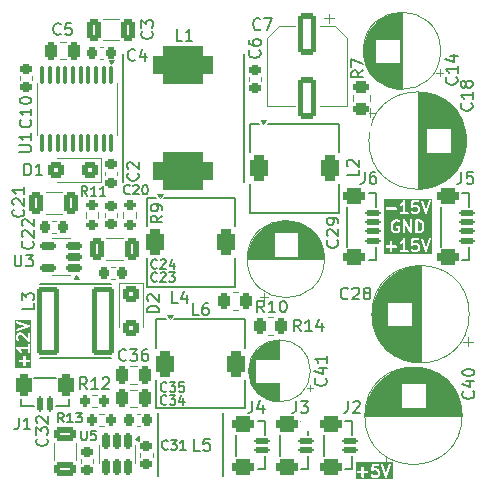
<source format=gbr>
%TF.GenerationSoftware,KiCad,Pcbnew,8.0.3*%
%TF.CreationDate,2024-07-14T20:02:44+02:00*%
%TF.ProjectId,CleanLVSupply,436c6561-6e4c-4565-9375-70706c792e6b,rev?*%
%TF.SameCoordinates,Original*%
%TF.FileFunction,Legend,Top*%
%TF.FilePolarity,Positive*%
%FSLAX46Y46*%
G04 Gerber Fmt 4.6, Leading zero omitted, Abs format (unit mm)*
G04 Created by KiCad (PCBNEW 8.0.3) date 2024-07-14 20:02:44*
%MOMM*%
%LPD*%
G01*
G04 APERTURE LIST*
G04 Aperture macros list*
%AMRoundRect*
0 Rectangle with rounded corners*
0 $1 Rounding radius*
0 $2 $3 $4 $5 $6 $7 $8 $9 X,Y pos of 4 corners*
0 Add a 4 corners polygon primitive as box body*
4,1,4,$2,$3,$4,$5,$6,$7,$8,$9,$2,$3,0*
0 Add four circle primitives for the rounded corners*
1,1,$1+$1,$2,$3*
1,1,$1+$1,$4,$5*
1,1,$1+$1,$6,$7*
1,1,$1+$1,$8,$9*
0 Add four rect primitives between the rounded corners*
20,1,$1+$1,$2,$3,$4,$5,0*
20,1,$1+$1,$4,$5,$6,$7,0*
20,1,$1+$1,$6,$7,$8,$9,0*
20,1,$1+$1,$8,$9,$2,$3,0*%
%AMFreePoly0*
4,1,45,1.289454,2.598348,1.362356,2.568151,1.418152,2.512354,1.448348,2.439452,1.450000,2.399998,1.450000,1.899998,1.322087,1.829913,1.084748,1.660379,0.872545,1.460277,0.689384,1.233290,0.538637,0.983598,0.423079,0.715797,0.344837,0.434817,0.305353,0.145833,0.305353,-0.145837,0.344837,-0.434821,0.423079,-0.715801,0.538637,-0.983602,0.689384,-1.233294,0.872545,-1.460281,
1.084748,-1.660383,1.322087,-1.829917,1.450000,-1.900002,1.450000,-2.400002,1.448080,-2.439402,1.417924,-2.512205,1.362203,-2.567925,1.289400,-2.598080,1.250000,-2.600002,-0.050000,-2.600002,-0.050102,-2.599997,-0.125000,-2.599997,-0.172835,-2.590482,-0.213388,-2.563385,-0.240485,-2.522832,-0.250000,-2.474997,-0.250000,2.474997,-0.240485,2.522832,-0.213388,2.563385,-0.172835,2.590482,
-0.125000,2.599997,-0.050020,2.599997,-0.050000,2.599998,1.250000,2.599998,1.289454,2.598348,1.289454,2.598348,$1*%
G04 Aperture macros list end*
%ADD10C,0.200000*%
%ADD11C,0.150000*%
%ADD12C,0.120000*%
%ADD13C,0.100000*%
%ADD14RoundRect,0.250000X-0.325000X-0.650000X0.325000X-0.650000X0.325000X0.650000X-0.325000X0.650000X0*%
%ADD15RoundRect,0.400000X-0.400000X-0.700000X0.400000X-0.700000X0.400000X0.700000X-0.400000X0.700000X0*%
%ADD16RoundRect,0.200000X-0.275000X0.200000X-0.275000X-0.200000X0.275000X-0.200000X0.275000X0.200000X0*%
%ADD17RoundRect,0.150000X-0.150000X0.512500X-0.150000X-0.512500X0.150000X-0.512500X0.150000X0.512500X0*%
%ADD18RoundRect,0.250000X0.250000X0.475000X-0.250000X0.475000X-0.250000X-0.475000X0.250000X-0.475000X0*%
%ADD19RoundRect,0.250000X-0.550000X1.500000X-0.550000X-1.500000X0.550000X-1.500000X0.550000X1.500000X0*%
%ADD20FreePoly0,90.000000*%
%ADD21FreePoly0,270.000000*%
%ADD22RoundRect,0.125000X-0.525000X0.125000X-0.525000X-0.125000X0.525000X-0.125000X0.525000X0.125000X0*%
%ADD23RoundRect,0.350000X-0.600000X0.350000X-0.600000X-0.350000X0.600000X-0.350000X0.600000X0.350000X0*%
%ADD24RoundRect,0.225000X-0.250000X0.225000X-0.250000X-0.225000X0.250000X-0.225000X0.250000X0.225000X0*%
%ADD25RoundRect,0.125000X0.125000X0.525000X-0.125000X0.525000X-0.125000X-0.525000X0.125000X-0.525000X0*%
%ADD26RoundRect,0.350000X0.350000X0.600000X-0.350000X0.600000X-0.350000X-0.600000X0.350000X-0.600000X0*%
%ADD27RoundRect,0.180000X-0.720000X-2.670000X0.720000X-2.670000X0.720000X2.670000X-0.720000X2.670000X0*%
%ADD28RoundRect,0.200000X-0.200000X-0.275000X0.200000X-0.275000X0.200000X0.275000X-0.200000X0.275000X0*%
%ADD29RoundRect,0.225000X0.225000X0.250000X-0.225000X0.250000X-0.225000X-0.250000X0.225000X-0.250000X0*%
%ADD30RoundRect,0.225000X-0.225000X-0.250000X0.225000X-0.250000X0.225000X0.250000X-0.225000X0.250000X0*%
%ADD31RoundRect,0.250000X0.325000X0.650000X-0.325000X0.650000X-0.325000X-0.650000X0.325000X-0.650000X0*%
%ADD32RoundRect,0.100000X-0.100000X0.637500X-0.100000X-0.637500X0.100000X-0.637500X0.100000X0.637500X0*%
%ADD33R,4.000000X2.850000*%
%ADD34RoundRect,0.150000X0.512500X0.150000X-0.512500X0.150000X-0.512500X-0.150000X0.512500X-0.150000X0*%
%ADD35RoundRect,0.250000X-0.262500X-0.450000X0.262500X-0.450000X0.262500X0.450000X-0.262500X0.450000X0*%
%ADD36RoundRect,0.225000X0.250000X-0.225000X0.250000X0.225000X-0.250000X0.225000X-0.250000X-0.225000X0*%
%ADD37R,1.600000X1.600000*%
%ADD38C,1.600000*%
%ADD39RoundRect,0.793750X1.706250X-0.793750X1.706250X0.793750X-1.706250X0.793750X-1.706250X-0.793750X0*%
%ADD40RoundRect,0.250000X0.400000X0.450000X-0.400000X0.450000X-0.400000X-0.450000X0.400000X-0.450000X0*%
%ADD41RoundRect,0.250000X-0.450000X0.262500X-0.450000X-0.262500X0.450000X-0.262500X0.450000X0.262500X0*%
%ADD42RoundRect,0.250000X0.650000X-0.325000X0.650000X0.325000X-0.650000X0.325000X-0.650000X-0.325000X0*%
%ADD43RoundRect,0.200000X0.200000X0.275000X-0.200000X0.275000X-0.200000X-0.275000X0.200000X-0.275000X0*%
%ADD44RoundRect,0.200000X0.275000X-0.200000X0.275000X0.200000X-0.275000X0.200000X-0.275000X-0.200000X0*%
%ADD45RoundRect,0.250000X-0.450000X0.400000X-0.450000X-0.400000X0.450000X-0.400000X0.450000X0.400000X0*%
G04 APERTURE END LIST*
D10*
G36*
X162638897Y-119763330D02*
G01*
X159505096Y-119763330D01*
X159505096Y-119151757D01*
X159616207Y-119151757D01*
X159616207Y-119190775D01*
X159631139Y-119226823D01*
X159658729Y-119254413D01*
X159694777Y-119269345D01*
X159714286Y-119271266D01*
X159996418Y-119270572D01*
X159997159Y-119571728D01*
X160012091Y-119607776D01*
X160039681Y-119635366D01*
X160075729Y-119650298D01*
X160114747Y-119650298D01*
X160150795Y-119635366D01*
X160178385Y-119607776D01*
X160193317Y-119571728D01*
X160195238Y-119552219D01*
X160194544Y-119270085D01*
X160495700Y-119269345D01*
X160531748Y-119254413D01*
X160559338Y-119226823D01*
X160574270Y-119190775D01*
X160574270Y-119151757D01*
X160559338Y-119115709D01*
X160531748Y-119088119D01*
X160495700Y-119073187D01*
X160476191Y-119071266D01*
X160194057Y-119071959D01*
X160193974Y-119038062D01*
X160805229Y-119038062D01*
X160806683Y-119042880D01*
X160806683Y-119047918D01*
X160812279Y-119061427D01*
X160816500Y-119075417D01*
X160819687Y-119079313D01*
X160821615Y-119083966D01*
X160831951Y-119094302D01*
X160841207Y-119105615D01*
X160845644Y-119107995D01*
X160849205Y-119111556D01*
X160862710Y-119117150D01*
X160875591Y-119124060D01*
X160880600Y-119124560D01*
X160885253Y-119126488D01*
X160899874Y-119126488D01*
X160914415Y-119127942D01*
X160919234Y-119126488D01*
X160924271Y-119126488D01*
X160937780Y-119120891D01*
X160951770Y-119116671D01*
X160955666Y-119113483D01*
X160960319Y-119111556D01*
X160975473Y-119099120D01*
X161009039Y-119064035D01*
X161068787Y-119033013D01*
X161259650Y-119031589D01*
X161319548Y-119060405D01*
X161345325Y-119085067D01*
X161376347Y-119144815D01*
X161377771Y-119335678D01*
X161348955Y-119395576D01*
X161324293Y-119421354D01*
X161264544Y-119452376D01*
X161073682Y-119453800D01*
X161013782Y-119424983D01*
X160960320Y-119373833D01*
X160924272Y-119358902D01*
X160885254Y-119358901D01*
X160849205Y-119373832D01*
X160821615Y-119401422D01*
X160806684Y-119437470D01*
X160806683Y-119476488D01*
X160821614Y-119512537D01*
X160834051Y-119527690D01*
X160884151Y-119575623D01*
X160891069Y-119583600D01*
X160895218Y-119586211D01*
X160896823Y-119587747D01*
X160899263Y-119588757D01*
X160907660Y-119594043D01*
X160990677Y-119633981D01*
X160992062Y-119635366D01*
X161002811Y-119639818D01*
X161021206Y-119648668D01*
X161024789Y-119648922D01*
X161028110Y-119650298D01*
X161047619Y-119652219D01*
X161270574Y-119650556D01*
X161273207Y-119651434D01*
X161287312Y-119650431D01*
X161305223Y-119650298D01*
X161308543Y-119648922D01*
X161312127Y-119648668D01*
X161330435Y-119641662D01*
X161425463Y-119592322D01*
X161436510Y-119587747D01*
X161440356Y-119584589D01*
X161442263Y-119583600D01*
X161443993Y-119581605D01*
X161451663Y-119575310D01*
X161499596Y-119525207D01*
X161507571Y-119518292D01*
X161510182Y-119514142D01*
X161511719Y-119512537D01*
X161512730Y-119510095D01*
X161518014Y-119501701D01*
X161557952Y-119418683D01*
X161559337Y-119417299D01*
X161563789Y-119406549D01*
X161572639Y-119388155D01*
X161572893Y-119384571D01*
X161574269Y-119381251D01*
X161576190Y-119361742D01*
X161574527Y-119138786D01*
X161575405Y-119136154D01*
X161574402Y-119122048D01*
X161574269Y-119104138D01*
X161572893Y-119100817D01*
X161572639Y-119097234D01*
X161565633Y-119078925D01*
X161516290Y-118983891D01*
X161511718Y-118972851D01*
X161508562Y-118969005D01*
X161507571Y-118967097D01*
X161505573Y-118965364D01*
X161499281Y-118957698D01*
X161449180Y-118909766D01*
X161442263Y-118901790D01*
X161438113Y-118899177D01*
X161436509Y-118897643D01*
X161434069Y-118896632D01*
X161425673Y-118891347D01*
X161342655Y-118851408D01*
X161341271Y-118850024D01*
X161330521Y-118845571D01*
X161312127Y-118836722D01*
X161308543Y-118836467D01*
X161305223Y-118835092D01*
X161285714Y-118833171D01*
X161062758Y-118834833D01*
X161060126Y-118833956D01*
X161046020Y-118834958D01*
X161028110Y-118835092D01*
X161024789Y-118836467D01*
X161023661Y-118836547D01*
X161041408Y-118651873D01*
X161448080Y-118650298D01*
X161484128Y-118635366D01*
X161511718Y-118607776D01*
X161526650Y-118571728D01*
X161526650Y-118564726D01*
X161662690Y-118564726D01*
X161667037Y-118583842D01*
X161998298Y-119571734D01*
X161998789Y-119578632D01*
X162004322Y-119589699D01*
X162008361Y-119601742D01*
X162013044Y-119607141D01*
X162016239Y-119613531D01*
X162025710Y-119621746D01*
X162033926Y-119631218D01*
X162040314Y-119634412D01*
X162045715Y-119639096D01*
X162057616Y-119643063D01*
X162068825Y-119648667D01*
X162075949Y-119649173D01*
X162082731Y-119651434D01*
X162095240Y-119650544D01*
X162107745Y-119651434D01*
X162114523Y-119649174D01*
X162121651Y-119648668D01*
X162132867Y-119643059D01*
X162144761Y-119639095D01*
X162150158Y-119634414D01*
X162156550Y-119631218D01*
X162164768Y-119621742D01*
X162174237Y-119613530D01*
X162177430Y-119607143D01*
X162182115Y-119601742D01*
X162190106Y-119583842D01*
X162527786Y-118564727D01*
X162525020Y-118525807D01*
X162507570Y-118490908D01*
X162478094Y-118465343D01*
X162441078Y-118453004D01*
X162402158Y-118455771D01*
X162367259Y-118473220D01*
X162341694Y-118502696D01*
X162333703Y-118520597D01*
X162095671Y-119238973D01*
X161848782Y-118502696D01*
X161823217Y-118473220D01*
X161788318Y-118455770D01*
X161749398Y-118453004D01*
X161712382Y-118465342D01*
X161682906Y-118490907D01*
X161665456Y-118525806D01*
X161662690Y-118564726D01*
X161526650Y-118564726D01*
X161526650Y-118532710D01*
X161511718Y-118496662D01*
X161484128Y-118469072D01*
X161448080Y-118454140D01*
X161428571Y-118452219D01*
X160956359Y-118454048D01*
X160942728Y-118452686D01*
X160937974Y-118454120D01*
X160932872Y-118454140D01*
X160919362Y-118459736D01*
X160905373Y-118463957D01*
X160901476Y-118467144D01*
X160896824Y-118469072D01*
X160886487Y-118479408D01*
X160875175Y-118488664D01*
X160872794Y-118493101D01*
X160869234Y-118496662D01*
X160863639Y-118510167D01*
X160856730Y-118523048D01*
X160855253Y-118530412D01*
X160854302Y-118532710D01*
X160854302Y-118535160D01*
X160852877Y-118542269D01*
X160808439Y-119004660D01*
X160806683Y-119008900D01*
X160806683Y-119022932D01*
X160805229Y-119038062D01*
X160193974Y-119038062D01*
X160193317Y-118770805D01*
X160178385Y-118734757D01*
X160150795Y-118707167D01*
X160114747Y-118692235D01*
X160075729Y-118692235D01*
X160039681Y-118707167D01*
X160012091Y-118734757D01*
X159997159Y-118770805D01*
X159995238Y-118790314D01*
X159995931Y-119072446D01*
X159694777Y-119073187D01*
X159658729Y-119088119D01*
X159631139Y-119115709D01*
X159616207Y-119151757D01*
X159505096Y-119151757D01*
X159505096Y-118341108D01*
X162638897Y-118341108D01*
X162638897Y-119763330D01*
G37*
G36*
X132063330Y-110371094D02*
G01*
X130641108Y-110371094D01*
X130641108Y-109761443D01*
X130992235Y-109761443D01*
X130992235Y-109800461D01*
X131007167Y-109836509D01*
X131034757Y-109864099D01*
X131070805Y-109879031D01*
X131090314Y-109880952D01*
X131372446Y-109880258D01*
X131373187Y-110181413D01*
X131388119Y-110217461D01*
X131415709Y-110245051D01*
X131451757Y-110259983D01*
X131490775Y-110259983D01*
X131526823Y-110245051D01*
X131554413Y-110217461D01*
X131569345Y-110181413D01*
X131571266Y-110161904D01*
X131570572Y-109879771D01*
X131871728Y-109879031D01*
X131907776Y-109864099D01*
X131935366Y-109836509D01*
X131950298Y-109800461D01*
X131950298Y-109761443D01*
X131935366Y-109725395D01*
X131907776Y-109697805D01*
X131871728Y-109682873D01*
X131852219Y-109680952D01*
X131570085Y-109681645D01*
X131569345Y-109380491D01*
X131554413Y-109344443D01*
X131526823Y-109316853D01*
X131490775Y-109301921D01*
X131451757Y-109301921D01*
X131415709Y-109316853D01*
X131388119Y-109344443D01*
X131373187Y-109380491D01*
X131371266Y-109400000D01*
X131371959Y-109682132D01*
X131070805Y-109682873D01*
X131034757Y-109697805D01*
X131007167Y-109725395D01*
X130992235Y-109761443D01*
X130641108Y-109761443D01*
X130641108Y-108685819D01*
X130752219Y-108685819D01*
X130754140Y-108695424D01*
X130754140Y-108705223D01*
X130757929Y-108714371D01*
X130759871Y-108724079D01*
X130765322Y-108732219D01*
X130769072Y-108741271D01*
X130776071Y-108748270D01*
X130781582Y-108756499D01*
X130796588Y-108768787D01*
X130796662Y-108768861D01*
X130796694Y-108768874D01*
X130796749Y-108768919D01*
X130925892Y-108853152D01*
X131006524Y-108931799D01*
X131058933Y-109032739D01*
X131088410Y-109058304D01*
X131125426Y-109070642D01*
X131164346Y-109067877D01*
X131199244Y-109050428D01*
X131224809Y-109020951D01*
X131237148Y-108983935D01*
X131234382Y-108945015D01*
X131227376Y-108926706D01*
X131178033Y-108831672D01*
X131173461Y-108820633D01*
X131170305Y-108816788D01*
X131169314Y-108814878D01*
X131167316Y-108813145D01*
X131161025Y-108805479D01*
X131140204Y-108785171D01*
X131753467Y-108784015D01*
X131754140Y-108990937D01*
X131769072Y-109026985D01*
X131796662Y-109054575D01*
X131832710Y-109069507D01*
X131871728Y-109069507D01*
X131907776Y-109054575D01*
X131935366Y-109026985D01*
X131950298Y-108990937D01*
X131952219Y-108971428D01*
X131950298Y-108380491D01*
X131935366Y-108344443D01*
X131907776Y-108316853D01*
X131871728Y-108301921D01*
X131832710Y-108301921D01*
X131796662Y-108316853D01*
X131769072Y-108344443D01*
X131754140Y-108380491D01*
X131752219Y-108400000D01*
X131752823Y-108585901D01*
X130861550Y-108587580D01*
X130852114Y-108585714D01*
X130842602Y-108587616D01*
X130832710Y-108587635D01*
X130823561Y-108591424D01*
X130813854Y-108593366D01*
X130805713Y-108598817D01*
X130796662Y-108602567D01*
X130789662Y-108609566D01*
X130781434Y-108615077D01*
X130775998Y-108623230D01*
X130769072Y-108630157D01*
X130765283Y-108639303D01*
X130759791Y-108647542D01*
X130757889Y-108657152D01*
X130754140Y-108666205D01*
X130754140Y-108676108D01*
X130752219Y-108685819D01*
X130641108Y-108685819D01*
X130641108Y-107638095D01*
X130752219Y-107638095D01*
X130753881Y-107861050D01*
X130753004Y-107863683D01*
X130754006Y-107877788D01*
X130754140Y-107895699D01*
X130755515Y-107899019D01*
X130755770Y-107902603D01*
X130762776Y-107920911D01*
X130812116Y-108015940D01*
X130816691Y-108026985D01*
X130819847Y-108030831D01*
X130820838Y-108032739D01*
X130822832Y-108034468D01*
X130829127Y-108042139D01*
X130891899Y-108102194D01*
X130927948Y-108117125D01*
X130966966Y-108117125D01*
X131003014Y-108102194D01*
X131030604Y-108074604D01*
X131045535Y-108038556D01*
X131045535Y-107999538D01*
X131030604Y-107963489D01*
X131018167Y-107948336D01*
X130983085Y-107914772D01*
X130952061Y-107855020D01*
X130950637Y-107664158D01*
X130979453Y-107604260D01*
X131004115Y-107578483D01*
X131064254Y-107547258D01*
X131118357Y-107546352D01*
X131224652Y-107580455D01*
X131796662Y-108149813D01*
X131832710Y-108164745D01*
X131871728Y-108164745D01*
X131907776Y-108149813D01*
X131935366Y-108122223D01*
X131950298Y-108086175D01*
X131952219Y-108066666D01*
X131950298Y-107428110D01*
X131935366Y-107392062D01*
X131907776Y-107364472D01*
X131871728Y-107349540D01*
X131832710Y-107349540D01*
X131796662Y-107364472D01*
X131769072Y-107392062D01*
X131754140Y-107428110D01*
X131752219Y-107447619D01*
X131753360Y-107827171D01*
X131361280Y-107436908D01*
X131359789Y-107433926D01*
X131348087Y-107423777D01*
X131336347Y-107412091D01*
X131333028Y-107410716D01*
X131330313Y-107408361D01*
X131312412Y-107400370D01*
X131169332Y-107354465D01*
X131157442Y-107349540D01*
X131152448Y-107349048D01*
X131150440Y-107348404D01*
X131147806Y-107348591D01*
X131137933Y-107347619D01*
X131056915Y-107348975D01*
X131055202Y-107348404D01*
X131044157Y-107349188D01*
X131023186Y-107349540D01*
X131019865Y-107350915D01*
X131016282Y-107351170D01*
X130997973Y-107358176D01*
X130902939Y-107407518D01*
X130891899Y-107412091D01*
X130888053Y-107415246D01*
X130886145Y-107416238D01*
X130884412Y-107418235D01*
X130876746Y-107424528D01*
X130828814Y-107474628D01*
X130820838Y-107481546D01*
X130818225Y-107485695D01*
X130816691Y-107487300D01*
X130815680Y-107489739D01*
X130810395Y-107498136D01*
X130770456Y-107581153D01*
X130769072Y-107582538D01*
X130764619Y-107593287D01*
X130755770Y-107611682D01*
X130755515Y-107615265D01*
X130754140Y-107618586D01*
X130752219Y-107638095D01*
X130641108Y-107638095D01*
X130641108Y-106482731D01*
X130753004Y-106482731D01*
X130755770Y-106521651D01*
X130773220Y-106556550D01*
X130802696Y-106582115D01*
X130820596Y-106590106D01*
X131538972Y-106828137D01*
X130802696Y-107075027D01*
X130773220Y-107100592D01*
X130755770Y-107135491D01*
X130753004Y-107174411D01*
X130765342Y-107211427D01*
X130790907Y-107240903D01*
X130825806Y-107258353D01*
X130864726Y-107261119D01*
X130883842Y-107256772D01*
X131871734Y-106925510D01*
X131878631Y-106925020D01*
X131889696Y-106919487D01*
X131901742Y-106915448D01*
X131907143Y-106910763D01*
X131913530Y-106907570D01*
X131921742Y-106898101D01*
X131931218Y-106889883D01*
X131934413Y-106883491D01*
X131939095Y-106878094D01*
X131943061Y-106866196D01*
X131948667Y-106854984D01*
X131949173Y-106847859D01*
X131951434Y-106841078D01*
X131950544Y-106828571D01*
X131951434Y-106816064D01*
X131949173Y-106809282D01*
X131948667Y-106802158D01*
X131943061Y-106790945D01*
X131939095Y-106779048D01*
X131934413Y-106773650D01*
X131931218Y-106767259D01*
X131921742Y-106759040D01*
X131913530Y-106749572D01*
X131907143Y-106746378D01*
X131901742Y-106741694D01*
X131883841Y-106733703D01*
X130864726Y-106396023D01*
X130825806Y-106398789D01*
X130790907Y-106416239D01*
X130765342Y-106445715D01*
X130753004Y-106482731D01*
X130641108Y-106482731D01*
X130641108Y-106284912D01*
X132063330Y-106284912D01*
X132063330Y-110371094D01*
G37*
G36*
X164987164Y-97985198D02*
G01*
X165054305Y-98050685D01*
X165089925Y-98119289D01*
X165133404Y-98286856D01*
X165134810Y-98405664D01*
X165094570Y-98572936D01*
X165058648Y-98647606D01*
X164991339Y-98716614D01*
X164888157Y-98752307D01*
X164761718Y-98753250D01*
X164760207Y-97951485D01*
X164879319Y-97950597D01*
X164987164Y-97985198D01*
G37*
G36*
X166015087Y-100673274D02*
G01*
X161928905Y-100673274D01*
X161928905Y-100061701D01*
X162040016Y-100061701D01*
X162040016Y-100100719D01*
X162054948Y-100136767D01*
X162082538Y-100164357D01*
X162118586Y-100179289D01*
X162138095Y-100181210D01*
X162420227Y-100180516D01*
X162420968Y-100481672D01*
X162435900Y-100517720D01*
X162463490Y-100545310D01*
X162499538Y-100560242D01*
X162538556Y-100560242D01*
X162574604Y-100545310D01*
X162602194Y-100517720D01*
X162617126Y-100481672D01*
X162619047Y-100462163D01*
X162618353Y-100180029D01*
X162919509Y-100179289D01*
X162955557Y-100164357D01*
X162983147Y-100136767D01*
X162998079Y-100100719D01*
X162998079Y-100061701D01*
X162983147Y-100025653D01*
X162955557Y-99998063D01*
X162919509Y-99983131D01*
X162900000Y-99981210D01*
X162617866Y-99981903D01*
X162617260Y-99735370D01*
X163229356Y-99735370D01*
X163232122Y-99774290D01*
X163249571Y-99809189D01*
X163279048Y-99834753D01*
X163316064Y-99847092D01*
X163354984Y-99844326D01*
X163373292Y-99837320D01*
X163468321Y-99787979D01*
X163479366Y-99783405D01*
X163483212Y-99780248D01*
X163485120Y-99779258D01*
X163486849Y-99777263D01*
X163494520Y-99770969D01*
X163514827Y-99750148D01*
X163515983Y-100363411D01*
X163309062Y-100364084D01*
X163273014Y-100379016D01*
X163245424Y-100406606D01*
X163230492Y-100442654D01*
X163230492Y-100481672D01*
X163245424Y-100517720D01*
X163273014Y-100545310D01*
X163309062Y-100560242D01*
X163328571Y-100562163D01*
X163919508Y-100560242D01*
X163955556Y-100545310D01*
X163983146Y-100517720D01*
X163998078Y-100481672D01*
X163998078Y-100442654D01*
X163983146Y-100406606D01*
X163955556Y-100379016D01*
X163919508Y-100364084D01*
X163899999Y-100362163D01*
X163714097Y-100362767D01*
X163713316Y-99948006D01*
X164181419Y-99948006D01*
X164182873Y-99952824D01*
X164182873Y-99957862D01*
X164188469Y-99971371D01*
X164192690Y-99985361D01*
X164195877Y-99989257D01*
X164197805Y-99993910D01*
X164208141Y-100004246D01*
X164217397Y-100015559D01*
X164221834Y-100017939D01*
X164225395Y-100021500D01*
X164238900Y-100027094D01*
X164251781Y-100034004D01*
X164256790Y-100034504D01*
X164261443Y-100036432D01*
X164276064Y-100036432D01*
X164290605Y-100037886D01*
X164295424Y-100036432D01*
X164300461Y-100036432D01*
X164313970Y-100030835D01*
X164327960Y-100026615D01*
X164331856Y-100023427D01*
X164336509Y-100021500D01*
X164351663Y-100009064D01*
X164385229Y-99973979D01*
X164444977Y-99942957D01*
X164635840Y-99941533D01*
X164695738Y-99970349D01*
X164721515Y-99995011D01*
X164752537Y-100054759D01*
X164753961Y-100245622D01*
X164725145Y-100305520D01*
X164700483Y-100331298D01*
X164640734Y-100362320D01*
X164449872Y-100363744D01*
X164389972Y-100334927D01*
X164336510Y-100283777D01*
X164300462Y-100268846D01*
X164261444Y-100268845D01*
X164225395Y-100283776D01*
X164197805Y-100311366D01*
X164182874Y-100347414D01*
X164182873Y-100386432D01*
X164197804Y-100422481D01*
X164210241Y-100437634D01*
X164260341Y-100485567D01*
X164267259Y-100493544D01*
X164271408Y-100496155D01*
X164273013Y-100497691D01*
X164275453Y-100498701D01*
X164283850Y-100503987D01*
X164366867Y-100543925D01*
X164368252Y-100545310D01*
X164379001Y-100549762D01*
X164397396Y-100558612D01*
X164400979Y-100558866D01*
X164404300Y-100560242D01*
X164423809Y-100562163D01*
X164646764Y-100560500D01*
X164649397Y-100561378D01*
X164663502Y-100560375D01*
X164681413Y-100560242D01*
X164684733Y-100558866D01*
X164688317Y-100558612D01*
X164706625Y-100551606D01*
X164801653Y-100502266D01*
X164812700Y-100497691D01*
X164816546Y-100494533D01*
X164818453Y-100493544D01*
X164820183Y-100491549D01*
X164827853Y-100485254D01*
X164875786Y-100435151D01*
X164883761Y-100428236D01*
X164886372Y-100424086D01*
X164887909Y-100422481D01*
X164888920Y-100420039D01*
X164894204Y-100411645D01*
X164934142Y-100328627D01*
X164935527Y-100327243D01*
X164939979Y-100316493D01*
X164948829Y-100298099D01*
X164949083Y-100294515D01*
X164950459Y-100291195D01*
X164952380Y-100271686D01*
X164950717Y-100048730D01*
X164951595Y-100046098D01*
X164950592Y-100031992D01*
X164950459Y-100014082D01*
X164949083Y-100010761D01*
X164948829Y-100007178D01*
X164941823Y-99988869D01*
X164892480Y-99893835D01*
X164887908Y-99882795D01*
X164884752Y-99878949D01*
X164883761Y-99877041D01*
X164881763Y-99875308D01*
X164875471Y-99867642D01*
X164825370Y-99819710D01*
X164818453Y-99811734D01*
X164814303Y-99809121D01*
X164812699Y-99807587D01*
X164810259Y-99806576D01*
X164801863Y-99801291D01*
X164718845Y-99761352D01*
X164717461Y-99759968D01*
X164706711Y-99755515D01*
X164688317Y-99746666D01*
X164684733Y-99746411D01*
X164681413Y-99745036D01*
X164661904Y-99743115D01*
X164438948Y-99744777D01*
X164436316Y-99743900D01*
X164422210Y-99744902D01*
X164404300Y-99745036D01*
X164400979Y-99746411D01*
X164399851Y-99746491D01*
X164417598Y-99561817D01*
X164824270Y-99560242D01*
X164860318Y-99545310D01*
X164887908Y-99517720D01*
X164902840Y-99481672D01*
X164902840Y-99474670D01*
X165038880Y-99474670D01*
X165043227Y-99493786D01*
X165374488Y-100481678D01*
X165374979Y-100488576D01*
X165380512Y-100499643D01*
X165384551Y-100511686D01*
X165389234Y-100517085D01*
X165392429Y-100523475D01*
X165401900Y-100531690D01*
X165410116Y-100541162D01*
X165416504Y-100544356D01*
X165421905Y-100549040D01*
X165433806Y-100553007D01*
X165445015Y-100558611D01*
X165452139Y-100559117D01*
X165458921Y-100561378D01*
X165471430Y-100560488D01*
X165483935Y-100561378D01*
X165490713Y-100559118D01*
X165497841Y-100558612D01*
X165509057Y-100553003D01*
X165520951Y-100549039D01*
X165526348Y-100544358D01*
X165532740Y-100541162D01*
X165540958Y-100531686D01*
X165550427Y-100523474D01*
X165553620Y-100517087D01*
X165558305Y-100511686D01*
X165566296Y-100493786D01*
X165903976Y-99474671D01*
X165901210Y-99435751D01*
X165883760Y-99400852D01*
X165854284Y-99375287D01*
X165817268Y-99362948D01*
X165778348Y-99365715D01*
X165743449Y-99383164D01*
X165717884Y-99412640D01*
X165709893Y-99430541D01*
X165471861Y-100148917D01*
X165224972Y-99412640D01*
X165199407Y-99383164D01*
X165164508Y-99365714D01*
X165125588Y-99362948D01*
X165088572Y-99375286D01*
X165059096Y-99400851D01*
X165041646Y-99435750D01*
X165038880Y-99474670D01*
X164902840Y-99474670D01*
X164902840Y-99442654D01*
X164887908Y-99406606D01*
X164860318Y-99379016D01*
X164824270Y-99364084D01*
X164804761Y-99362163D01*
X164332549Y-99363992D01*
X164318918Y-99362630D01*
X164314164Y-99364064D01*
X164309062Y-99364084D01*
X164295552Y-99369680D01*
X164281563Y-99373901D01*
X164277666Y-99377088D01*
X164273014Y-99379016D01*
X164262677Y-99389352D01*
X164251365Y-99398608D01*
X164248984Y-99403045D01*
X164245424Y-99406606D01*
X164239829Y-99420111D01*
X164232920Y-99432992D01*
X164231443Y-99440356D01*
X164230492Y-99442654D01*
X164230492Y-99445104D01*
X164229067Y-99452213D01*
X164184629Y-99914604D01*
X164182873Y-99918844D01*
X164182873Y-99932876D01*
X164181419Y-99948006D01*
X163713316Y-99948006D01*
X163712418Y-99471494D01*
X163714285Y-99462058D01*
X163712382Y-99452546D01*
X163712364Y-99442654D01*
X163708574Y-99433505D01*
X163706633Y-99423798D01*
X163701181Y-99415657D01*
X163697432Y-99406606D01*
X163690432Y-99399606D01*
X163684922Y-99391378D01*
X163676767Y-99385941D01*
X163669842Y-99379016D01*
X163660698Y-99375228D01*
X163652457Y-99369734D01*
X163642843Y-99367832D01*
X163633794Y-99364084D01*
X163623893Y-99364084D01*
X163614181Y-99362163D01*
X163604576Y-99364084D01*
X163594776Y-99364084D01*
X163585627Y-99367873D01*
X163575920Y-99369815D01*
X163567779Y-99375266D01*
X163558728Y-99379016D01*
X163551728Y-99386015D01*
X163543500Y-99391526D01*
X163531211Y-99406532D01*
X163531138Y-99406606D01*
X163531124Y-99406638D01*
X163531080Y-99406693D01*
X163446846Y-99535836D01*
X163368200Y-99616467D01*
X163267259Y-99668877D01*
X163241695Y-99698354D01*
X163229356Y-99735370D01*
X162617260Y-99735370D01*
X162617126Y-99680749D01*
X162602194Y-99644701D01*
X162574604Y-99617111D01*
X162538556Y-99602179D01*
X162499538Y-99602179D01*
X162463490Y-99617111D01*
X162435900Y-99644701D01*
X162420968Y-99680749D01*
X162419047Y-99700258D01*
X162419740Y-99982390D01*
X162118586Y-99983131D01*
X162082538Y-99998063D01*
X162054948Y-100025653D01*
X162040016Y-100061701D01*
X161928905Y-100061701D01*
X161928905Y-98280790D01*
X162466667Y-98280790D01*
X162468294Y-98418363D01*
X162466785Y-98428508D01*
X162468556Y-98440486D01*
X162468588Y-98443156D01*
X162469152Y-98444519D01*
X162469653Y-98447901D01*
X162517157Y-98630980D01*
X162517837Y-98640536D01*
X162523428Y-98655148D01*
X162523867Y-98656837D01*
X162524297Y-98657417D01*
X162524843Y-98658844D01*
X162574179Y-98753866D01*
X162578757Y-98764918D01*
X162581915Y-98768766D01*
X162582905Y-98770672D01*
X162584899Y-98772401D01*
X162591194Y-98780071D01*
X162677139Y-98863902D01*
X162678144Y-98865912D01*
X162687668Y-98874172D01*
X162701585Y-98887747D01*
X162704904Y-98889122D01*
X162707620Y-98891477D01*
X162725520Y-98899468D01*
X162868604Y-98945374D01*
X162880491Y-98950298D01*
X162885483Y-98950789D01*
X162887492Y-98951434D01*
X162890126Y-98951246D01*
X162900000Y-98952219D01*
X162996142Y-98950609D01*
X163007745Y-98951434D01*
X163012581Y-98950334D01*
X163014747Y-98950298D01*
X163017189Y-98949286D01*
X163026861Y-98947087D01*
X163155238Y-98902678D01*
X163157605Y-98902678D01*
X163169597Y-98897710D01*
X163187618Y-98891477D01*
X163190333Y-98889122D01*
X163193653Y-98887747D01*
X163208806Y-98875310D01*
X163268862Y-98812537D01*
X163283793Y-98776488D01*
X163285714Y-98756980D01*
X163283793Y-98404138D01*
X163268861Y-98368090D01*
X163241271Y-98340500D01*
X163205223Y-98325568D01*
X163185714Y-98323647D01*
X162975729Y-98325568D01*
X162939681Y-98340500D01*
X162912091Y-98368090D01*
X162897159Y-98404138D01*
X162897159Y-98443156D01*
X162912091Y-98479204D01*
X162939681Y-98506794D01*
X162975729Y-98521726D01*
X162995238Y-98523647D01*
X163086253Y-98522814D01*
X163087301Y-98715224D01*
X163085672Y-98716927D01*
X162983061Y-98752422D01*
X162919574Y-98753485D01*
X162812834Y-98719240D01*
X162745695Y-98653752D01*
X162710074Y-98585145D01*
X162666595Y-98417580D01*
X162665189Y-98298773D01*
X162705429Y-98131500D01*
X162741351Y-98056830D01*
X162808658Y-97987824D01*
X162911997Y-97952077D01*
X163017198Y-97950832D01*
X163111682Y-97996287D01*
X163150602Y-97999053D01*
X163187618Y-97986714D01*
X163217095Y-97961149D01*
X163234544Y-97926251D01*
X163237309Y-97887331D01*
X163225606Y-97852219D01*
X163514286Y-97852219D01*
X163516207Y-98871728D01*
X163531139Y-98907776D01*
X163558729Y-98935366D01*
X163594777Y-98950298D01*
X163633795Y-98950298D01*
X163669843Y-98935366D01*
X163697433Y-98907776D01*
X163712365Y-98871728D01*
X163714286Y-98852219D01*
X163713105Y-98225475D01*
X164097603Y-98895793D01*
X164102567Y-98907776D01*
X164107046Y-98912255D01*
X164110237Y-98917818D01*
X164120753Y-98925962D01*
X164130157Y-98935366D01*
X164136044Y-98937804D01*
X164141086Y-98941709D01*
X164153918Y-98945208D01*
X164166205Y-98950298D01*
X164172581Y-98950298D01*
X164178730Y-98951975D01*
X164191923Y-98950298D01*
X164205223Y-98950298D01*
X164211111Y-98947858D01*
X164217436Y-98947055D01*
X164228985Y-98940454D01*
X164241271Y-98935366D01*
X164245778Y-98930858D01*
X164251313Y-98927696D01*
X164259457Y-98917179D01*
X164268861Y-98907776D01*
X164271299Y-98901888D01*
X164275204Y-98896847D01*
X164278703Y-98884014D01*
X164283793Y-98871728D01*
X164284775Y-98861750D01*
X164285470Y-98859204D01*
X164285219Y-98857236D01*
X164285714Y-98852219D01*
X164283830Y-97852219D01*
X164561905Y-97852219D01*
X164563826Y-98871728D01*
X164578758Y-98907776D01*
X164606348Y-98935366D01*
X164642396Y-98950298D01*
X164661905Y-98952219D01*
X164898705Y-98950453D01*
X164912507Y-98951434D01*
X164917434Y-98950313D01*
X164919509Y-98950298D01*
X164921951Y-98949286D01*
X164931623Y-98947087D01*
X165060000Y-98902678D01*
X165062367Y-98902678D01*
X165074359Y-98897710D01*
X165092380Y-98891477D01*
X165095095Y-98889122D01*
X165098415Y-98887747D01*
X165113568Y-98875310D01*
X165207585Y-98778920D01*
X165217095Y-98770673D01*
X165219761Y-98766437D01*
X165221243Y-98764918D01*
X165222254Y-98762476D01*
X165227538Y-98754082D01*
X165270966Y-98663810D01*
X165276133Y-98656837D01*
X165281361Y-98642202D01*
X165282163Y-98640536D01*
X165282214Y-98639815D01*
X165282728Y-98638377D01*
X165327307Y-98453064D01*
X165331412Y-98443156D01*
X165332604Y-98431046D01*
X165333215Y-98428508D01*
X165332997Y-98427049D01*
X165333333Y-98423647D01*
X165331705Y-98286073D01*
X165333215Y-98275929D01*
X165331443Y-98263950D01*
X165331412Y-98261281D01*
X165330847Y-98259917D01*
X165330347Y-98256536D01*
X165282842Y-98073456D01*
X165282163Y-98063901D01*
X165276570Y-98049285D01*
X165276133Y-98047600D01*
X165275703Y-98047020D01*
X165275157Y-98045592D01*
X165225814Y-97950558D01*
X165221242Y-97939519D01*
X165218086Y-97935674D01*
X165217095Y-97933764D01*
X165215097Y-97932031D01*
X165208806Y-97924365D01*
X165122861Y-97840536D01*
X165121856Y-97838526D01*
X165112326Y-97830260D01*
X165098414Y-97816691D01*
X165095095Y-97815316D01*
X165092380Y-97812961D01*
X165074479Y-97804970D01*
X164931399Y-97759065D01*
X164919509Y-97754140D01*
X164914515Y-97753648D01*
X164912507Y-97753004D01*
X164909873Y-97753191D01*
X164900000Y-97752219D01*
X164642396Y-97754140D01*
X164606348Y-97769072D01*
X164578758Y-97796662D01*
X164563826Y-97832710D01*
X164561905Y-97852219D01*
X164283830Y-97852219D01*
X164283793Y-97832710D01*
X164268861Y-97796662D01*
X164241271Y-97769072D01*
X164205223Y-97754140D01*
X164166205Y-97754140D01*
X164130157Y-97769072D01*
X164102567Y-97796662D01*
X164087635Y-97832710D01*
X164085714Y-97852219D01*
X164086894Y-98478962D01*
X163702396Y-97808644D01*
X163697433Y-97796662D01*
X163692953Y-97792182D01*
X163689763Y-97786620D01*
X163679248Y-97778477D01*
X163669843Y-97769072D01*
X163663952Y-97766632D01*
X163658914Y-97762730D01*
X163646085Y-97759231D01*
X163633795Y-97754140D01*
X163627420Y-97754140D01*
X163621271Y-97752463D01*
X163608078Y-97754140D01*
X163594777Y-97754140D01*
X163588888Y-97756579D01*
X163582564Y-97757383D01*
X163571014Y-97763983D01*
X163558729Y-97769072D01*
X163554221Y-97773579D01*
X163548687Y-97776742D01*
X163540544Y-97787256D01*
X163531139Y-97796662D01*
X163528699Y-97802552D01*
X163524797Y-97807591D01*
X163521298Y-97820419D01*
X163516207Y-97832710D01*
X163515224Y-97842687D01*
X163514530Y-97845234D01*
X163514780Y-97847201D01*
X163514286Y-97852219D01*
X163225606Y-97852219D01*
X163224971Y-97850315D01*
X163199406Y-97820838D01*
X163182816Y-97810395D01*
X163099798Y-97770456D01*
X163098414Y-97769072D01*
X163087664Y-97764619D01*
X163069270Y-97755770D01*
X163065686Y-97755515D01*
X163062366Y-97754140D01*
X163042857Y-97752219D01*
X162900196Y-97753906D01*
X162887492Y-97753004D01*
X162882606Y-97754114D01*
X162880491Y-97754140D01*
X162878049Y-97755151D01*
X162868377Y-97757351D01*
X162740003Y-97801759D01*
X162737634Y-97801759D01*
X162725637Y-97806728D01*
X162707620Y-97812961D01*
X162704904Y-97815316D01*
X162701586Y-97816691D01*
X162686432Y-97829127D01*
X162592415Y-97925516D01*
X162582905Y-97933765D01*
X162580238Y-97938001D01*
X162578758Y-97939519D01*
X162577747Y-97941958D01*
X162572462Y-97950355D01*
X162529033Y-98040626D01*
X162523867Y-98047600D01*
X162518639Y-98062232D01*
X162517837Y-98063901D01*
X162517785Y-98064623D01*
X162517272Y-98066061D01*
X162472692Y-98251371D01*
X162468588Y-98261281D01*
X162467395Y-98273390D01*
X162466785Y-98275929D01*
X162467002Y-98277387D01*
X162466667Y-98280790D01*
X161928905Y-98280790D01*
X161928905Y-96841813D01*
X162040016Y-96841813D01*
X162040016Y-96880831D01*
X162054948Y-96916879D01*
X162082538Y-96944469D01*
X162118586Y-96959401D01*
X162138095Y-96961322D01*
X162919509Y-96959401D01*
X162955557Y-96944469D01*
X162983147Y-96916879D01*
X162998079Y-96880831D01*
X162998079Y-96841813D01*
X162983147Y-96805765D01*
X162955557Y-96778175D01*
X162919509Y-96763243D01*
X162900000Y-96761322D01*
X162118586Y-96763243D01*
X162082538Y-96778175D01*
X162054948Y-96805765D01*
X162040016Y-96841813D01*
X161928905Y-96841813D01*
X161928905Y-96515482D01*
X163229356Y-96515482D01*
X163232122Y-96554402D01*
X163249571Y-96589301D01*
X163279048Y-96614865D01*
X163316064Y-96627204D01*
X163354984Y-96624438D01*
X163373292Y-96617432D01*
X163468321Y-96568091D01*
X163479366Y-96563517D01*
X163483212Y-96560360D01*
X163485120Y-96559370D01*
X163486849Y-96557375D01*
X163494520Y-96551081D01*
X163514827Y-96530260D01*
X163515983Y-97143523D01*
X163309062Y-97144196D01*
X163273014Y-97159128D01*
X163245424Y-97186718D01*
X163230492Y-97222766D01*
X163230492Y-97261784D01*
X163245424Y-97297832D01*
X163273014Y-97325422D01*
X163309062Y-97340354D01*
X163328571Y-97342275D01*
X163919508Y-97340354D01*
X163955556Y-97325422D01*
X163983146Y-97297832D01*
X163998078Y-97261784D01*
X163998078Y-97222766D01*
X163983146Y-97186718D01*
X163955556Y-97159128D01*
X163919508Y-97144196D01*
X163899999Y-97142275D01*
X163714097Y-97142879D01*
X163713316Y-96728118D01*
X164181419Y-96728118D01*
X164182873Y-96732936D01*
X164182873Y-96737974D01*
X164188469Y-96751483D01*
X164192690Y-96765473D01*
X164195877Y-96769369D01*
X164197805Y-96774022D01*
X164208141Y-96784358D01*
X164217397Y-96795671D01*
X164221834Y-96798051D01*
X164225395Y-96801612D01*
X164238900Y-96807206D01*
X164251781Y-96814116D01*
X164256790Y-96814616D01*
X164261443Y-96816544D01*
X164276064Y-96816544D01*
X164290605Y-96817998D01*
X164295424Y-96816544D01*
X164300461Y-96816544D01*
X164313970Y-96810947D01*
X164327960Y-96806727D01*
X164331856Y-96803539D01*
X164336509Y-96801612D01*
X164351663Y-96789176D01*
X164385229Y-96754091D01*
X164444977Y-96723069D01*
X164635840Y-96721645D01*
X164695738Y-96750461D01*
X164721515Y-96775123D01*
X164752537Y-96834871D01*
X164753961Y-97025734D01*
X164725145Y-97085632D01*
X164700483Y-97111410D01*
X164640734Y-97142432D01*
X164449872Y-97143856D01*
X164389972Y-97115039D01*
X164336510Y-97063889D01*
X164300462Y-97048958D01*
X164261444Y-97048957D01*
X164225395Y-97063888D01*
X164197805Y-97091478D01*
X164182874Y-97127526D01*
X164182873Y-97166544D01*
X164197804Y-97202593D01*
X164210241Y-97217746D01*
X164260341Y-97265679D01*
X164267259Y-97273656D01*
X164271408Y-97276267D01*
X164273013Y-97277803D01*
X164275453Y-97278813D01*
X164283850Y-97284099D01*
X164366867Y-97324037D01*
X164368252Y-97325422D01*
X164379001Y-97329874D01*
X164397396Y-97338724D01*
X164400979Y-97338978D01*
X164404300Y-97340354D01*
X164423809Y-97342275D01*
X164646764Y-97340612D01*
X164649397Y-97341490D01*
X164663502Y-97340487D01*
X164681413Y-97340354D01*
X164684733Y-97338978D01*
X164688317Y-97338724D01*
X164706625Y-97331718D01*
X164801653Y-97282378D01*
X164812700Y-97277803D01*
X164816546Y-97274645D01*
X164818453Y-97273656D01*
X164820183Y-97271661D01*
X164827853Y-97265366D01*
X164875786Y-97215263D01*
X164883761Y-97208348D01*
X164886372Y-97204198D01*
X164887909Y-97202593D01*
X164888920Y-97200151D01*
X164894204Y-97191757D01*
X164934142Y-97108739D01*
X164935527Y-97107355D01*
X164939979Y-97096605D01*
X164948829Y-97078211D01*
X164949083Y-97074627D01*
X164950459Y-97071307D01*
X164952380Y-97051798D01*
X164950717Y-96828842D01*
X164951595Y-96826210D01*
X164950592Y-96812104D01*
X164950459Y-96794194D01*
X164949083Y-96790873D01*
X164948829Y-96787290D01*
X164941823Y-96768981D01*
X164892480Y-96673947D01*
X164887908Y-96662907D01*
X164884752Y-96659061D01*
X164883761Y-96657153D01*
X164881763Y-96655420D01*
X164875471Y-96647754D01*
X164825370Y-96599822D01*
X164818453Y-96591846D01*
X164814303Y-96589233D01*
X164812699Y-96587699D01*
X164810259Y-96586688D01*
X164801863Y-96581403D01*
X164718845Y-96541464D01*
X164717461Y-96540080D01*
X164706711Y-96535627D01*
X164688317Y-96526778D01*
X164684733Y-96526523D01*
X164681413Y-96525148D01*
X164661904Y-96523227D01*
X164438948Y-96524889D01*
X164436316Y-96524012D01*
X164422210Y-96525014D01*
X164404300Y-96525148D01*
X164400979Y-96526523D01*
X164399851Y-96526603D01*
X164417598Y-96341929D01*
X164824270Y-96340354D01*
X164860318Y-96325422D01*
X164887908Y-96297832D01*
X164902840Y-96261784D01*
X164902840Y-96254782D01*
X165038880Y-96254782D01*
X165043227Y-96273898D01*
X165374488Y-97261790D01*
X165374979Y-97268688D01*
X165380512Y-97279755D01*
X165384551Y-97291798D01*
X165389234Y-97297197D01*
X165392429Y-97303587D01*
X165401900Y-97311802D01*
X165410116Y-97321274D01*
X165416504Y-97324468D01*
X165421905Y-97329152D01*
X165433806Y-97333119D01*
X165445015Y-97338723D01*
X165452139Y-97339229D01*
X165458921Y-97341490D01*
X165471430Y-97340600D01*
X165483935Y-97341490D01*
X165490713Y-97339230D01*
X165497841Y-97338724D01*
X165509057Y-97333115D01*
X165520951Y-97329151D01*
X165526348Y-97324470D01*
X165532740Y-97321274D01*
X165540958Y-97311798D01*
X165550427Y-97303586D01*
X165553620Y-97297199D01*
X165558305Y-97291798D01*
X165566296Y-97273898D01*
X165903976Y-96254783D01*
X165901210Y-96215863D01*
X165883760Y-96180964D01*
X165854284Y-96155399D01*
X165817268Y-96143060D01*
X165778348Y-96145827D01*
X165743449Y-96163276D01*
X165717884Y-96192752D01*
X165709893Y-96210653D01*
X165471861Y-96929029D01*
X165224972Y-96192752D01*
X165199407Y-96163276D01*
X165164508Y-96145826D01*
X165125588Y-96143060D01*
X165088572Y-96155398D01*
X165059096Y-96180963D01*
X165041646Y-96215862D01*
X165038880Y-96254782D01*
X164902840Y-96254782D01*
X164902840Y-96222766D01*
X164887908Y-96186718D01*
X164860318Y-96159128D01*
X164824270Y-96144196D01*
X164804761Y-96142275D01*
X164332549Y-96144104D01*
X164318918Y-96142742D01*
X164314164Y-96144176D01*
X164309062Y-96144196D01*
X164295552Y-96149792D01*
X164281563Y-96154013D01*
X164277666Y-96157200D01*
X164273014Y-96159128D01*
X164262677Y-96169464D01*
X164251365Y-96178720D01*
X164248984Y-96183157D01*
X164245424Y-96186718D01*
X164239829Y-96200223D01*
X164232920Y-96213104D01*
X164231443Y-96220468D01*
X164230492Y-96222766D01*
X164230492Y-96225216D01*
X164229067Y-96232325D01*
X164184629Y-96694716D01*
X164182873Y-96698956D01*
X164182873Y-96712988D01*
X164181419Y-96728118D01*
X163713316Y-96728118D01*
X163712418Y-96251606D01*
X163714285Y-96242170D01*
X163712382Y-96232658D01*
X163712364Y-96222766D01*
X163708574Y-96213617D01*
X163706633Y-96203910D01*
X163701181Y-96195769D01*
X163697432Y-96186718D01*
X163690432Y-96179718D01*
X163684922Y-96171490D01*
X163676767Y-96166053D01*
X163669842Y-96159128D01*
X163660698Y-96155340D01*
X163652457Y-96149846D01*
X163642843Y-96147944D01*
X163633794Y-96144196D01*
X163623893Y-96144196D01*
X163614181Y-96142275D01*
X163604576Y-96144196D01*
X163594776Y-96144196D01*
X163585627Y-96147985D01*
X163575920Y-96149927D01*
X163567779Y-96155378D01*
X163558728Y-96159128D01*
X163551728Y-96166127D01*
X163543500Y-96171638D01*
X163531211Y-96186644D01*
X163531138Y-96186718D01*
X163531124Y-96186750D01*
X163531080Y-96186805D01*
X163446846Y-96315948D01*
X163368200Y-96396579D01*
X163267259Y-96448989D01*
X163241695Y-96478466D01*
X163229356Y-96515482D01*
X161928905Y-96515482D01*
X161928905Y-96031164D01*
X166015087Y-96031164D01*
X166015087Y-100673274D01*
G37*
D11*
X131359580Y-96942857D02*
X131407200Y-96990476D01*
X131407200Y-96990476D02*
X131454819Y-97133333D01*
X131454819Y-97133333D02*
X131454819Y-97228571D01*
X131454819Y-97228571D02*
X131407200Y-97371428D01*
X131407200Y-97371428D02*
X131311961Y-97466666D01*
X131311961Y-97466666D02*
X131216723Y-97514285D01*
X131216723Y-97514285D02*
X131026247Y-97561904D01*
X131026247Y-97561904D02*
X130883390Y-97561904D01*
X130883390Y-97561904D02*
X130692914Y-97514285D01*
X130692914Y-97514285D02*
X130597676Y-97466666D01*
X130597676Y-97466666D02*
X130502438Y-97371428D01*
X130502438Y-97371428D02*
X130454819Y-97228571D01*
X130454819Y-97228571D02*
X130454819Y-97133333D01*
X130454819Y-97133333D02*
X130502438Y-96990476D01*
X130502438Y-96990476D02*
X130550057Y-96942857D01*
X130550057Y-96561904D02*
X130502438Y-96514285D01*
X130502438Y-96514285D02*
X130454819Y-96419047D01*
X130454819Y-96419047D02*
X130454819Y-96180952D01*
X130454819Y-96180952D02*
X130502438Y-96085714D01*
X130502438Y-96085714D02*
X130550057Y-96038095D01*
X130550057Y-96038095D02*
X130645295Y-95990476D01*
X130645295Y-95990476D02*
X130740533Y-95990476D01*
X130740533Y-95990476D02*
X130883390Y-96038095D01*
X130883390Y-96038095D02*
X131454819Y-96609523D01*
X131454819Y-96609523D02*
X131454819Y-95990476D01*
X131454819Y-95038095D02*
X131454819Y-95609523D01*
X131454819Y-95323809D02*
X130454819Y-95323809D01*
X130454819Y-95323809D02*
X130597676Y-95419047D01*
X130597676Y-95419047D02*
X130692914Y-95514285D01*
X130692914Y-95514285D02*
X130740533Y-95609523D01*
X146233333Y-105854819D02*
X145757143Y-105854819D01*
X145757143Y-105854819D02*
X145757143Y-104854819D01*
X146995238Y-104854819D02*
X146804762Y-104854819D01*
X146804762Y-104854819D02*
X146709524Y-104902438D01*
X146709524Y-104902438D02*
X146661905Y-104950057D01*
X146661905Y-104950057D02*
X146566667Y-105092914D01*
X146566667Y-105092914D02*
X146519048Y-105283390D01*
X146519048Y-105283390D02*
X146519048Y-105664342D01*
X146519048Y-105664342D02*
X146566667Y-105759580D01*
X146566667Y-105759580D02*
X146614286Y-105807200D01*
X146614286Y-105807200D02*
X146709524Y-105854819D01*
X146709524Y-105854819D02*
X146900000Y-105854819D01*
X146900000Y-105854819D02*
X146995238Y-105807200D01*
X146995238Y-105807200D02*
X147042857Y-105759580D01*
X147042857Y-105759580D02*
X147090476Y-105664342D01*
X147090476Y-105664342D02*
X147090476Y-105426247D01*
X147090476Y-105426247D02*
X147042857Y-105331009D01*
X147042857Y-105331009D02*
X146995238Y-105283390D01*
X146995238Y-105283390D02*
X146900000Y-105235771D01*
X146900000Y-105235771D02*
X146709524Y-105235771D01*
X146709524Y-105235771D02*
X146614286Y-105283390D01*
X146614286Y-105283390D02*
X146566667Y-105331009D01*
X146566667Y-105331009D02*
X146519048Y-105426247D01*
X143154819Y-97466666D02*
X142678628Y-97799999D01*
X143154819Y-98038094D02*
X142154819Y-98038094D01*
X142154819Y-98038094D02*
X142154819Y-97657142D01*
X142154819Y-97657142D02*
X142202438Y-97561904D01*
X142202438Y-97561904D02*
X142250057Y-97514285D01*
X142250057Y-97514285D02*
X142345295Y-97466666D01*
X142345295Y-97466666D02*
X142488152Y-97466666D01*
X142488152Y-97466666D02*
X142583390Y-97514285D01*
X142583390Y-97514285D02*
X142631009Y-97561904D01*
X142631009Y-97561904D02*
X142678628Y-97657142D01*
X142678628Y-97657142D02*
X142678628Y-98038094D01*
X143154819Y-96990475D02*
X143154819Y-96799999D01*
X143154819Y-96799999D02*
X143107200Y-96704761D01*
X143107200Y-96704761D02*
X143059580Y-96657142D01*
X143059580Y-96657142D02*
X142916723Y-96561904D01*
X142916723Y-96561904D02*
X142726247Y-96514285D01*
X142726247Y-96514285D02*
X142345295Y-96514285D01*
X142345295Y-96514285D02*
X142250057Y-96561904D01*
X142250057Y-96561904D02*
X142202438Y-96609523D01*
X142202438Y-96609523D02*
X142154819Y-96704761D01*
X142154819Y-96704761D02*
X142154819Y-96895237D01*
X142154819Y-96895237D02*
X142202438Y-96990475D01*
X142202438Y-96990475D02*
X142250057Y-97038094D01*
X142250057Y-97038094D02*
X142345295Y-97085713D01*
X142345295Y-97085713D02*
X142583390Y-97085713D01*
X142583390Y-97085713D02*
X142678628Y-97038094D01*
X142678628Y-97038094D02*
X142726247Y-96990475D01*
X142726247Y-96990475D02*
X142773866Y-96895237D01*
X142773866Y-96895237D02*
X142773866Y-96704761D01*
X142773866Y-96704761D02*
X142726247Y-96609523D01*
X142726247Y-96609523D02*
X142678628Y-96561904D01*
X142678628Y-96561904D02*
X142583390Y-96514285D01*
X144433333Y-104854819D02*
X143957143Y-104854819D01*
X143957143Y-104854819D02*
X143957143Y-103854819D01*
X145195238Y-104188152D02*
X145195238Y-104854819D01*
X144957143Y-103807200D02*
X144719048Y-104521485D01*
X144719048Y-104521485D02*
X145338095Y-104521485D01*
X136290476Y-115662295D02*
X136290476Y-116309914D01*
X136290476Y-116309914D02*
X136328571Y-116386104D01*
X136328571Y-116386104D02*
X136366666Y-116424200D01*
X136366666Y-116424200D02*
X136442857Y-116462295D01*
X136442857Y-116462295D02*
X136595238Y-116462295D01*
X136595238Y-116462295D02*
X136671428Y-116424200D01*
X136671428Y-116424200D02*
X136709523Y-116386104D01*
X136709523Y-116386104D02*
X136747619Y-116309914D01*
X136747619Y-116309914D02*
X136747619Y-115662295D01*
X137509523Y-115662295D02*
X137128571Y-115662295D01*
X137128571Y-115662295D02*
X137090475Y-116043247D01*
X137090475Y-116043247D02*
X137128571Y-116005152D01*
X137128571Y-116005152D02*
X137204761Y-115967057D01*
X137204761Y-115967057D02*
X137395237Y-115967057D01*
X137395237Y-115967057D02*
X137471428Y-116005152D01*
X137471428Y-116005152D02*
X137509523Y-116043247D01*
X137509523Y-116043247D02*
X137547618Y-116119438D01*
X137547618Y-116119438D02*
X137547618Y-116309914D01*
X137547618Y-116309914D02*
X137509523Y-116386104D01*
X137509523Y-116386104D02*
X137471428Y-116424200D01*
X137471428Y-116424200D02*
X137395237Y-116462295D01*
X137395237Y-116462295D02*
X137204761Y-116462295D01*
X137204761Y-116462295D02*
X137128571Y-116424200D01*
X137128571Y-116424200D02*
X137090475Y-116386104D01*
X134533333Y-82059580D02*
X134485714Y-82107200D01*
X134485714Y-82107200D02*
X134342857Y-82154819D01*
X134342857Y-82154819D02*
X134247619Y-82154819D01*
X134247619Y-82154819D02*
X134104762Y-82107200D01*
X134104762Y-82107200D02*
X134009524Y-82011961D01*
X134009524Y-82011961D02*
X133961905Y-81916723D01*
X133961905Y-81916723D02*
X133914286Y-81726247D01*
X133914286Y-81726247D02*
X133914286Y-81583390D01*
X133914286Y-81583390D02*
X133961905Y-81392914D01*
X133961905Y-81392914D02*
X134009524Y-81297676D01*
X134009524Y-81297676D02*
X134104762Y-81202438D01*
X134104762Y-81202438D02*
X134247619Y-81154819D01*
X134247619Y-81154819D02*
X134342857Y-81154819D01*
X134342857Y-81154819D02*
X134485714Y-81202438D01*
X134485714Y-81202438D02*
X134533333Y-81250057D01*
X135438095Y-81154819D02*
X134961905Y-81154819D01*
X134961905Y-81154819D02*
X134914286Y-81631009D01*
X134914286Y-81631009D02*
X134961905Y-81583390D01*
X134961905Y-81583390D02*
X135057143Y-81535771D01*
X135057143Y-81535771D02*
X135295238Y-81535771D01*
X135295238Y-81535771D02*
X135390476Y-81583390D01*
X135390476Y-81583390D02*
X135438095Y-81631009D01*
X135438095Y-81631009D02*
X135485714Y-81726247D01*
X135485714Y-81726247D02*
X135485714Y-81964342D01*
X135485714Y-81964342D02*
X135438095Y-82059580D01*
X135438095Y-82059580D02*
X135390476Y-82107200D01*
X135390476Y-82107200D02*
X135295238Y-82154819D01*
X135295238Y-82154819D02*
X135057143Y-82154819D01*
X135057143Y-82154819D02*
X134961905Y-82107200D01*
X134961905Y-82107200D02*
X134914286Y-82059580D01*
X151433333Y-81659580D02*
X151385714Y-81707200D01*
X151385714Y-81707200D02*
X151242857Y-81754819D01*
X151242857Y-81754819D02*
X151147619Y-81754819D01*
X151147619Y-81754819D02*
X151004762Y-81707200D01*
X151004762Y-81707200D02*
X150909524Y-81611961D01*
X150909524Y-81611961D02*
X150861905Y-81516723D01*
X150861905Y-81516723D02*
X150814286Y-81326247D01*
X150814286Y-81326247D02*
X150814286Y-81183390D01*
X150814286Y-81183390D02*
X150861905Y-80992914D01*
X150861905Y-80992914D02*
X150909524Y-80897676D01*
X150909524Y-80897676D02*
X151004762Y-80802438D01*
X151004762Y-80802438D02*
X151147619Y-80754819D01*
X151147619Y-80754819D02*
X151242857Y-80754819D01*
X151242857Y-80754819D02*
X151385714Y-80802438D01*
X151385714Y-80802438D02*
X151433333Y-80850057D01*
X151766667Y-80754819D02*
X152433333Y-80754819D01*
X152433333Y-80754819D02*
X152004762Y-81754819D01*
X146333333Y-117354819D02*
X145857143Y-117354819D01*
X145857143Y-117354819D02*
X145857143Y-116354819D01*
X147142857Y-116354819D02*
X146666667Y-116354819D01*
X146666667Y-116354819D02*
X146619048Y-116831009D01*
X146619048Y-116831009D02*
X146666667Y-116783390D01*
X146666667Y-116783390D02*
X146761905Y-116735771D01*
X146761905Y-116735771D02*
X147000000Y-116735771D01*
X147000000Y-116735771D02*
X147095238Y-116783390D01*
X147095238Y-116783390D02*
X147142857Y-116831009D01*
X147142857Y-116831009D02*
X147190476Y-116926247D01*
X147190476Y-116926247D02*
X147190476Y-117164342D01*
X147190476Y-117164342D02*
X147142857Y-117259580D01*
X147142857Y-117259580D02*
X147095238Y-117307200D01*
X147095238Y-117307200D02*
X147000000Y-117354819D01*
X147000000Y-117354819D02*
X146761905Y-117354819D01*
X146761905Y-117354819D02*
X146666667Y-117307200D01*
X146666667Y-117307200D02*
X146619048Y-117259580D01*
X154466666Y-113154819D02*
X154466666Y-113869104D01*
X154466666Y-113869104D02*
X154419047Y-114011961D01*
X154419047Y-114011961D02*
X154323809Y-114107200D01*
X154323809Y-114107200D02*
X154180952Y-114154819D01*
X154180952Y-114154819D02*
X154085714Y-114154819D01*
X154847619Y-113154819D02*
X155466666Y-113154819D01*
X155466666Y-113154819D02*
X155133333Y-113535771D01*
X155133333Y-113535771D02*
X155276190Y-113535771D01*
X155276190Y-113535771D02*
X155371428Y-113583390D01*
X155371428Y-113583390D02*
X155419047Y-113631009D01*
X155419047Y-113631009D02*
X155466666Y-113726247D01*
X155466666Y-113726247D02*
X155466666Y-113964342D01*
X155466666Y-113964342D02*
X155419047Y-114059580D01*
X155419047Y-114059580D02*
X155371428Y-114107200D01*
X155371428Y-114107200D02*
X155276190Y-114154819D01*
X155276190Y-114154819D02*
X154990476Y-114154819D01*
X154990476Y-114154819D02*
X154895238Y-114107200D01*
X154895238Y-114107200D02*
X154847619Y-114059580D01*
X143585714Y-117186104D02*
X143547618Y-117224200D01*
X143547618Y-117224200D02*
X143433333Y-117262295D01*
X143433333Y-117262295D02*
X143357142Y-117262295D01*
X143357142Y-117262295D02*
X143242856Y-117224200D01*
X143242856Y-117224200D02*
X143166666Y-117148009D01*
X143166666Y-117148009D02*
X143128571Y-117071819D01*
X143128571Y-117071819D02*
X143090475Y-116919438D01*
X143090475Y-116919438D02*
X143090475Y-116805152D01*
X143090475Y-116805152D02*
X143128571Y-116652771D01*
X143128571Y-116652771D02*
X143166666Y-116576580D01*
X143166666Y-116576580D02*
X143242856Y-116500390D01*
X143242856Y-116500390D02*
X143357142Y-116462295D01*
X143357142Y-116462295D02*
X143433333Y-116462295D01*
X143433333Y-116462295D02*
X143547618Y-116500390D01*
X143547618Y-116500390D02*
X143585714Y-116538485D01*
X143852380Y-116462295D02*
X144347618Y-116462295D01*
X144347618Y-116462295D02*
X144080952Y-116767057D01*
X144080952Y-116767057D02*
X144195237Y-116767057D01*
X144195237Y-116767057D02*
X144271428Y-116805152D01*
X144271428Y-116805152D02*
X144309523Y-116843247D01*
X144309523Y-116843247D02*
X144347618Y-116919438D01*
X144347618Y-116919438D02*
X144347618Y-117109914D01*
X144347618Y-117109914D02*
X144309523Y-117186104D01*
X144309523Y-117186104D02*
X144271428Y-117224200D01*
X144271428Y-117224200D02*
X144195237Y-117262295D01*
X144195237Y-117262295D02*
X143966666Y-117262295D01*
X143966666Y-117262295D02*
X143890475Y-117224200D01*
X143890475Y-117224200D02*
X143852380Y-117186104D01*
X145109523Y-117262295D02*
X144652380Y-117262295D01*
X144880952Y-117262295D02*
X144880952Y-116462295D01*
X144880952Y-116462295D02*
X144804761Y-116576580D01*
X144804761Y-116576580D02*
X144728571Y-116652771D01*
X144728571Y-116652771D02*
X144652380Y-116690866D01*
X141059580Y-93866666D02*
X141107200Y-93914285D01*
X141107200Y-93914285D02*
X141154819Y-94057142D01*
X141154819Y-94057142D02*
X141154819Y-94152380D01*
X141154819Y-94152380D02*
X141107200Y-94295237D01*
X141107200Y-94295237D02*
X141011961Y-94390475D01*
X141011961Y-94390475D02*
X140916723Y-94438094D01*
X140916723Y-94438094D02*
X140726247Y-94485713D01*
X140726247Y-94485713D02*
X140583390Y-94485713D01*
X140583390Y-94485713D02*
X140392914Y-94438094D01*
X140392914Y-94438094D02*
X140297676Y-94390475D01*
X140297676Y-94390475D02*
X140202438Y-94295237D01*
X140202438Y-94295237D02*
X140154819Y-94152380D01*
X140154819Y-94152380D02*
X140154819Y-94057142D01*
X140154819Y-94057142D02*
X140202438Y-93914285D01*
X140202438Y-93914285D02*
X140250057Y-93866666D01*
X140250057Y-93485713D02*
X140202438Y-93438094D01*
X140202438Y-93438094D02*
X140154819Y-93342856D01*
X140154819Y-93342856D02*
X140154819Y-93104761D01*
X140154819Y-93104761D02*
X140202438Y-93009523D01*
X140202438Y-93009523D02*
X140250057Y-92961904D01*
X140250057Y-92961904D02*
X140345295Y-92914285D01*
X140345295Y-92914285D02*
X140440533Y-92914285D01*
X140440533Y-92914285D02*
X140583390Y-92961904D01*
X140583390Y-92961904D02*
X141154819Y-93533332D01*
X141154819Y-93533332D02*
X141154819Y-92914285D01*
X130966666Y-114554819D02*
X130966666Y-115269104D01*
X130966666Y-115269104D02*
X130919047Y-115411961D01*
X130919047Y-115411961D02*
X130823809Y-115507200D01*
X130823809Y-115507200D02*
X130680952Y-115554819D01*
X130680952Y-115554819D02*
X130585714Y-115554819D01*
X131966666Y-115554819D02*
X131395238Y-115554819D01*
X131680952Y-115554819D02*
X131680952Y-114554819D01*
X131680952Y-114554819D02*
X131585714Y-114697676D01*
X131585714Y-114697676D02*
X131490476Y-114792914D01*
X131490476Y-114792914D02*
X131395238Y-114840533D01*
X142259580Y-81866666D02*
X142307200Y-81914285D01*
X142307200Y-81914285D02*
X142354819Y-82057142D01*
X142354819Y-82057142D02*
X142354819Y-82152380D01*
X142354819Y-82152380D02*
X142307200Y-82295237D01*
X142307200Y-82295237D02*
X142211961Y-82390475D01*
X142211961Y-82390475D02*
X142116723Y-82438094D01*
X142116723Y-82438094D02*
X141926247Y-82485713D01*
X141926247Y-82485713D02*
X141783390Y-82485713D01*
X141783390Y-82485713D02*
X141592914Y-82438094D01*
X141592914Y-82438094D02*
X141497676Y-82390475D01*
X141497676Y-82390475D02*
X141402438Y-82295237D01*
X141402438Y-82295237D02*
X141354819Y-82152380D01*
X141354819Y-82152380D02*
X141354819Y-82057142D01*
X141354819Y-82057142D02*
X141402438Y-81914285D01*
X141402438Y-81914285D02*
X141450057Y-81866666D01*
X141354819Y-81533332D02*
X141354819Y-80914285D01*
X141354819Y-80914285D02*
X141735771Y-81247618D01*
X141735771Y-81247618D02*
X141735771Y-81104761D01*
X141735771Y-81104761D02*
X141783390Y-81009523D01*
X141783390Y-81009523D02*
X141831009Y-80961904D01*
X141831009Y-80961904D02*
X141926247Y-80914285D01*
X141926247Y-80914285D02*
X142164342Y-80914285D01*
X142164342Y-80914285D02*
X142259580Y-80961904D01*
X142259580Y-80961904D02*
X142307200Y-81009523D01*
X142307200Y-81009523D02*
X142354819Y-81104761D01*
X142354819Y-81104761D02*
X142354819Y-81390475D01*
X142354819Y-81390475D02*
X142307200Y-81485713D01*
X142307200Y-81485713D02*
X142259580Y-81533332D01*
X132254819Y-104866666D02*
X132254819Y-105342856D01*
X132254819Y-105342856D02*
X131254819Y-105342856D01*
X131254819Y-104628570D02*
X131254819Y-104009523D01*
X131254819Y-104009523D02*
X131635771Y-104342856D01*
X131635771Y-104342856D02*
X131635771Y-104199999D01*
X131635771Y-104199999D02*
X131683390Y-104104761D01*
X131683390Y-104104761D02*
X131731009Y-104057142D01*
X131731009Y-104057142D02*
X131826247Y-104009523D01*
X131826247Y-104009523D02*
X132064342Y-104009523D01*
X132064342Y-104009523D02*
X132159580Y-104057142D01*
X132159580Y-104057142D02*
X132207200Y-104104761D01*
X132207200Y-104104761D02*
X132254819Y-104199999D01*
X132254819Y-104199999D02*
X132254819Y-104485713D01*
X132254819Y-104485713D02*
X132207200Y-104580951D01*
X132207200Y-104580951D02*
X132159580Y-104628570D01*
X134785714Y-114962295D02*
X134519047Y-114581342D01*
X134328571Y-114962295D02*
X134328571Y-114162295D01*
X134328571Y-114162295D02*
X134633333Y-114162295D01*
X134633333Y-114162295D02*
X134709523Y-114200390D01*
X134709523Y-114200390D02*
X134747618Y-114238485D01*
X134747618Y-114238485D02*
X134785714Y-114314676D01*
X134785714Y-114314676D02*
X134785714Y-114428961D01*
X134785714Y-114428961D02*
X134747618Y-114505152D01*
X134747618Y-114505152D02*
X134709523Y-114543247D01*
X134709523Y-114543247D02*
X134633333Y-114581342D01*
X134633333Y-114581342D02*
X134328571Y-114581342D01*
X135547618Y-114962295D02*
X135090475Y-114962295D01*
X135319047Y-114962295D02*
X135319047Y-114162295D01*
X135319047Y-114162295D02*
X135242856Y-114276580D01*
X135242856Y-114276580D02*
X135166666Y-114352771D01*
X135166666Y-114352771D02*
X135090475Y-114390866D01*
X135814285Y-114162295D02*
X136309523Y-114162295D01*
X136309523Y-114162295D02*
X136042857Y-114467057D01*
X136042857Y-114467057D02*
X136157142Y-114467057D01*
X136157142Y-114467057D02*
X136233333Y-114505152D01*
X136233333Y-114505152D02*
X136271428Y-114543247D01*
X136271428Y-114543247D02*
X136309523Y-114619438D01*
X136309523Y-114619438D02*
X136309523Y-114809914D01*
X136309523Y-114809914D02*
X136271428Y-114886104D01*
X136271428Y-114886104D02*
X136233333Y-114924200D01*
X136233333Y-114924200D02*
X136157142Y-114962295D01*
X136157142Y-114962295D02*
X135928571Y-114962295D01*
X135928571Y-114962295D02*
X135852380Y-114924200D01*
X135852380Y-114924200D02*
X135814285Y-114886104D01*
X142685714Y-102986104D02*
X142647618Y-103024200D01*
X142647618Y-103024200D02*
X142533333Y-103062295D01*
X142533333Y-103062295D02*
X142457142Y-103062295D01*
X142457142Y-103062295D02*
X142342856Y-103024200D01*
X142342856Y-103024200D02*
X142266666Y-102948009D01*
X142266666Y-102948009D02*
X142228571Y-102871819D01*
X142228571Y-102871819D02*
X142190475Y-102719438D01*
X142190475Y-102719438D02*
X142190475Y-102605152D01*
X142190475Y-102605152D02*
X142228571Y-102452771D01*
X142228571Y-102452771D02*
X142266666Y-102376580D01*
X142266666Y-102376580D02*
X142342856Y-102300390D01*
X142342856Y-102300390D02*
X142457142Y-102262295D01*
X142457142Y-102262295D02*
X142533333Y-102262295D01*
X142533333Y-102262295D02*
X142647618Y-102300390D01*
X142647618Y-102300390D02*
X142685714Y-102338485D01*
X142990475Y-102338485D02*
X143028571Y-102300390D01*
X143028571Y-102300390D02*
X143104761Y-102262295D01*
X143104761Y-102262295D02*
X143295237Y-102262295D01*
X143295237Y-102262295D02*
X143371428Y-102300390D01*
X143371428Y-102300390D02*
X143409523Y-102338485D01*
X143409523Y-102338485D02*
X143447618Y-102414676D01*
X143447618Y-102414676D02*
X143447618Y-102490866D01*
X143447618Y-102490866D02*
X143409523Y-102605152D01*
X143409523Y-102605152D02*
X142952380Y-103062295D01*
X142952380Y-103062295D02*
X143447618Y-103062295D01*
X143714285Y-102262295D02*
X144209523Y-102262295D01*
X144209523Y-102262295D02*
X143942857Y-102567057D01*
X143942857Y-102567057D02*
X144057142Y-102567057D01*
X144057142Y-102567057D02*
X144133333Y-102605152D01*
X144133333Y-102605152D02*
X144171428Y-102643247D01*
X144171428Y-102643247D02*
X144209523Y-102719438D01*
X144209523Y-102719438D02*
X144209523Y-102909914D01*
X144209523Y-102909914D02*
X144171428Y-102986104D01*
X144171428Y-102986104D02*
X144133333Y-103024200D01*
X144133333Y-103024200D02*
X144057142Y-103062295D01*
X144057142Y-103062295D02*
X143828571Y-103062295D01*
X143828571Y-103062295D02*
X143752380Y-103024200D01*
X143752380Y-103024200D02*
X143714285Y-102986104D01*
X158866666Y-113154819D02*
X158866666Y-113869104D01*
X158866666Y-113869104D02*
X158819047Y-114011961D01*
X158819047Y-114011961D02*
X158723809Y-114107200D01*
X158723809Y-114107200D02*
X158580952Y-114154819D01*
X158580952Y-114154819D02*
X158485714Y-114154819D01*
X159295238Y-113250057D02*
X159342857Y-113202438D01*
X159342857Y-113202438D02*
X159438095Y-113154819D01*
X159438095Y-113154819D02*
X159676190Y-113154819D01*
X159676190Y-113154819D02*
X159771428Y-113202438D01*
X159771428Y-113202438D02*
X159819047Y-113250057D01*
X159819047Y-113250057D02*
X159866666Y-113345295D01*
X159866666Y-113345295D02*
X159866666Y-113440533D01*
X159866666Y-113440533D02*
X159819047Y-113583390D01*
X159819047Y-113583390D02*
X159247619Y-114154819D01*
X159247619Y-114154819D02*
X159866666Y-114154819D01*
X159754819Y-93566666D02*
X159754819Y-94042856D01*
X159754819Y-94042856D02*
X158754819Y-94042856D01*
X158850057Y-93280951D02*
X158802438Y-93233332D01*
X158802438Y-93233332D02*
X158754819Y-93138094D01*
X158754819Y-93138094D02*
X158754819Y-92899999D01*
X158754819Y-92899999D02*
X158802438Y-92804761D01*
X158802438Y-92804761D02*
X158850057Y-92757142D01*
X158850057Y-92757142D02*
X158945295Y-92709523D01*
X158945295Y-92709523D02*
X159040533Y-92709523D01*
X159040533Y-92709523D02*
X159183390Y-92757142D01*
X159183390Y-92757142D02*
X159754819Y-93328570D01*
X159754819Y-93328570D02*
X159754819Y-92709523D01*
X160266666Y-93754819D02*
X160266666Y-94469104D01*
X160266666Y-94469104D02*
X160219047Y-94611961D01*
X160219047Y-94611961D02*
X160123809Y-94707200D01*
X160123809Y-94707200D02*
X159980952Y-94754819D01*
X159980952Y-94754819D02*
X159885714Y-94754819D01*
X161171428Y-93754819D02*
X160980952Y-93754819D01*
X160980952Y-93754819D02*
X160885714Y-93802438D01*
X160885714Y-93802438D02*
X160838095Y-93850057D01*
X160838095Y-93850057D02*
X160742857Y-93992914D01*
X160742857Y-93992914D02*
X160695238Y-94183390D01*
X160695238Y-94183390D02*
X160695238Y-94564342D01*
X160695238Y-94564342D02*
X160742857Y-94659580D01*
X160742857Y-94659580D02*
X160790476Y-94707200D01*
X160790476Y-94707200D02*
X160885714Y-94754819D01*
X160885714Y-94754819D02*
X161076190Y-94754819D01*
X161076190Y-94754819D02*
X161171428Y-94707200D01*
X161171428Y-94707200D02*
X161219047Y-94659580D01*
X161219047Y-94659580D02*
X161266666Y-94564342D01*
X161266666Y-94564342D02*
X161266666Y-94326247D01*
X161266666Y-94326247D02*
X161219047Y-94231009D01*
X161219047Y-94231009D02*
X161171428Y-94183390D01*
X161171428Y-94183390D02*
X161076190Y-94135771D01*
X161076190Y-94135771D02*
X160885714Y-94135771D01*
X160885714Y-94135771D02*
X160790476Y-94183390D01*
X160790476Y-94183390D02*
X160742857Y-94231009D01*
X160742857Y-94231009D02*
X160695238Y-94326247D01*
X140833333Y-84259580D02*
X140785714Y-84307200D01*
X140785714Y-84307200D02*
X140642857Y-84354819D01*
X140642857Y-84354819D02*
X140547619Y-84354819D01*
X140547619Y-84354819D02*
X140404762Y-84307200D01*
X140404762Y-84307200D02*
X140309524Y-84211961D01*
X140309524Y-84211961D02*
X140261905Y-84116723D01*
X140261905Y-84116723D02*
X140214286Y-83926247D01*
X140214286Y-83926247D02*
X140214286Y-83783390D01*
X140214286Y-83783390D02*
X140261905Y-83592914D01*
X140261905Y-83592914D02*
X140309524Y-83497676D01*
X140309524Y-83497676D02*
X140404762Y-83402438D01*
X140404762Y-83402438D02*
X140547619Y-83354819D01*
X140547619Y-83354819D02*
X140642857Y-83354819D01*
X140642857Y-83354819D02*
X140785714Y-83402438D01*
X140785714Y-83402438D02*
X140833333Y-83450057D01*
X141690476Y-83688152D02*
X141690476Y-84354819D01*
X141452381Y-83307200D02*
X141214286Y-84021485D01*
X141214286Y-84021485D02*
X141833333Y-84021485D01*
X142685714Y-101886104D02*
X142647618Y-101924200D01*
X142647618Y-101924200D02*
X142533333Y-101962295D01*
X142533333Y-101962295D02*
X142457142Y-101962295D01*
X142457142Y-101962295D02*
X142342856Y-101924200D01*
X142342856Y-101924200D02*
X142266666Y-101848009D01*
X142266666Y-101848009D02*
X142228571Y-101771819D01*
X142228571Y-101771819D02*
X142190475Y-101619438D01*
X142190475Y-101619438D02*
X142190475Y-101505152D01*
X142190475Y-101505152D02*
X142228571Y-101352771D01*
X142228571Y-101352771D02*
X142266666Y-101276580D01*
X142266666Y-101276580D02*
X142342856Y-101200390D01*
X142342856Y-101200390D02*
X142457142Y-101162295D01*
X142457142Y-101162295D02*
X142533333Y-101162295D01*
X142533333Y-101162295D02*
X142647618Y-101200390D01*
X142647618Y-101200390D02*
X142685714Y-101238485D01*
X142990475Y-101238485D02*
X143028571Y-101200390D01*
X143028571Y-101200390D02*
X143104761Y-101162295D01*
X143104761Y-101162295D02*
X143295237Y-101162295D01*
X143295237Y-101162295D02*
X143371428Y-101200390D01*
X143371428Y-101200390D02*
X143409523Y-101238485D01*
X143409523Y-101238485D02*
X143447618Y-101314676D01*
X143447618Y-101314676D02*
X143447618Y-101390866D01*
X143447618Y-101390866D02*
X143409523Y-101505152D01*
X143409523Y-101505152D02*
X142952380Y-101962295D01*
X142952380Y-101962295D02*
X143447618Y-101962295D01*
X144133333Y-101428961D02*
X144133333Y-101962295D01*
X143942857Y-101124200D02*
X143752380Y-101695628D01*
X143752380Y-101695628D02*
X144247619Y-101695628D01*
X151359580Y-83466666D02*
X151407200Y-83514285D01*
X151407200Y-83514285D02*
X151454819Y-83657142D01*
X151454819Y-83657142D02*
X151454819Y-83752380D01*
X151454819Y-83752380D02*
X151407200Y-83895237D01*
X151407200Y-83895237D02*
X151311961Y-83990475D01*
X151311961Y-83990475D02*
X151216723Y-84038094D01*
X151216723Y-84038094D02*
X151026247Y-84085713D01*
X151026247Y-84085713D02*
X150883390Y-84085713D01*
X150883390Y-84085713D02*
X150692914Y-84038094D01*
X150692914Y-84038094D02*
X150597676Y-83990475D01*
X150597676Y-83990475D02*
X150502438Y-83895237D01*
X150502438Y-83895237D02*
X150454819Y-83752380D01*
X150454819Y-83752380D02*
X150454819Y-83657142D01*
X150454819Y-83657142D02*
X150502438Y-83514285D01*
X150502438Y-83514285D02*
X150550057Y-83466666D01*
X150454819Y-82609523D02*
X150454819Y-82799999D01*
X150454819Y-82799999D02*
X150502438Y-82895237D01*
X150502438Y-82895237D02*
X150550057Y-82942856D01*
X150550057Y-82942856D02*
X150692914Y-83038094D01*
X150692914Y-83038094D02*
X150883390Y-83085713D01*
X150883390Y-83085713D02*
X151264342Y-83085713D01*
X151264342Y-83085713D02*
X151359580Y-83038094D01*
X151359580Y-83038094D02*
X151407200Y-82990475D01*
X151407200Y-82990475D02*
X151454819Y-82895237D01*
X151454819Y-82895237D02*
X151454819Y-82704761D01*
X151454819Y-82704761D02*
X151407200Y-82609523D01*
X151407200Y-82609523D02*
X151359580Y-82561904D01*
X151359580Y-82561904D02*
X151264342Y-82514285D01*
X151264342Y-82514285D02*
X151026247Y-82514285D01*
X151026247Y-82514285D02*
X150931009Y-82561904D01*
X150931009Y-82561904D02*
X150883390Y-82609523D01*
X150883390Y-82609523D02*
X150835771Y-82704761D01*
X150835771Y-82704761D02*
X150835771Y-82895237D01*
X150835771Y-82895237D02*
X150883390Y-82990475D01*
X150883390Y-82990475D02*
X150931009Y-83038094D01*
X150931009Y-83038094D02*
X151026247Y-83085713D01*
X131029819Y-92061904D02*
X131839342Y-92061904D01*
X131839342Y-92061904D02*
X131934580Y-92014285D01*
X131934580Y-92014285D02*
X131982200Y-91966666D01*
X131982200Y-91966666D02*
X132029819Y-91871428D01*
X132029819Y-91871428D02*
X132029819Y-91680952D01*
X132029819Y-91680952D02*
X131982200Y-91585714D01*
X131982200Y-91585714D02*
X131934580Y-91538095D01*
X131934580Y-91538095D02*
X131839342Y-91490476D01*
X131839342Y-91490476D02*
X131029819Y-91490476D01*
X132029819Y-90490476D02*
X132029819Y-91061904D01*
X132029819Y-90776190D02*
X131029819Y-90776190D01*
X131029819Y-90776190D02*
X131172676Y-90871428D01*
X131172676Y-90871428D02*
X131267914Y-90966666D01*
X131267914Y-90966666D02*
X131315533Y-91061904D01*
X130638095Y-100754819D02*
X130638095Y-101564342D01*
X130638095Y-101564342D02*
X130685714Y-101659580D01*
X130685714Y-101659580D02*
X130733333Y-101707200D01*
X130733333Y-101707200D02*
X130828571Y-101754819D01*
X130828571Y-101754819D02*
X131019047Y-101754819D01*
X131019047Y-101754819D02*
X131114285Y-101707200D01*
X131114285Y-101707200D02*
X131161904Y-101659580D01*
X131161904Y-101659580D02*
X131209523Y-101564342D01*
X131209523Y-101564342D02*
X131209523Y-100754819D01*
X131590476Y-100754819D02*
X132209523Y-100754819D01*
X132209523Y-100754819D02*
X131876190Y-101135771D01*
X131876190Y-101135771D02*
X132019047Y-101135771D01*
X132019047Y-101135771D02*
X132114285Y-101183390D01*
X132114285Y-101183390D02*
X132161904Y-101231009D01*
X132161904Y-101231009D02*
X132209523Y-101326247D01*
X132209523Y-101326247D02*
X132209523Y-101564342D01*
X132209523Y-101564342D02*
X132161904Y-101659580D01*
X132161904Y-101659580D02*
X132114285Y-101707200D01*
X132114285Y-101707200D02*
X132019047Y-101754819D01*
X132019047Y-101754819D02*
X131733333Y-101754819D01*
X131733333Y-101754819D02*
X131638095Y-101707200D01*
X131638095Y-101707200D02*
X131590476Y-101659580D01*
X154857142Y-107254819D02*
X154523809Y-106778628D01*
X154285714Y-107254819D02*
X154285714Y-106254819D01*
X154285714Y-106254819D02*
X154666666Y-106254819D01*
X154666666Y-106254819D02*
X154761904Y-106302438D01*
X154761904Y-106302438D02*
X154809523Y-106350057D01*
X154809523Y-106350057D02*
X154857142Y-106445295D01*
X154857142Y-106445295D02*
X154857142Y-106588152D01*
X154857142Y-106588152D02*
X154809523Y-106683390D01*
X154809523Y-106683390D02*
X154761904Y-106731009D01*
X154761904Y-106731009D02*
X154666666Y-106778628D01*
X154666666Y-106778628D02*
X154285714Y-106778628D01*
X155809523Y-107254819D02*
X155238095Y-107254819D01*
X155523809Y-107254819D02*
X155523809Y-106254819D01*
X155523809Y-106254819D02*
X155428571Y-106397676D01*
X155428571Y-106397676D02*
X155333333Y-106492914D01*
X155333333Y-106492914D02*
X155238095Y-106540533D01*
X156666666Y-106588152D02*
X156666666Y-107254819D01*
X156428571Y-106207200D02*
X156190476Y-106921485D01*
X156190476Y-106921485D02*
X156809523Y-106921485D01*
X169312231Y-87942857D02*
X169359851Y-87990476D01*
X169359851Y-87990476D02*
X169407470Y-88133333D01*
X169407470Y-88133333D02*
X169407470Y-88228571D01*
X169407470Y-88228571D02*
X169359851Y-88371428D01*
X169359851Y-88371428D02*
X169264612Y-88466666D01*
X169264612Y-88466666D02*
X169169374Y-88514285D01*
X169169374Y-88514285D02*
X168978898Y-88561904D01*
X168978898Y-88561904D02*
X168836041Y-88561904D01*
X168836041Y-88561904D02*
X168645565Y-88514285D01*
X168645565Y-88514285D02*
X168550327Y-88466666D01*
X168550327Y-88466666D02*
X168455089Y-88371428D01*
X168455089Y-88371428D02*
X168407470Y-88228571D01*
X168407470Y-88228571D02*
X168407470Y-88133333D01*
X168407470Y-88133333D02*
X168455089Y-87990476D01*
X168455089Y-87990476D02*
X168502708Y-87942857D01*
X169407470Y-86990476D02*
X169407470Y-87561904D01*
X169407470Y-87276190D02*
X168407470Y-87276190D01*
X168407470Y-87276190D02*
X168550327Y-87371428D01*
X168550327Y-87371428D02*
X168645565Y-87466666D01*
X168645565Y-87466666D02*
X168693184Y-87561904D01*
X168836041Y-86419047D02*
X168788422Y-86514285D01*
X168788422Y-86514285D02*
X168740803Y-86561904D01*
X168740803Y-86561904D02*
X168645565Y-86609523D01*
X168645565Y-86609523D02*
X168597946Y-86609523D01*
X168597946Y-86609523D02*
X168502708Y-86561904D01*
X168502708Y-86561904D02*
X168455089Y-86514285D01*
X168455089Y-86514285D02*
X168407470Y-86419047D01*
X168407470Y-86419047D02*
X168407470Y-86228571D01*
X168407470Y-86228571D02*
X168455089Y-86133333D01*
X168455089Y-86133333D02*
X168502708Y-86085714D01*
X168502708Y-86085714D02*
X168597946Y-86038095D01*
X168597946Y-86038095D02*
X168645565Y-86038095D01*
X168645565Y-86038095D02*
X168740803Y-86085714D01*
X168740803Y-86085714D02*
X168788422Y-86133333D01*
X168788422Y-86133333D02*
X168836041Y-86228571D01*
X168836041Y-86228571D02*
X168836041Y-86419047D01*
X168836041Y-86419047D02*
X168883660Y-86514285D01*
X168883660Y-86514285D02*
X168931279Y-86561904D01*
X168931279Y-86561904D02*
X169026517Y-86609523D01*
X169026517Y-86609523D02*
X169216993Y-86609523D01*
X169216993Y-86609523D02*
X169312231Y-86561904D01*
X169312231Y-86561904D02*
X169359851Y-86514285D01*
X169359851Y-86514285D02*
X169407470Y-86419047D01*
X169407470Y-86419047D02*
X169407470Y-86228571D01*
X169407470Y-86228571D02*
X169359851Y-86133333D01*
X169359851Y-86133333D02*
X169312231Y-86085714D01*
X169312231Y-86085714D02*
X169216993Y-86038095D01*
X169216993Y-86038095D02*
X169026517Y-86038095D01*
X169026517Y-86038095D02*
X168931279Y-86085714D01*
X168931279Y-86085714D02*
X168883660Y-86133333D01*
X168883660Y-86133333D02*
X168836041Y-86228571D01*
X168466666Y-93754819D02*
X168466666Y-94469104D01*
X168466666Y-94469104D02*
X168419047Y-94611961D01*
X168419047Y-94611961D02*
X168323809Y-94707200D01*
X168323809Y-94707200D02*
X168180952Y-94754819D01*
X168180952Y-94754819D02*
X168085714Y-94754819D01*
X169419047Y-93754819D02*
X168942857Y-93754819D01*
X168942857Y-93754819D02*
X168895238Y-94231009D01*
X168895238Y-94231009D02*
X168942857Y-94183390D01*
X168942857Y-94183390D02*
X169038095Y-94135771D01*
X169038095Y-94135771D02*
X169276190Y-94135771D01*
X169276190Y-94135771D02*
X169371428Y-94183390D01*
X169371428Y-94183390D02*
X169419047Y-94231009D01*
X169419047Y-94231009D02*
X169466666Y-94326247D01*
X169466666Y-94326247D02*
X169466666Y-94564342D01*
X169466666Y-94564342D02*
X169419047Y-94659580D01*
X169419047Y-94659580D02*
X169371428Y-94707200D01*
X169371428Y-94707200D02*
X169276190Y-94754819D01*
X169276190Y-94754819D02*
X169038095Y-94754819D01*
X169038095Y-94754819D02*
X168942857Y-94707200D01*
X168942857Y-94707200D02*
X168895238Y-94659580D01*
X144833333Y-82654819D02*
X144357143Y-82654819D01*
X144357143Y-82654819D02*
X144357143Y-81654819D01*
X145690476Y-82654819D02*
X145119048Y-82654819D01*
X145404762Y-82654819D02*
X145404762Y-81654819D01*
X145404762Y-81654819D02*
X145309524Y-81797676D01*
X145309524Y-81797676D02*
X145214286Y-81892914D01*
X145214286Y-81892914D02*
X145119048Y-81940533D01*
X131461905Y-94054819D02*
X131461905Y-93054819D01*
X131461905Y-93054819D02*
X131700000Y-93054819D01*
X131700000Y-93054819D02*
X131842857Y-93102438D01*
X131842857Y-93102438D02*
X131938095Y-93197676D01*
X131938095Y-93197676D02*
X131985714Y-93292914D01*
X131985714Y-93292914D02*
X132033333Y-93483390D01*
X132033333Y-93483390D02*
X132033333Y-93626247D01*
X132033333Y-93626247D02*
X131985714Y-93816723D01*
X131985714Y-93816723D02*
X131938095Y-93911961D01*
X131938095Y-93911961D02*
X131842857Y-94007200D01*
X131842857Y-94007200D02*
X131700000Y-94054819D01*
X131700000Y-94054819D02*
X131461905Y-94054819D01*
X132985714Y-94054819D02*
X132414286Y-94054819D01*
X132700000Y-94054819D02*
X132700000Y-93054819D01*
X132700000Y-93054819D02*
X132604762Y-93197676D01*
X132604762Y-93197676D02*
X132509524Y-93292914D01*
X132509524Y-93292914D02*
X132414286Y-93340533D01*
X160154819Y-85166666D02*
X159678628Y-85499999D01*
X160154819Y-85738094D02*
X159154819Y-85738094D01*
X159154819Y-85738094D02*
X159154819Y-85357142D01*
X159154819Y-85357142D02*
X159202438Y-85261904D01*
X159202438Y-85261904D02*
X159250057Y-85214285D01*
X159250057Y-85214285D02*
X159345295Y-85166666D01*
X159345295Y-85166666D02*
X159488152Y-85166666D01*
X159488152Y-85166666D02*
X159583390Y-85214285D01*
X159583390Y-85214285D02*
X159631009Y-85261904D01*
X159631009Y-85261904D02*
X159678628Y-85357142D01*
X159678628Y-85357142D02*
X159678628Y-85738094D01*
X159154819Y-84833332D02*
X159154819Y-84166666D01*
X159154819Y-84166666D02*
X160154819Y-84595237D01*
X143485714Y-113386104D02*
X143447618Y-113424200D01*
X143447618Y-113424200D02*
X143333333Y-113462295D01*
X143333333Y-113462295D02*
X143257142Y-113462295D01*
X143257142Y-113462295D02*
X143142856Y-113424200D01*
X143142856Y-113424200D02*
X143066666Y-113348009D01*
X143066666Y-113348009D02*
X143028571Y-113271819D01*
X143028571Y-113271819D02*
X142990475Y-113119438D01*
X142990475Y-113119438D02*
X142990475Y-113005152D01*
X142990475Y-113005152D02*
X143028571Y-112852771D01*
X143028571Y-112852771D02*
X143066666Y-112776580D01*
X143066666Y-112776580D02*
X143142856Y-112700390D01*
X143142856Y-112700390D02*
X143257142Y-112662295D01*
X143257142Y-112662295D02*
X143333333Y-112662295D01*
X143333333Y-112662295D02*
X143447618Y-112700390D01*
X143447618Y-112700390D02*
X143485714Y-112738485D01*
X143752380Y-112662295D02*
X144247618Y-112662295D01*
X144247618Y-112662295D02*
X143980952Y-112967057D01*
X143980952Y-112967057D02*
X144095237Y-112967057D01*
X144095237Y-112967057D02*
X144171428Y-113005152D01*
X144171428Y-113005152D02*
X144209523Y-113043247D01*
X144209523Y-113043247D02*
X144247618Y-113119438D01*
X144247618Y-113119438D02*
X144247618Y-113309914D01*
X144247618Y-113309914D02*
X144209523Y-113386104D01*
X144209523Y-113386104D02*
X144171428Y-113424200D01*
X144171428Y-113424200D02*
X144095237Y-113462295D01*
X144095237Y-113462295D02*
X143866666Y-113462295D01*
X143866666Y-113462295D02*
X143790475Y-113424200D01*
X143790475Y-113424200D02*
X143752380Y-113386104D01*
X144933333Y-112928961D02*
X144933333Y-113462295D01*
X144742857Y-112624200D02*
X144552380Y-113195628D01*
X144552380Y-113195628D02*
X145047619Y-113195628D01*
X133359580Y-116342857D02*
X133407200Y-116390476D01*
X133407200Y-116390476D02*
X133454819Y-116533333D01*
X133454819Y-116533333D02*
X133454819Y-116628571D01*
X133454819Y-116628571D02*
X133407200Y-116771428D01*
X133407200Y-116771428D02*
X133311961Y-116866666D01*
X133311961Y-116866666D02*
X133216723Y-116914285D01*
X133216723Y-116914285D02*
X133026247Y-116961904D01*
X133026247Y-116961904D02*
X132883390Y-116961904D01*
X132883390Y-116961904D02*
X132692914Y-116914285D01*
X132692914Y-116914285D02*
X132597676Y-116866666D01*
X132597676Y-116866666D02*
X132502438Y-116771428D01*
X132502438Y-116771428D02*
X132454819Y-116628571D01*
X132454819Y-116628571D02*
X132454819Y-116533333D01*
X132454819Y-116533333D02*
X132502438Y-116390476D01*
X132502438Y-116390476D02*
X132550057Y-116342857D01*
X132454819Y-116009523D02*
X132454819Y-115390476D01*
X132454819Y-115390476D02*
X132835771Y-115723809D01*
X132835771Y-115723809D02*
X132835771Y-115580952D01*
X132835771Y-115580952D02*
X132883390Y-115485714D01*
X132883390Y-115485714D02*
X132931009Y-115438095D01*
X132931009Y-115438095D02*
X133026247Y-115390476D01*
X133026247Y-115390476D02*
X133264342Y-115390476D01*
X133264342Y-115390476D02*
X133359580Y-115438095D01*
X133359580Y-115438095D02*
X133407200Y-115485714D01*
X133407200Y-115485714D02*
X133454819Y-115580952D01*
X133454819Y-115580952D02*
X133454819Y-115866666D01*
X133454819Y-115866666D02*
X133407200Y-115961904D01*
X133407200Y-115961904D02*
X133359580Y-116009523D01*
X132550057Y-115009523D02*
X132502438Y-114961904D01*
X132502438Y-114961904D02*
X132454819Y-114866666D01*
X132454819Y-114866666D02*
X132454819Y-114628571D01*
X132454819Y-114628571D02*
X132502438Y-114533333D01*
X132502438Y-114533333D02*
X132550057Y-114485714D01*
X132550057Y-114485714D02*
X132645295Y-114438095D01*
X132645295Y-114438095D02*
X132740533Y-114438095D01*
X132740533Y-114438095D02*
X132883390Y-114485714D01*
X132883390Y-114485714D02*
X133454819Y-115057142D01*
X133454819Y-115057142D02*
X133454819Y-114438095D01*
X136757142Y-112154819D02*
X136423809Y-111678628D01*
X136185714Y-112154819D02*
X136185714Y-111154819D01*
X136185714Y-111154819D02*
X136566666Y-111154819D01*
X136566666Y-111154819D02*
X136661904Y-111202438D01*
X136661904Y-111202438D02*
X136709523Y-111250057D01*
X136709523Y-111250057D02*
X136757142Y-111345295D01*
X136757142Y-111345295D02*
X136757142Y-111488152D01*
X136757142Y-111488152D02*
X136709523Y-111583390D01*
X136709523Y-111583390D02*
X136661904Y-111631009D01*
X136661904Y-111631009D02*
X136566666Y-111678628D01*
X136566666Y-111678628D02*
X136185714Y-111678628D01*
X137709523Y-112154819D02*
X137138095Y-112154819D01*
X137423809Y-112154819D02*
X137423809Y-111154819D01*
X137423809Y-111154819D02*
X137328571Y-111297676D01*
X137328571Y-111297676D02*
X137233333Y-111392914D01*
X137233333Y-111392914D02*
X137138095Y-111440533D01*
X138090476Y-111250057D02*
X138138095Y-111202438D01*
X138138095Y-111202438D02*
X138233333Y-111154819D01*
X138233333Y-111154819D02*
X138471428Y-111154819D01*
X138471428Y-111154819D02*
X138566666Y-111202438D01*
X138566666Y-111202438D02*
X138614285Y-111250057D01*
X138614285Y-111250057D02*
X138661904Y-111345295D01*
X138661904Y-111345295D02*
X138661904Y-111440533D01*
X138661904Y-111440533D02*
X138614285Y-111583390D01*
X138614285Y-111583390D02*
X138042857Y-112154819D01*
X138042857Y-112154819D02*
X138661904Y-112154819D01*
X140057142Y-109659580D02*
X140009523Y-109707200D01*
X140009523Y-109707200D02*
X139866666Y-109754819D01*
X139866666Y-109754819D02*
X139771428Y-109754819D01*
X139771428Y-109754819D02*
X139628571Y-109707200D01*
X139628571Y-109707200D02*
X139533333Y-109611961D01*
X139533333Y-109611961D02*
X139485714Y-109516723D01*
X139485714Y-109516723D02*
X139438095Y-109326247D01*
X139438095Y-109326247D02*
X139438095Y-109183390D01*
X139438095Y-109183390D02*
X139485714Y-108992914D01*
X139485714Y-108992914D02*
X139533333Y-108897676D01*
X139533333Y-108897676D02*
X139628571Y-108802438D01*
X139628571Y-108802438D02*
X139771428Y-108754819D01*
X139771428Y-108754819D02*
X139866666Y-108754819D01*
X139866666Y-108754819D02*
X140009523Y-108802438D01*
X140009523Y-108802438D02*
X140057142Y-108850057D01*
X140390476Y-108754819D02*
X141009523Y-108754819D01*
X141009523Y-108754819D02*
X140676190Y-109135771D01*
X140676190Y-109135771D02*
X140819047Y-109135771D01*
X140819047Y-109135771D02*
X140914285Y-109183390D01*
X140914285Y-109183390D02*
X140961904Y-109231009D01*
X140961904Y-109231009D02*
X141009523Y-109326247D01*
X141009523Y-109326247D02*
X141009523Y-109564342D01*
X141009523Y-109564342D02*
X140961904Y-109659580D01*
X140961904Y-109659580D02*
X140914285Y-109707200D01*
X140914285Y-109707200D02*
X140819047Y-109754819D01*
X140819047Y-109754819D02*
X140533333Y-109754819D01*
X140533333Y-109754819D02*
X140438095Y-109707200D01*
X140438095Y-109707200D02*
X140390476Y-109659580D01*
X141866666Y-108754819D02*
X141676190Y-108754819D01*
X141676190Y-108754819D02*
X141580952Y-108802438D01*
X141580952Y-108802438D02*
X141533333Y-108850057D01*
X141533333Y-108850057D02*
X141438095Y-108992914D01*
X141438095Y-108992914D02*
X141390476Y-109183390D01*
X141390476Y-109183390D02*
X141390476Y-109564342D01*
X141390476Y-109564342D02*
X141438095Y-109659580D01*
X141438095Y-109659580D02*
X141485714Y-109707200D01*
X141485714Y-109707200D02*
X141580952Y-109754819D01*
X141580952Y-109754819D02*
X141771428Y-109754819D01*
X141771428Y-109754819D02*
X141866666Y-109707200D01*
X141866666Y-109707200D02*
X141914285Y-109659580D01*
X141914285Y-109659580D02*
X141961904Y-109564342D01*
X141961904Y-109564342D02*
X141961904Y-109326247D01*
X141961904Y-109326247D02*
X141914285Y-109231009D01*
X141914285Y-109231009D02*
X141866666Y-109183390D01*
X141866666Y-109183390D02*
X141771428Y-109135771D01*
X141771428Y-109135771D02*
X141580952Y-109135771D01*
X141580952Y-109135771D02*
X141485714Y-109183390D01*
X141485714Y-109183390D02*
X141438095Y-109231009D01*
X141438095Y-109231009D02*
X141390476Y-109326247D01*
X136785714Y-95762295D02*
X136519047Y-95381342D01*
X136328571Y-95762295D02*
X136328571Y-94962295D01*
X136328571Y-94962295D02*
X136633333Y-94962295D01*
X136633333Y-94962295D02*
X136709523Y-95000390D01*
X136709523Y-95000390D02*
X136747618Y-95038485D01*
X136747618Y-95038485D02*
X136785714Y-95114676D01*
X136785714Y-95114676D02*
X136785714Y-95228961D01*
X136785714Y-95228961D02*
X136747618Y-95305152D01*
X136747618Y-95305152D02*
X136709523Y-95343247D01*
X136709523Y-95343247D02*
X136633333Y-95381342D01*
X136633333Y-95381342D02*
X136328571Y-95381342D01*
X137547618Y-95762295D02*
X137090475Y-95762295D01*
X137319047Y-95762295D02*
X137319047Y-94962295D01*
X137319047Y-94962295D02*
X137242856Y-95076580D01*
X137242856Y-95076580D02*
X137166666Y-95152771D01*
X137166666Y-95152771D02*
X137090475Y-95190866D01*
X138309523Y-95762295D02*
X137852380Y-95762295D01*
X138080952Y-95762295D02*
X138080952Y-94962295D01*
X138080952Y-94962295D02*
X138004761Y-95076580D01*
X138004761Y-95076580D02*
X137928571Y-95152771D01*
X137928571Y-95152771D02*
X137852380Y-95190866D01*
X143485714Y-112286104D02*
X143447618Y-112324200D01*
X143447618Y-112324200D02*
X143333333Y-112362295D01*
X143333333Y-112362295D02*
X143257142Y-112362295D01*
X143257142Y-112362295D02*
X143142856Y-112324200D01*
X143142856Y-112324200D02*
X143066666Y-112248009D01*
X143066666Y-112248009D02*
X143028571Y-112171819D01*
X143028571Y-112171819D02*
X142990475Y-112019438D01*
X142990475Y-112019438D02*
X142990475Y-111905152D01*
X142990475Y-111905152D02*
X143028571Y-111752771D01*
X143028571Y-111752771D02*
X143066666Y-111676580D01*
X143066666Y-111676580D02*
X143142856Y-111600390D01*
X143142856Y-111600390D02*
X143257142Y-111562295D01*
X143257142Y-111562295D02*
X143333333Y-111562295D01*
X143333333Y-111562295D02*
X143447618Y-111600390D01*
X143447618Y-111600390D02*
X143485714Y-111638485D01*
X143752380Y-111562295D02*
X144247618Y-111562295D01*
X144247618Y-111562295D02*
X143980952Y-111867057D01*
X143980952Y-111867057D02*
X144095237Y-111867057D01*
X144095237Y-111867057D02*
X144171428Y-111905152D01*
X144171428Y-111905152D02*
X144209523Y-111943247D01*
X144209523Y-111943247D02*
X144247618Y-112019438D01*
X144247618Y-112019438D02*
X144247618Y-112209914D01*
X144247618Y-112209914D02*
X144209523Y-112286104D01*
X144209523Y-112286104D02*
X144171428Y-112324200D01*
X144171428Y-112324200D02*
X144095237Y-112362295D01*
X144095237Y-112362295D02*
X143866666Y-112362295D01*
X143866666Y-112362295D02*
X143790475Y-112324200D01*
X143790475Y-112324200D02*
X143752380Y-112286104D01*
X144971428Y-111562295D02*
X144590476Y-111562295D01*
X144590476Y-111562295D02*
X144552380Y-111943247D01*
X144552380Y-111943247D02*
X144590476Y-111905152D01*
X144590476Y-111905152D02*
X144666666Y-111867057D01*
X144666666Y-111867057D02*
X144857142Y-111867057D01*
X144857142Y-111867057D02*
X144933333Y-111905152D01*
X144933333Y-111905152D02*
X144971428Y-111943247D01*
X144971428Y-111943247D02*
X145009523Y-112019438D01*
X145009523Y-112019438D02*
X145009523Y-112209914D01*
X145009523Y-112209914D02*
X144971428Y-112286104D01*
X144971428Y-112286104D02*
X144933333Y-112324200D01*
X144933333Y-112324200D02*
X144857142Y-112362295D01*
X144857142Y-112362295D02*
X144666666Y-112362295D01*
X144666666Y-112362295D02*
X144590476Y-112324200D01*
X144590476Y-112324200D02*
X144552380Y-112286104D01*
X169459580Y-112342857D02*
X169507200Y-112390476D01*
X169507200Y-112390476D02*
X169554819Y-112533333D01*
X169554819Y-112533333D02*
X169554819Y-112628571D01*
X169554819Y-112628571D02*
X169507200Y-112771428D01*
X169507200Y-112771428D02*
X169411961Y-112866666D01*
X169411961Y-112866666D02*
X169316723Y-112914285D01*
X169316723Y-112914285D02*
X169126247Y-112961904D01*
X169126247Y-112961904D02*
X168983390Y-112961904D01*
X168983390Y-112961904D02*
X168792914Y-112914285D01*
X168792914Y-112914285D02*
X168697676Y-112866666D01*
X168697676Y-112866666D02*
X168602438Y-112771428D01*
X168602438Y-112771428D02*
X168554819Y-112628571D01*
X168554819Y-112628571D02*
X168554819Y-112533333D01*
X168554819Y-112533333D02*
X168602438Y-112390476D01*
X168602438Y-112390476D02*
X168650057Y-112342857D01*
X168888152Y-111485714D02*
X169554819Y-111485714D01*
X168507200Y-111723809D02*
X169221485Y-111961904D01*
X169221485Y-111961904D02*
X169221485Y-111342857D01*
X168554819Y-110771428D02*
X168554819Y-110676190D01*
X168554819Y-110676190D02*
X168602438Y-110580952D01*
X168602438Y-110580952D02*
X168650057Y-110533333D01*
X168650057Y-110533333D02*
X168745295Y-110485714D01*
X168745295Y-110485714D02*
X168935771Y-110438095D01*
X168935771Y-110438095D02*
X169173866Y-110438095D01*
X169173866Y-110438095D02*
X169364342Y-110485714D01*
X169364342Y-110485714D02*
X169459580Y-110533333D01*
X169459580Y-110533333D02*
X169507200Y-110580952D01*
X169507200Y-110580952D02*
X169554819Y-110676190D01*
X169554819Y-110676190D02*
X169554819Y-110771428D01*
X169554819Y-110771428D02*
X169507200Y-110866666D01*
X169507200Y-110866666D02*
X169459580Y-110914285D01*
X169459580Y-110914285D02*
X169364342Y-110961904D01*
X169364342Y-110961904D02*
X169173866Y-111009523D01*
X169173866Y-111009523D02*
X168935771Y-111009523D01*
X168935771Y-111009523D02*
X168745295Y-110961904D01*
X168745295Y-110961904D02*
X168650057Y-110914285D01*
X168650057Y-110914285D02*
X168602438Y-110866666D01*
X168602438Y-110866666D02*
X168554819Y-110771428D01*
X156959580Y-111242857D02*
X157007200Y-111290476D01*
X157007200Y-111290476D02*
X157054819Y-111433333D01*
X157054819Y-111433333D02*
X157054819Y-111528571D01*
X157054819Y-111528571D02*
X157007200Y-111671428D01*
X157007200Y-111671428D02*
X156911961Y-111766666D01*
X156911961Y-111766666D02*
X156816723Y-111814285D01*
X156816723Y-111814285D02*
X156626247Y-111861904D01*
X156626247Y-111861904D02*
X156483390Y-111861904D01*
X156483390Y-111861904D02*
X156292914Y-111814285D01*
X156292914Y-111814285D02*
X156197676Y-111766666D01*
X156197676Y-111766666D02*
X156102438Y-111671428D01*
X156102438Y-111671428D02*
X156054819Y-111528571D01*
X156054819Y-111528571D02*
X156054819Y-111433333D01*
X156054819Y-111433333D02*
X156102438Y-111290476D01*
X156102438Y-111290476D02*
X156150057Y-111242857D01*
X156388152Y-110385714D02*
X157054819Y-110385714D01*
X156007200Y-110623809D02*
X156721485Y-110861904D01*
X156721485Y-110861904D02*
X156721485Y-110242857D01*
X157054819Y-109338095D02*
X157054819Y-109909523D01*
X157054819Y-109623809D02*
X156054819Y-109623809D01*
X156054819Y-109623809D02*
X156197676Y-109719047D01*
X156197676Y-109719047D02*
X156292914Y-109814285D01*
X156292914Y-109814285D02*
X156340533Y-109909523D01*
X142854819Y-105638094D02*
X141854819Y-105638094D01*
X141854819Y-105638094D02*
X141854819Y-105399999D01*
X141854819Y-105399999D02*
X141902438Y-105257142D01*
X141902438Y-105257142D02*
X141997676Y-105161904D01*
X141997676Y-105161904D02*
X142092914Y-105114285D01*
X142092914Y-105114285D02*
X142283390Y-105066666D01*
X142283390Y-105066666D02*
X142426247Y-105066666D01*
X142426247Y-105066666D02*
X142616723Y-105114285D01*
X142616723Y-105114285D02*
X142711961Y-105161904D01*
X142711961Y-105161904D02*
X142807200Y-105257142D01*
X142807200Y-105257142D02*
X142854819Y-105399999D01*
X142854819Y-105399999D02*
X142854819Y-105638094D01*
X141950057Y-104685713D02*
X141902438Y-104638094D01*
X141902438Y-104638094D02*
X141854819Y-104542856D01*
X141854819Y-104542856D02*
X141854819Y-104304761D01*
X141854819Y-104304761D02*
X141902438Y-104209523D01*
X141902438Y-104209523D02*
X141950057Y-104161904D01*
X141950057Y-104161904D02*
X142045295Y-104114285D01*
X142045295Y-104114285D02*
X142140533Y-104114285D01*
X142140533Y-104114285D02*
X142283390Y-104161904D01*
X142283390Y-104161904D02*
X142854819Y-104733332D01*
X142854819Y-104733332D02*
X142854819Y-104114285D01*
X168041960Y-85742857D02*
X168089580Y-85790476D01*
X168089580Y-85790476D02*
X168137199Y-85933333D01*
X168137199Y-85933333D02*
X168137199Y-86028571D01*
X168137199Y-86028571D02*
X168089580Y-86171428D01*
X168089580Y-86171428D02*
X167994341Y-86266666D01*
X167994341Y-86266666D02*
X167899103Y-86314285D01*
X167899103Y-86314285D02*
X167708627Y-86361904D01*
X167708627Y-86361904D02*
X167565770Y-86361904D01*
X167565770Y-86361904D02*
X167375294Y-86314285D01*
X167375294Y-86314285D02*
X167280056Y-86266666D01*
X167280056Y-86266666D02*
X167184818Y-86171428D01*
X167184818Y-86171428D02*
X167137199Y-86028571D01*
X167137199Y-86028571D02*
X167137199Y-85933333D01*
X167137199Y-85933333D02*
X167184818Y-85790476D01*
X167184818Y-85790476D02*
X167232437Y-85742857D01*
X168137199Y-84790476D02*
X168137199Y-85361904D01*
X168137199Y-85076190D02*
X167137199Y-85076190D01*
X167137199Y-85076190D02*
X167280056Y-85171428D01*
X167280056Y-85171428D02*
X167375294Y-85266666D01*
X167375294Y-85266666D02*
X167422913Y-85361904D01*
X167470532Y-83933333D02*
X168137199Y-83933333D01*
X167089580Y-84171428D02*
X167803865Y-84409523D01*
X167803865Y-84409523D02*
X167803865Y-83790476D01*
X132159580Y-99642857D02*
X132207200Y-99690476D01*
X132207200Y-99690476D02*
X132254819Y-99833333D01*
X132254819Y-99833333D02*
X132254819Y-99928571D01*
X132254819Y-99928571D02*
X132207200Y-100071428D01*
X132207200Y-100071428D02*
X132111961Y-100166666D01*
X132111961Y-100166666D02*
X132016723Y-100214285D01*
X132016723Y-100214285D02*
X131826247Y-100261904D01*
X131826247Y-100261904D02*
X131683390Y-100261904D01*
X131683390Y-100261904D02*
X131492914Y-100214285D01*
X131492914Y-100214285D02*
X131397676Y-100166666D01*
X131397676Y-100166666D02*
X131302438Y-100071428D01*
X131302438Y-100071428D02*
X131254819Y-99928571D01*
X131254819Y-99928571D02*
X131254819Y-99833333D01*
X131254819Y-99833333D02*
X131302438Y-99690476D01*
X131302438Y-99690476D02*
X131350057Y-99642857D01*
X131350057Y-99261904D02*
X131302438Y-99214285D01*
X131302438Y-99214285D02*
X131254819Y-99119047D01*
X131254819Y-99119047D02*
X131254819Y-98880952D01*
X131254819Y-98880952D02*
X131302438Y-98785714D01*
X131302438Y-98785714D02*
X131350057Y-98738095D01*
X131350057Y-98738095D02*
X131445295Y-98690476D01*
X131445295Y-98690476D02*
X131540533Y-98690476D01*
X131540533Y-98690476D02*
X131683390Y-98738095D01*
X131683390Y-98738095D02*
X132254819Y-99309523D01*
X132254819Y-99309523D02*
X132254819Y-98690476D01*
X131350057Y-98309523D02*
X131302438Y-98261904D01*
X131302438Y-98261904D02*
X131254819Y-98166666D01*
X131254819Y-98166666D02*
X131254819Y-97928571D01*
X131254819Y-97928571D02*
X131302438Y-97833333D01*
X131302438Y-97833333D02*
X131350057Y-97785714D01*
X131350057Y-97785714D02*
X131445295Y-97738095D01*
X131445295Y-97738095D02*
X131540533Y-97738095D01*
X131540533Y-97738095D02*
X131683390Y-97785714D01*
X131683390Y-97785714D02*
X132254819Y-98357142D01*
X132254819Y-98357142D02*
X132254819Y-97738095D01*
X157959580Y-99542857D02*
X158007200Y-99590476D01*
X158007200Y-99590476D02*
X158054819Y-99733333D01*
X158054819Y-99733333D02*
X158054819Y-99828571D01*
X158054819Y-99828571D02*
X158007200Y-99971428D01*
X158007200Y-99971428D02*
X157911961Y-100066666D01*
X157911961Y-100066666D02*
X157816723Y-100114285D01*
X157816723Y-100114285D02*
X157626247Y-100161904D01*
X157626247Y-100161904D02*
X157483390Y-100161904D01*
X157483390Y-100161904D02*
X157292914Y-100114285D01*
X157292914Y-100114285D02*
X157197676Y-100066666D01*
X157197676Y-100066666D02*
X157102438Y-99971428D01*
X157102438Y-99971428D02*
X157054819Y-99828571D01*
X157054819Y-99828571D02*
X157054819Y-99733333D01*
X157054819Y-99733333D02*
X157102438Y-99590476D01*
X157102438Y-99590476D02*
X157150057Y-99542857D01*
X157150057Y-99161904D02*
X157102438Y-99114285D01*
X157102438Y-99114285D02*
X157054819Y-99019047D01*
X157054819Y-99019047D02*
X157054819Y-98780952D01*
X157054819Y-98780952D02*
X157102438Y-98685714D01*
X157102438Y-98685714D02*
X157150057Y-98638095D01*
X157150057Y-98638095D02*
X157245295Y-98590476D01*
X157245295Y-98590476D02*
X157340533Y-98590476D01*
X157340533Y-98590476D02*
X157483390Y-98638095D01*
X157483390Y-98638095D02*
X158054819Y-99209523D01*
X158054819Y-99209523D02*
X158054819Y-98590476D01*
X158054819Y-98114285D02*
X158054819Y-97923809D01*
X158054819Y-97923809D02*
X158007200Y-97828571D01*
X158007200Y-97828571D02*
X157959580Y-97780952D01*
X157959580Y-97780952D02*
X157816723Y-97685714D01*
X157816723Y-97685714D02*
X157626247Y-97638095D01*
X157626247Y-97638095D02*
X157245295Y-97638095D01*
X157245295Y-97638095D02*
X157150057Y-97685714D01*
X157150057Y-97685714D02*
X157102438Y-97733333D01*
X157102438Y-97733333D02*
X157054819Y-97828571D01*
X157054819Y-97828571D02*
X157054819Y-98019047D01*
X157054819Y-98019047D02*
X157102438Y-98114285D01*
X157102438Y-98114285D02*
X157150057Y-98161904D01*
X157150057Y-98161904D02*
X157245295Y-98209523D01*
X157245295Y-98209523D02*
X157483390Y-98209523D01*
X157483390Y-98209523D02*
X157578628Y-98161904D01*
X157578628Y-98161904D02*
X157626247Y-98114285D01*
X157626247Y-98114285D02*
X157673866Y-98019047D01*
X157673866Y-98019047D02*
X157673866Y-97828571D01*
X157673866Y-97828571D02*
X157626247Y-97733333D01*
X157626247Y-97733333D02*
X157578628Y-97685714D01*
X157578628Y-97685714D02*
X157483390Y-97638095D01*
X158857142Y-104459580D02*
X158809523Y-104507200D01*
X158809523Y-104507200D02*
X158666666Y-104554819D01*
X158666666Y-104554819D02*
X158571428Y-104554819D01*
X158571428Y-104554819D02*
X158428571Y-104507200D01*
X158428571Y-104507200D02*
X158333333Y-104411961D01*
X158333333Y-104411961D02*
X158285714Y-104316723D01*
X158285714Y-104316723D02*
X158238095Y-104126247D01*
X158238095Y-104126247D02*
X158238095Y-103983390D01*
X158238095Y-103983390D02*
X158285714Y-103792914D01*
X158285714Y-103792914D02*
X158333333Y-103697676D01*
X158333333Y-103697676D02*
X158428571Y-103602438D01*
X158428571Y-103602438D02*
X158571428Y-103554819D01*
X158571428Y-103554819D02*
X158666666Y-103554819D01*
X158666666Y-103554819D02*
X158809523Y-103602438D01*
X158809523Y-103602438D02*
X158857142Y-103650057D01*
X159238095Y-103650057D02*
X159285714Y-103602438D01*
X159285714Y-103602438D02*
X159380952Y-103554819D01*
X159380952Y-103554819D02*
X159619047Y-103554819D01*
X159619047Y-103554819D02*
X159714285Y-103602438D01*
X159714285Y-103602438D02*
X159761904Y-103650057D01*
X159761904Y-103650057D02*
X159809523Y-103745295D01*
X159809523Y-103745295D02*
X159809523Y-103840533D01*
X159809523Y-103840533D02*
X159761904Y-103983390D01*
X159761904Y-103983390D02*
X159190476Y-104554819D01*
X159190476Y-104554819D02*
X159809523Y-104554819D01*
X160380952Y-103983390D02*
X160285714Y-103935771D01*
X160285714Y-103935771D02*
X160238095Y-103888152D01*
X160238095Y-103888152D02*
X160190476Y-103792914D01*
X160190476Y-103792914D02*
X160190476Y-103745295D01*
X160190476Y-103745295D02*
X160238095Y-103650057D01*
X160238095Y-103650057D02*
X160285714Y-103602438D01*
X160285714Y-103602438D02*
X160380952Y-103554819D01*
X160380952Y-103554819D02*
X160571428Y-103554819D01*
X160571428Y-103554819D02*
X160666666Y-103602438D01*
X160666666Y-103602438D02*
X160714285Y-103650057D01*
X160714285Y-103650057D02*
X160761904Y-103745295D01*
X160761904Y-103745295D02*
X160761904Y-103792914D01*
X160761904Y-103792914D02*
X160714285Y-103888152D01*
X160714285Y-103888152D02*
X160666666Y-103935771D01*
X160666666Y-103935771D02*
X160571428Y-103983390D01*
X160571428Y-103983390D02*
X160380952Y-103983390D01*
X160380952Y-103983390D02*
X160285714Y-104031009D01*
X160285714Y-104031009D02*
X160238095Y-104078628D01*
X160238095Y-104078628D02*
X160190476Y-104173866D01*
X160190476Y-104173866D02*
X160190476Y-104364342D01*
X160190476Y-104364342D02*
X160238095Y-104459580D01*
X160238095Y-104459580D02*
X160285714Y-104507200D01*
X160285714Y-104507200D02*
X160380952Y-104554819D01*
X160380952Y-104554819D02*
X160571428Y-104554819D01*
X160571428Y-104554819D02*
X160666666Y-104507200D01*
X160666666Y-104507200D02*
X160714285Y-104459580D01*
X160714285Y-104459580D02*
X160761904Y-104364342D01*
X160761904Y-104364342D02*
X160761904Y-104173866D01*
X160761904Y-104173866D02*
X160714285Y-104078628D01*
X160714285Y-104078628D02*
X160666666Y-104031009D01*
X160666666Y-104031009D02*
X160571428Y-103983390D01*
X131959580Y-89342857D02*
X132007200Y-89390476D01*
X132007200Y-89390476D02*
X132054819Y-89533333D01*
X132054819Y-89533333D02*
X132054819Y-89628571D01*
X132054819Y-89628571D02*
X132007200Y-89771428D01*
X132007200Y-89771428D02*
X131911961Y-89866666D01*
X131911961Y-89866666D02*
X131816723Y-89914285D01*
X131816723Y-89914285D02*
X131626247Y-89961904D01*
X131626247Y-89961904D02*
X131483390Y-89961904D01*
X131483390Y-89961904D02*
X131292914Y-89914285D01*
X131292914Y-89914285D02*
X131197676Y-89866666D01*
X131197676Y-89866666D02*
X131102438Y-89771428D01*
X131102438Y-89771428D02*
X131054819Y-89628571D01*
X131054819Y-89628571D02*
X131054819Y-89533333D01*
X131054819Y-89533333D02*
X131102438Y-89390476D01*
X131102438Y-89390476D02*
X131150057Y-89342857D01*
X132054819Y-88390476D02*
X132054819Y-88961904D01*
X132054819Y-88676190D02*
X131054819Y-88676190D01*
X131054819Y-88676190D02*
X131197676Y-88771428D01*
X131197676Y-88771428D02*
X131292914Y-88866666D01*
X131292914Y-88866666D02*
X131340533Y-88961904D01*
X131054819Y-87771428D02*
X131054819Y-87676190D01*
X131054819Y-87676190D02*
X131102438Y-87580952D01*
X131102438Y-87580952D02*
X131150057Y-87533333D01*
X131150057Y-87533333D02*
X131245295Y-87485714D01*
X131245295Y-87485714D02*
X131435771Y-87438095D01*
X131435771Y-87438095D02*
X131673866Y-87438095D01*
X131673866Y-87438095D02*
X131864342Y-87485714D01*
X131864342Y-87485714D02*
X131959580Y-87533333D01*
X131959580Y-87533333D02*
X132007200Y-87580952D01*
X132007200Y-87580952D02*
X132054819Y-87676190D01*
X132054819Y-87676190D02*
X132054819Y-87771428D01*
X132054819Y-87771428D02*
X132007200Y-87866666D01*
X132007200Y-87866666D02*
X131959580Y-87914285D01*
X131959580Y-87914285D02*
X131864342Y-87961904D01*
X131864342Y-87961904D02*
X131673866Y-88009523D01*
X131673866Y-88009523D02*
X131435771Y-88009523D01*
X131435771Y-88009523D02*
X131245295Y-87961904D01*
X131245295Y-87961904D02*
X131150057Y-87914285D01*
X131150057Y-87914285D02*
X131102438Y-87866666D01*
X131102438Y-87866666D02*
X131054819Y-87771428D01*
X151757142Y-105654819D02*
X151423809Y-105178628D01*
X151185714Y-105654819D02*
X151185714Y-104654819D01*
X151185714Y-104654819D02*
X151566666Y-104654819D01*
X151566666Y-104654819D02*
X151661904Y-104702438D01*
X151661904Y-104702438D02*
X151709523Y-104750057D01*
X151709523Y-104750057D02*
X151757142Y-104845295D01*
X151757142Y-104845295D02*
X151757142Y-104988152D01*
X151757142Y-104988152D02*
X151709523Y-105083390D01*
X151709523Y-105083390D02*
X151661904Y-105131009D01*
X151661904Y-105131009D02*
X151566666Y-105178628D01*
X151566666Y-105178628D02*
X151185714Y-105178628D01*
X152709523Y-105654819D02*
X152138095Y-105654819D01*
X152423809Y-105654819D02*
X152423809Y-104654819D01*
X152423809Y-104654819D02*
X152328571Y-104797676D01*
X152328571Y-104797676D02*
X152233333Y-104892914D01*
X152233333Y-104892914D02*
X152138095Y-104940533D01*
X153328571Y-104654819D02*
X153423809Y-104654819D01*
X153423809Y-104654819D02*
X153519047Y-104702438D01*
X153519047Y-104702438D02*
X153566666Y-104750057D01*
X153566666Y-104750057D02*
X153614285Y-104845295D01*
X153614285Y-104845295D02*
X153661904Y-105035771D01*
X153661904Y-105035771D02*
X153661904Y-105273866D01*
X153661904Y-105273866D02*
X153614285Y-105464342D01*
X153614285Y-105464342D02*
X153566666Y-105559580D01*
X153566666Y-105559580D02*
X153519047Y-105607200D01*
X153519047Y-105607200D02*
X153423809Y-105654819D01*
X153423809Y-105654819D02*
X153328571Y-105654819D01*
X153328571Y-105654819D02*
X153233333Y-105607200D01*
X153233333Y-105607200D02*
X153185714Y-105559580D01*
X153185714Y-105559580D02*
X153138095Y-105464342D01*
X153138095Y-105464342D02*
X153090476Y-105273866D01*
X153090476Y-105273866D02*
X153090476Y-105035771D01*
X153090476Y-105035771D02*
X153138095Y-104845295D01*
X153138095Y-104845295D02*
X153185714Y-104750057D01*
X153185714Y-104750057D02*
X153233333Y-104702438D01*
X153233333Y-104702438D02*
X153328571Y-104654819D01*
X150766666Y-113154819D02*
X150766666Y-113869104D01*
X150766666Y-113869104D02*
X150719047Y-114011961D01*
X150719047Y-114011961D02*
X150623809Y-114107200D01*
X150623809Y-114107200D02*
X150480952Y-114154819D01*
X150480952Y-114154819D02*
X150385714Y-114154819D01*
X151671428Y-113488152D02*
X151671428Y-114154819D01*
X151433333Y-113107200D02*
X151195238Y-113821485D01*
X151195238Y-113821485D02*
X151814285Y-113821485D01*
X140385714Y-95586104D02*
X140347618Y-95624200D01*
X140347618Y-95624200D02*
X140233333Y-95662295D01*
X140233333Y-95662295D02*
X140157142Y-95662295D01*
X140157142Y-95662295D02*
X140042856Y-95624200D01*
X140042856Y-95624200D02*
X139966666Y-95548009D01*
X139966666Y-95548009D02*
X139928571Y-95471819D01*
X139928571Y-95471819D02*
X139890475Y-95319438D01*
X139890475Y-95319438D02*
X139890475Y-95205152D01*
X139890475Y-95205152D02*
X139928571Y-95052771D01*
X139928571Y-95052771D02*
X139966666Y-94976580D01*
X139966666Y-94976580D02*
X140042856Y-94900390D01*
X140042856Y-94900390D02*
X140157142Y-94862295D01*
X140157142Y-94862295D02*
X140233333Y-94862295D01*
X140233333Y-94862295D02*
X140347618Y-94900390D01*
X140347618Y-94900390D02*
X140385714Y-94938485D01*
X140690475Y-94938485D02*
X140728571Y-94900390D01*
X140728571Y-94900390D02*
X140804761Y-94862295D01*
X140804761Y-94862295D02*
X140995237Y-94862295D01*
X140995237Y-94862295D02*
X141071428Y-94900390D01*
X141071428Y-94900390D02*
X141109523Y-94938485D01*
X141109523Y-94938485D02*
X141147618Y-95014676D01*
X141147618Y-95014676D02*
X141147618Y-95090866D01*
X141147618Y-95090866D02*
X141109523Y-95205152D01*
X141109523Y-95205152D02*
X140652380Y-95662295D01*
X140652380Y-95662295D02*
X141147618Y-95662295D01*
X141642857Y-94862295D02*
X141719047Y-94862295D01*
X141719047Y-94862295D02*
X141795238Y-94900390D01*
X141795238Y-94900390D02*
X141833333Y-94938485D01*
X141833333Y-94938485D02*
X141871428Y-95014676D01*
X141871428Y-95014676D02*
X141909523Y-95167057D01*
X141909523Y-95167057D02*
X141909523Y-95357533D01*
X141909523Y-95357533D02*
X141871428Y-95509914D01*
X141871428Y-95509914D02*
X141833333Y-95586104D01*
X141833333Y-95586104D02*
X141795238Y-95624200D01*
X141795238Y-95624200D02*
X141719047Y-95662295D01*
X141719047Y-95662295D02*
X141642857Y-95662295D01*
X141642857Y-95662295D02*
X141566666Y-95624200D01*
X141566666Y-95624200D02*
X141528571Y-95586104D01*
X141528571Y-95586104D02*
X141490476Y-95509914D01*
X141490476Y-95509914D02*
X141452380Y-95357533D01*
X141452380Y-95357533D02*
X141452380Y-95167057D01*
X141452380Y-95167057D02*
X141490476Y-95014676D01*
X141490476Y-95014676D02*
X141528571Y-94938485D01*
X141528571Y-94938485D02*
X141566666Y-94900390D01*
X141566666Y-94900390D02*
X141642857Y-94862295D01*
D12*
%TO.C,C21*%
X133251248Y-95490000D02*
X134673752Y-95490000D01*
X133251248Y-97310000D02*
X134673752Y-97310000D01*
D11*
%TO.C,L6*%
X142640000Y-106240000D02*
X142640000Y-108640000D01*
X142640000Y-106240000D02*
X143440000Y-106240000D01*
X142640000Y-113760000D02*
X142640000Y-111360000D01*
X142640000Y-113760000D02*
X150160000Y-113760000D01*
X144160000Y-106240000D02*
X150160000Y-106240000D01*
X150160000Y-106240000D02*
X150160000Y-108640000D01*
X150160000Y-113760000D02*
X150160000Y-111360000D01*
D12*
X143800000Y-106240000D02*
X143560000Y-105910000D01*
X144040000Y-105910000D01*
X143800000Y-106240000D01*
G36*
X143800000Y-106240000D02*
G01*
X143560000Y-105910000D01*
X144040000Y-105910000D01*
X143800000Y-106240000D01*
G37*
%TO.C,R9*%
X139840000Y-97162742D02*
X139840000Y-97637258D01*
X140885000Y-97162742D02*
X140885000Y-97637258D01*
D11*
%TO.C,L4*%
X141802500Y-95940000D02*
X141802500Y-98340000D01*
X141802500Y-95940000D02*
X142602500Y-95940000D01*
X141802500Y-103460000D02*
X141802500Y-101060000D01*
X141802500Y-103460000D02*
X149322500Y-103460000D01*
X143322500Y-95940000D02*
X149322500Y-95940000D01*
X149322500Y-95940000D02*
X149322500Y-98340000D01*
X149322500Y-103460000D02*
X149322500Y-101060000D01*
D12*
X142962500Y-95940000D02*
X142722500Y-95610000D01*
X143202500Y-95610000D01*
X142962500Y-95940000D01*
G36*
X142962500Y-95940000D02*
G01*
X142722500Y-95610000D01*
X143202500Y-95610000D01*
X142962500Y-95940000D01*
G37*
%TO.C,U5*%
X137740000Y-117635000D02*
X137740000Y-116835000D01*
X137740000Y-117635000D02*
X137740000Y-118435000D01*
X140860000Y-117635000D02*
X140860000Y-116835000D01*
X140860000Y-117635000D02*
X140860000Y-118435000D01*
X141140000Y-116575000D02*
X140810000Y-116335000D01*
X141140000Y-116095000D01*
X141140000Y-116575000D01*
G36*
X141140000Y-116575000D02*
G01*
X140810000Y-116335000D01*
X141140000Y-116095000D01*
X141140000Y-116575000D01*
G37*
%TO.C,C5*%
X134961252Y-82765000D02*
X134438748Y-82765000D01*
X134961252Y-84235000D02*
X134438748Y-84235000D01*
%TO.C,C7*%
X151990000Y-82454437D02*
X151990000Y-88210000D01*
X151990000Y-88210000D02*
X154340000Y-88210000D01*
X153054437Y-81390000D02*
X151990000Y-82454437D01*
X153054437Y-81390000D02*
X154340000Y-81390000D01*
X157247500Y-80362500D02*
X157247500Y-81150000D01*
X157641250Y-80756250D02*
X156853750Y-80756250D01*
X157745563Y-81390000D02*
X156460000Y-81390000D01*
X157745563Y-81390000D02*
X158810000Y-82454437D01*
X158810000Y-82454437D02*
X158810000Y-88210000D01*
X158810000Y-88210000D02*
X156460000Y-88210000D01*
D11*
%TO.C,L5*%
X142750000Y-119535000D02*
X142750000Y-114135000D01*
X148250000Y-114135000D02*
X148250000Y-119535000D01*
%TO.C,J3*%
X153100000Y-116000000D02*
X153100000Y-117800000D01*
X154900000Y-114850000D02*
X155500000Y-114850000D01*
X155500000Y-114850000D02*
X155500000Y-116000000D01*
X155500000Y-117800000D02*
X155500000Y-118950000D01*
X155500000Y-118950000D02*
X154900000Y-118950000D01*
D12*
%TO.C,C31*%
X141290000Y-117594420D02*
X141290000Y-117875580D01*
X142310000Y-117594420D02*
X142310000Y-117875580D01*
%TO.C,C2*%
X138290000Y-93759420D02*
X138290000Y-94040580D01*
X139310000Y-93759420D02*
X139310000Y-94040580D01*
D11*
%TO.C,J1*%
X131150000Y-113600000D02*
X131150000Y-113000000D01*
X132300000Y-113600000D02*
X131150000Y-113600000D01*
X134100000Y-111200000D02*
X132300000Y-111200000D01*
X135250000Y-113000000D02*
X135250000Y-113600000D01*
X135250000Y-113600000D02*
X134100000Y-113600000D01*
D12*
%TO.C,C3*%
X138088748Y-80790000D02*
X139511252Y-80790000D01*
X138088748Y-82610000D02*
X139511252Y-82610000D01*
D11*
%TO.C,L3*%
X132810000Y-103280000D02*
X138790000Y-103280000D01*
X132810000Y-109520000D02*
X138790000Y-109520000D01*
D12*
%TO.C,R13*%
X137762742Y-114212500D02*
X138237258Y-114212500D01*
X137762742Y-115257500D02*
X138237258Y-115257500D01*
%TO.C,C23*%
X139103080Y-101790000D02*
X138821920Y-101790000D01*
X139103080Y-102810000D02*
X138821920Y-102810000D01*
D11*
%TO.C,J2*%
X156800000Y-116000000D02*
X156800000Y-117800000D01*
X158600000Y-114850000D02*
X159200000Y-114850000D01*
X159200000Y-114850000D02*
X159200000Y-116000000D01*
X159200000Y-117800000D02*
X159200000Y-118950000D01*
X159200000Y-118950000D02*
X158600000Y-118950000D01*
%TO.C,L2*%
X150540000Y-89697500D02*
X150540000Y-92097500D01*
X150540000Y-89697500D02*
X151340000Y-89697500D01*
X150540000Y-97217500D02*
X150540000Y-94817500D01*
X150540000Y-97217500D02*
X158060000Y-97217500D01*
X152060000Y-89697500D02*
X158060000Y-89697500D01*
X158060000Y-89697500D02*
X158060000Y-92097500D01*
X158060000Y-97217500D02*
X158060000Y-94817500D01*
D12*
X151700000Y-89697500D02*
X151460000Y-89367500D01*
X151940000Y-89367500D01*
X151700000Y-89697500D01*
G36*
X151700000Y-89697500D02*
G01*
X151460000Y-89367500D01*
X151940000Y-89367500D01*
X151700000Y-89697500D01*
G37*
D11*
%TO.C,J6*%
X158800000Y-96700000D02*
X158800000Y-100100000D01*
X160600000Y-95550000D02*
X161200000Y-95550000D01*
X161200000Y-95550000D02*
X161200000Y-96700000D01*
X161200000Y-100100000D02*
X161200000Y-101250000D01*
X161200000Y-101250000D02*
X160600000Y-101250000D01*
D12*
%TO.C,C4*%
X137859420Y-83190000D02*
X138140580Y-83190000D01*
X137859420Y-84210000D02*
X138140580Y-84210000D01*
%TO.C,C24*%
X139773752Y-99390000D02*
X138351248Y-99390000D01*
X139773752Y-101210000D02*
X138351248Y-101210000D01*
%TO.C,C6*%
X150490000Y-85759420D02*
X150490000Y-86040580D01*
X151510000Y-85759420D02*
X151510000Y-86040580D01*
%TO.C,U1*%
X132515000Y-88437500D02*
X132515000Y-86237500D01*
X132515000Y-88437500D02*
X132515000Y-90637500D01*
X139285000Y-88437500D02*
X139285000Y-86237500D01*
X139285000Y-88437500D02*
X139285000Y-90637500D01*
X138825000Y-84577500D02*
X138585000Y-84247500D01*
X139065000Y-84247500D01*
X138825000Y-84577500D01*
G36*
X138825000Y-84577500D02*
G01*
X138585000Y-84247500D01*
X139065000Y-84247500D01*
X138825000Y-84577500D01*
G37*
%TO.C,U3*%
X134562500Y-99390000D02*
X133762500Y-99390000D01*
X134562500Y-99390000D02*
X135362500Y-99390000D01*
X134562500Y-102510000D02*
X133762500Y-102510000D01*
X134562500Y-102510000D02*
X135362500Y-102510000D01*
X136102500Y-102790000D02*
X135622500Y-102790000D01*
X135862500Y-102460000D01*
X136102500Y-102790000D01*
G36*
X136102500Y-102790000D02*
G01*
X135622500Y-102790000D01*
X135862500Y-102460000D01*
X136102500Y-102790000D01*
G37*
%TO.C,R14*%
X152072936Y-106065000D02*
X152527064Y-106065000D01*
X152072936Y-107535000D02*
X152527064Y-107535000D01*
%TO.C,C33*%
X136290000Y-118375580D02*
X136290000Y-118094420D01*
X137310000Y-118375580D02*
X137310000Y-118094420D01*
%TO.C,C18*%
X160340302Y-88785000D02*
X161140302Y-88785000D01*
X160740302Y-88385000D02*
X160740302Y-89185000D01*
X164750000Y-87020000D02*
X164750000Y-95180000D01*
X164790000Y-87020000D02*
X164790000Y-95180000D01*
X164830000Y-87020000D02*
X164830000Y-95180000D01*
X164870000Y-87021000D02*
X164870000Y-95179000D01*
X164910000Y-87023000D02*
X164910000Y-95177000D01*
X164950000Y-87024000D02*
X164950000Y-95176000D01*
X164990000Y-87026000D02*
X164990000Y-95174000D01*
X165030000Y-87029000D02*
X165030000Y-95171000D01*
X165070000Y-87032000D02*
X165070000Y-95168000D01*
X165110000Y-87035000D02*
X165110000Y-95165000D01*
X165150000Y-87039000D02*
X165150000Y-95161000D01*
X165190000Y-87043000D02*
X165190000Y-95157000D01*
X165230000Y-87048000D02*
X165230000Y-95152000D01*
X165270000Y-87052000D02*
X165270000Y-95148000D01*
X165310000Y-87058000D02*
X165310000Y-95142000D01*
X165350000Y-87063000D02*
X165350000Y-95137000D01*
X165390000Y-87070000D02*
X165390000Y-95130000D01*
X165430000Y-87076000D02*
X165430000Y-95124000D01*
X165471000Y-87083000D02*
X165471000Y-90060000D01*
X165471000Y-92140000D02*
X165471000Y-95117000D01*
X165511000Y-87090000D02*
X165511000Y-90060000D01*
X165511000Y-92140000D02*
X165511000Y-95110000D01*
X165551000Y-87098000D02*
X165551000Y-90060000D01*
X165551000Y-92140000D02*
X165551000Y-95102000D01*
X165591000Y-87106000D02*
X165591000Y-90060000D01*
X165591000Y-92140000D02*
X165591000Y-95094000D01*
X165631000Y-87115000D02*
X165631000Y-90060000D01*
X165631000Y-92140000D02*
X165631000Y-95085000D01*
X165671000Y-87124000D02*
X165671000Y-90060000D01*
X165671000Y-92140000D02*
X165671000Y-95076000D01*
X165711000Y-87133000D02*
X165711000Y-90060000D01*
X165711000Y-92140000D02*
X165711000Y-95067000D01*
X165751000Y-87143000D02*
X165751000Y-90060000D01*
X165751000Y-92140000D02*
X165751000Y-95057000D01*
X165791000Y-87153000D02*
X165791000Y-90060000D01*
X165791000Y-92140000D02*
X165791000Y-95047000D01*
X165831000Y-87164000D02*
X165831000Y-90060000D01*
X165831000Y-92140000D02*
X165831000Y-95036000D01*
X165871000Y-87175000D02*
X165871000Y-90060000D01*
X165871000Y-92140000D02*
X165871000Y-95025000D01*
X165911000Y-87186000D02*
X165911000Y-90060000D01*
X165911000Y-92140000D02*
X165911000Y-95014000D01*
X165951000Y-87198000D02*
X165951000Y-90060000D01*
X165951000Y-92140000D02*
X165951000Y-95002000D01*
X165991000Y-87211000D02*
X165991000Y-90060000D01*
X165991000Y-92140000D02*
X165991000Y-94989000D01*
X166031000Y-87223000D02*
X166031000Y-90060000D01*
X166031000Y-92140000D02*
X166031000Y-94977000D01*
X166071000Y-87237000D02*
X166071000Y-90060000D01*
X166071000Y-92140000D02*
X166071000Y-94963000D01*
X166111000Y-87250000D02*
X166111000Y-90060000D01*
X166111000Y-92140000D02*
X166111000Y-94950000D01*
X166151000Y-87265000D02*
X166151000Y-90060000D01*
X166151000Y-92140000D02*
X166151000Y-94935000D01*
X166191000Y-87279000D02*
X166191000Y-90060000D01*
X166191000Y-92140000D02*
X166191000Y-94921000D01*
X166231000Y-87295000D02*
X166231000Y-90060000D01*
X166231000Y-92140000D02*
X166231000Y-94905000D01*
X166271000Y-87310000D02*
X166271000Y-90060000D01*
X166271000Y-92140000D02*
X166271000Y-94890000D01*
X166311000Y-87326000D02*
X166311000Y-90060000D01*
X166311000Y-92140000D02*
X166311000Y-94874000D01*
X166351000Y-87343000D02*
X166351000Y-90060000D01*
X166351000Y-92140000D02*
X166351000Y-94857000D01*
X166391000Y-87360000D02*
X166391000Y-90060000D01*
X166391000Y-92140000D02*
X166391000Y-94840000D01*
X166431000Y-87378000D02*
X166431000Y-90060000D01*
X166431000Y-92140000D02*
X166431000Y-94822000D01*
X166471000Y-87396000D02*
X166471000Y-90060000D01*
X166471000Y-92140000D02*
X166471000Y-94804000D01*
X166511000Y-87414000D02*
X166511000Y-90060000D01*
X166511000Y-92140000D02*
X166511000Y-94786000D01*
X166551000Y-87434000D02*
X166551000Y-90060000D01*
X166551000Y-92140000D02*
X166551000Y-94766000D01*
X166591000Y-87453000D02*
X166591000Y-90060000D01*
X166591000Y-92140000D02*
X166591000Y-94747000D01*
X166631000Y-87473000D02*
X166631000Y-90060000D01*
X166631000Y-92140000D02*
X166631000Y-94727000D01*
X166671000Y-87494000D02*
X166671000Y-90060000D01*
X166671000Y-92140000D02*
X166671000Y-94706000D01*
X166711000Y-87516000D02*
X166711000Y-90060000D01*
X166711000Y-92140000D02*
X166711000Y-94684000D01*
X166751000Y-87538000D02*
X166751000Y-90060000D01*
X166751000Y-92140000D02*
X166751000Y-94662000D01*
X166791000Y-87560000D02*
X166791000Y-90060000D01*
X166791000Y-92140000D02*
X166791000Y-94640000D01*
X166831000Y-87583000D02*
X166831000Y-90060000D01*
X166831000Y-92140000D02*
X166831000Y-94617000D01*
X166871000Y-87607000D02*
X166871000Y-90060000D01*
X166871000Y-92140000D02*
X166871000Y-94593000D01*
X166911000Y-87631000D02*
X166911000Y-90060000D01*
X166911000Y-92140000D02*
X166911000Y-94569000D01*
X166951000Y-87656000D02*
X166951000Y-90060000D01*
X166951000Y-92140000D02*
X166951000Y-94544000D01*
X166991000Y-87682000D02*
X166991000Y-90060000D01*
X166991000Y-92140000D02*
X166991000Y-94518000D01*
X167031000Y-87708000D02*
X167031000Y-90060000D01*
X167031000Y-92140000D02*
X167031000Y-94492000D01*
X167071000Y-87735000D02*
X167071000Y-90060000D01*
X167071000Y-92140000D02*
X167071000Y-94465000D01*
X167111000Y-87762000D02*
X167111000Y-90060000D01*
X167111000Y-92140000D02*
X167111000Y-94438000D01*
X167151000Y-87791000D02*
X167151000Y-90060000D01*
X167151000Y-92140000D02*
X167151000Y-94409000D01*
X167191000Y-87820000D02*
X167191000Y-90060000D01*
X167191000Y-92140000D02*
X167191000Y-94380000D01*
X167231000Y-87850000D02*
X167231000Y-90060000D01*
X167231000Y-92140000D02*
X167231000Y-94350000D01*
X167271000Y-87880000D02*
X167271000Y-90060000D01*
X167271000Y-92140000D02*
X167271000Y-94320000D01*
X167311000Y-87911000D02*
X167311000Y-90060000D01*
X167311000Y-92140000D02*
X167311000Y-94289000D01*
X167351000Y-87944000D02*
X167351000Y-90060000D01*
X167351000Y-92140000D02*
X167351000Y-94256000D01*
X167391000Y-87976000D02*
X167391000Y-90060000D01*
X167391000Y-92140000D02*
X167391000Y-94224000D01*
X167431000Y-88010000D02*
X167431000Y-90060000D01*
X167431000Y-92140000D02*
X167431000Y-94190000D01*
X167471000Y-88045000D02*
X167471000Y-90060000D01*
X167471000Y-92140000D02*
X167471000Y-94155000D01*
X167511000Y-88081000D02*
X167511000Y-90060000D01*
X167511000Y-92140000D02*
X167511000Y-94119000D01*
X167551000Y-88117000D02*
X167551000Y-94083000D01*
X167591000Y-88155000D02*
X167591000Y-94045000D01*
X167631000Y-88193000D02*
X167631000Y-94007000D01*
X167671000Y-88233000D02*
X167671000Y-93967000D01*
X167711000Y-88274000D02*
X167711000Y-93926000D01*
X167751000Y-88316000D02*
X167751000Y-93884000D01*
X167791000Y-88359000D02*
X167791000Y-93841000D01*
X167831000Y-88403000D02*
X167831000Y-93797000D01*
X167871000Y-88449000D02*
X167871000Y-93751000D01*
X167911000Y-88496000D02*
X167911000Y-93704000D01*
X167951000Y-88544000D02*
X167951000Y-93656000D01*
X167991000Y-88595000D02*
X167991000Y-93605000D01*
X168031000Y-88646000D02*
X168031000Y-93554000D01*
X168071000Y-88700000D02*
X168071000Y-93500000D01*
X168111000Y-88755000D02*
X168111000Y-93445000D01*
X168151000Y-88813000D02*
X168151000Y-93387000D01*
X168191000Y-88872000D02*
X168191000Y-93328000D01*
X168231000Y-88934000D02*
X168231000Y-93266000D01*
X168271000Y-88998000D02*
X168271000Y-93202000D01*
X168311000Y-89066000D02*
X168311000Y-93134000D01*
X168351000Y-89136000D02*
X168351000Y-93064000D01*
X168391000Y-89210000D02*
X168391000Y-92990000D01*
X168431000Y-89287000D02*
X168431000Y-92913000D01*
X168471000Y-89369000D02*
X168471000Y-92831000D01*
X168511000Y-89455000D02*
X168511000Y-92745000D01*
X168551000Y-89548000D02*
X168551000Y-92652000D01*
X168591000Y-89647000D02*
X168591000Y-92553000D01*
X168631000Y-89754000D02*
X168631000Y-92446000D01*
X168671000Y-89871000D02*
X168671000Y-92329000D01*
X168711000Y-90002000D02*
X168711000Y-92198000D01*
X168751000Y-90152000D02*
X168751000Y-92048000D01*
X168791000Y-90332000D02*
X168791000Y-91868000D01*
X168831000Y-90567000D02*
X168831000Y-91633000D01*
X168870000Y-91100000D02*
G75*
G02*
X160630000Y-91100000I-4120000J0D01*
G01*
X160630000Y-91100000D02*
G75*
G02*
X168870000Y-91100000I4120000J0D01*
G01*
D11*
%TO.C,J5*%
X166700000Y-96700000D02*
X166700000Y-100100000D01*
X168500000Y-95550000D02*
X169100000Y-95550000D01*
X169100000Y-95550000D02*
X169100000Y-96700000D01*
X169100000Y-100100000D02*
X169100000Y-101250000D01*
X169100000Y-101250000D02*
X168500000Y-101250000D01*
%TO.C,L1*%
X139780000Y-94600000D02*
X139780000Y-83800000D01*
X150020000Y-94600000D02*
X150020000Y-83800000D01*
D12*
%TO.C,D1*%
X137960000Y-92590000D02*
X134200000Y-92590000D01*
X137960000Y-94610000D02*
X134200000Y-94610000D01*
X137960000Y-94610000D02*
X137960000Y-92590000D01*
%TO.C,R7*%
X159265000Y-87272936D02*
X159265000Y-87727064D01*
X160735000Y-87272936D02*
X160735000Y-87727064D01*
%TO.C,C34*%
X141240580Y-114225000D02*
X140959420Y-114225000D01*
X141240580Y-115245000D02*
X140959420Y-115245000D01*
%TO.C,C32*%
X133990000Y-118111252D02*
X133990000Y-116688748D01*
X135810000Y-118111252D02*
X135810000Y-116688748D01*
%TO.C,R12*%
X137637258Y-112612500D02*
X137162742Y-112612500D01*
X137637258Y-113657500D02*
X137162742Y-113657500D01*
%TO.C,C36*%
X140961252Y-110200000D02*
X140438748Y-110200000D01*
X140961252Y-111670000D02*
X140438748Y-111670000D01*
%TO.C,R11*%
X136640000Y-97637258D02*
X136640000Y-97162742D01*
X137685000Y-97637258D02*
X137685000Y-97162742D01*
%TO.C,C35*%
X140961252Y-112200000D02*
X140438748Y-112200000D01*
X140961252Y-113670000D02*
X140438748Y-113670000D01*
%TO.C,C40*%
X160320000Y-114322651D02*
X168480000Y-114322651D01*
X160320000Y-114362651D02*
X168480000Y-114362651D01*
X160320000Y-114402651D02*
X168480000Y-114402651D01*
X160321000Y-114282651D02*
X168479000Y-114282651D01*
X160323000Y-114242651D02*
X168477000Y-114242651D01*
X160324000Y-114202651D02*
X168476000Y-114202651D01*
X160326000Y-114162651D02*
X168474000Y-114162651D01*
X160329000Y-114122651D02*
X168471000Y-114122651D01*
X160332000Y-114082651D02*
X168468000Y-114082651D01*
X160335000Y-114042651D02*
X168465000Y-114042651D01*
X160339000Y-114002651D02*
X168461000Y-114002651D01*
X160343000Y-113962651D02*
X168457000Y-113962651D01*
X160348000Y-113922651D02*
X168452000Y-113922651D01*
X160352000Y-113882651D02*
X168448000Y-113882651D01*
X160358000Y-113842651D02*
X168442000Y-113842651D01*
X160363000Y-113802651D02*
X168437000Y-113802651D01*
X160370000Y-113762651D02*
X168430000Y-113762651D01*
X160376000Y-113722651D02*
X168424000Y-113722651D01*
X160383000Y-113681651D02*
X163360000Y-113681651D01*
X160390000Y-113641651D02*
X163360000Y-113641651D01*
X160398000Y-113601651D02*
X163360000Y-113601651D01*
X160406000Y-113561651D02*
X163360000Y-113561651D01*
X160415000Y-113521651D02*
X163360000Y-113521651D01*
X160424000Y-113481651D02*
X163360000Y-113481651D01*
X160433000Y-113441651D02*
X163360000Y-113441651D01*
X160443000Y-113401651D02*
X163360000Y-113401651D01*
X160453000Y-113361651D02*
X163360000Y-113361651D01*
X160464000Y-113321651D02*
X163360000Y-113321651D01*
X160475000Y-113281651D02*
X163360000Y-113281651D01*
X160486000Y-113241651D02*
X163360000Y-113241651D01*
X160498000Y-113201651D02*
X163360000Y-113201651D01*
X160511000Y-113161651D02*
X163360000Y-113161651D01*
X160523000Y-113121651D02*
X163360000Y-113121651D01*
X160537000Y-113081651D02*
X163360000Y-113081651D01*
X160550000Y-113041651D02*
X163360000Y-113041651D01*
X160565000Y-113001651D02*
X163360000Y-113001651D01*
X160579000Y-112961651D02*
X163360000Y-112961651D01*
X160595000Y-112921651D02*
X163360000Y-112921651D01*
X160610000Y-112881651D02*
X163360000Y-112881651D01*
X160626000Y-112841651D02*
X163360000Y-112841651D01*
X160643000Y-112801651D02*
X163360000Y-112801651D01*
X160660000Y-112761651D02*
X163360000Y-112761651D01*
X160678000Y-112721651D02*
X163360000Y-112721651D01*
X160696000Y-112681651D02*
X163360000Y-112681651D01*
X160714000Y-112641651D02*
X163360000Y-112641651D01*
X160734000Y-112601651D02*
X163360000Y-112601651D01*
X160753000Y-112561651D02*
X163360000Y-112561651D01*
X160773000Y-112521651D02*
X163360000Y-112521651D01*
X160794000Y-112481651D02*
X163360000Y-112481651D01*
X160816000Y-112441651D02*
X163360000Y-112441651D01*
X160838000Y-112401651D02*
X163360000Y-112401651D01*
X160860000Y-112361651D02*
X163360000Y-112361651D01*
X160883000Y-112321651D02*
X163360000Y-112321651D01*
X160907000Y-112281651D02*
X163360000Y-112281651D01*
X160931000Y-112241651D02*
X163360000Y-112241651D01*
X160956000Y-112201651D02*
X163360000Y-112201651D01*
X160982000Y-112161651D02*
X163360000Y-112161651D01*
X161008000Y-112121651D02*
X163360000Y-112121651D01*
X161035000Y-112081651D02*
X163360000Y-112081651D01*
X161062000Y-112041651D02*
X163360000Y-112041651D01*
X161091000Y-112001651D02*
X163360000Y-112001651D01*
X161120000Y-111961651D02*
X163360000Y-111961651D01*
X161150000Y-111921651D02*
X163360000Y-111921651D01*
X161180000Y-111881651D02*
X163360000Y-111881651D01*
X161211000Y-111841651D02*
X163360000Y-111841651D01*
X161244000Y-111801651D02*
X163360000Y-111801651D01*
X161276000Y-111761651D02*
X163360000Y-111761651D01*
X161310000Y-111721651D02*
X163360000Y-111721651D01*
X161345000Y-111681651D02*
X163360000Y-111681651D01*
X161381000Y-111641651D02*
X163360000Y-111641651D01*
X161417000Y-111601651D02*
X167383000Y-111601651D01*
X161455000Y-111561651D02*
X167345000Y-111561651D01*
X161493000Y-111521651D02*
X167307000Y-111521651D01*
X161533000Y-111481651D02*
X167267000Y-111481651D01*
X161574000Y-111441651D02*
X167226000Y-111441651D01*
X161616000Y-111401651D02*
X167184000Y-111401651D01*
X161659000Y-111361651D02*
X167141000Y-111361651D01*
X161685000Y-118412349D02*
X162485000Y-118412349D01*
X161703000Y-111321651D02*
X167097000Y-111321651D01*
X161749000Y-111281651D02*
X167051000Y-111281651D01*
X161796000Y-111241651D02*
X167004000Y-111241651D01*
X161844000Y-111201651D02*
X166956000Y-111201651D01*
X161895000Y-111161651D02*
X166905000Y-111161651D01*
X161946000Y-111121651D02*
X166854000Y-111121651D01*
X162000000Y-111081651D02*
X166800000Y-111081651D01*
X162055000Y-111041651D02*
X166745000Y-111041651D01*
X162085000Y-118812349D02*
X162085000Y-118012349D01*
X162113000Y-111001651D02*
X166687000Y-111001651D01*
X162172000Y-110961651D02*
X166628000Y-110961651D01*
X162234000Y-110921651D02*
X166566000Y-110921651D01*
X162298000Y-110881651D02*
X166502000Y-110881651D01*
X162366000Y-110841651D02*
X166434000Y-110841651D01*
X162436000Y-110801651D02*
X166364000Y-110801651D01*
X162510000Y-110761651D02*
X166290000Y-110761651D01*
X162587000Y-110721651D02*
X166213000Y-110721651D01*
X162669000Y-110681651D02*
X166131000Y-110681651D01*
X162755000Y-110641651D02*
X166045000Y-110641651D01*
X162848000Y-110601651D02*
X165952000Y-110601651D01*
X162947000Y-110561651D02*
X165853000Y-110561651D01*
X163054000Y-110521651D02*
X165746000Y-110521651D01*
X163171000Y-110481651D02*
X165629000Y-110481651D01*
X163302000Y-110441651D02*
X165498000Y-110441651D01*
X163452000Y-110401651D02*
X165348000Y-110401651D01*
X163632000Y-110361651D02*
X165168000Y-110361651D01*
X163867000Y-110321651D02*
X164933000Y-110321651D01*
X165440000Y-111641651D02*
X167419000Y-111641651D01*
X165440000Y-111681651D02*
X167455000Y-111681651D01*
X165440000Y-111721651D02*
X167490000Y-111721651D01*
X165440000Y-111761651D02*
X167524000Y-111761651D01*
X165440000Y-111801651D02*
X167556000Y-111801651D01*
X165440000Y-111841651D02*
X167589000Y-111841651D01*
X165440000Y-111881651D02*
X167620000Y-111881651D01*
X165440000Y-111921651D02*
X167650000Y-111921651D01*
X165440000Y-111961651D02*
X167680000Y-111961651D01*
X165440000Y-112001651D02*
X167709000Y-112001651D01*
X165440000Y-112041651D02*
X167738000Y-112041651D01*
X165440000Y-112081651D02*
X167765000Y-112081651D01*
X165440000Y-112121651D02*
X167792000Y-112121651D01*
X165440000Y-112161651D02*
X167818000Y-112161651D01*
X165440000Y-112201651D02*
X167844000Y-112201651D01*
X165440000Y-112241651D02*
X167869000Y-112241651D01*
X165440000Y-112281651D02*
X167893000Y-112281651D01*
X165440000Y-112321651D02*
X167917000Y-112321651D01*
X165440000Y-112361651D02*
X167940000Y-112361651D01*
X165440000Y-112401651D02*
X167962000Y-112401651D01*
X165440000Y-112441651D02*
X167984000Y-112441651D01*
X165440000Y-112481651D02*
X168006000Y-112481651D01*
X165440000Y-112521651D02*
X168027000Y-112521651D01*
X165440000Y-112561651D02*
X168047000Y-112561651D01*
X165440000Y-112601651D02*
X168066000Y-112601651D01*
X165440000Y-112641651D02*
X168086000Y-112641651D01*
X165440000Y-112681651D02*
X168104000Y-112681651D01*
X165440000Y-112721651D02*
X168122000Y-112721651D01*
X165440000Y-112761651D02*
X168140000Y-112761651D01*
X165440000Y-112801651D02*
X168157000Y-112801651D01*
X165440000Y-112841651D02*
X168174000Y-112841651D01*
X165440000Y-112881651D02*
X168190000Y-112881651D01*
X165440000Y-112921651D02*
X168205000Y-112921651D01*
X165440000Y-112961651D02*
X168221000Y-112961651D01*
X165440000Y-113001651D02*
X168235000Y-113001651D01*
X165440000Y-113041651D02*
X168250000Y-113041651D01*
X165440000Y-113081651D02*
X168263000Y-113081651D01*
X165440000Y-113121651D02*
X168277000Y-113121651D01*
X165440000Y-113161651D02*
X168289000Y-113161651D01*
X165440000Y-113201651D02*
X168302000Y-113201651D01*
X165440000Y-113241651D02*
X168314000Y-113241651D01*
X165440000Y-113281651D02*
X168325000Y-113281651D01*
X165440000Y-113321651D02*
X168336000Y-113321651D01*
X165440000Y-113361651D02*
X168347000Y-113361651D01*
X165440000Y-113401651D02*
X168357000Y-113401651D01*
X165440000Y-113441651D02*
X168367000Y-113441651D01*
X165440000Y-113481651D02*
X168376000Y-113481651D01*
X165440000Y-113521651D02*
X168385000Y-113521651D01*
X165440000Y-113561651D02*
X168394000Y-113561651D01*
X165440000Y-113601651D02*
X168402000Y-113601651D01*
X165440000Y-113641651D02*
X168410000Y-113641651D01*
X165440000Y-113681651D02*
X168417000Y-113681651D01*
X168520000Y-114402651D02*
G75*
G02*
X160280000Y-114402651I-4120000J0D01*
G01*
X160280000Y-114402651D02*
G75*
G02*
X168520000Y-114402651I4120000J0D01*
G01*
%TO.C,C41*%
X150454113Y-110884000D02*
X150454113Y-110316000D01*
X150494113Y-111118000D02*
X150494113Y-110082000D01*
X150534113Y-111277000D02*
X150534113Y-109923000D01*
X150574113Y-111405000D02*
X150574113Y-109795000D01*
X150614113Y-111515000D02*
X150614113Y-109685000D01*
X150654113Y-111611000D02*
X150654113Y-109589000D01*
X150694113Y-111698000D02*
X150694113Y-109502000D01*
X150734113Y-111778000D02*
X150734113Y-109422000D01*
X150774113Y-111851000D02*
X150774113Y-109349000D01*
X150814113Y-111919000D02*
X150814113Y-109281000D01*
X150854113Y-111983000D02*
X150854113Y-109217000D01*
X150894113Y-112043000D02*
X150894113Y-109157000D01*
X150934113Y-112100000D02*
X150934113Y-109100000D01*
X150974113Y-112154000D02*
X150974113Y-109046000D01*
X151014113Y-112205000D02*
X151014113Y-108995000D01*
X151054113Y-109560000D02*
X151054113Y-108947000D01*
X151054113Y-112253000D02*
X151054113Y-111640000D01*
X151094113Y-109560000D02*
X151094113Y-108901000D01*
X151094113Y-112299000D02*
X151094113Y-111640000D01*
X151134113Y-109560000D02*
X151134113Y-108857000D01*
X151134113Y-112343000D02*
X151134113Y-111640000D01*
X151174113Y-109560000D02*
X151174113Y-108815000D01*
X151174113Y-112385000D02*
X151174113Y-111640000D01*
X151214113Y-109560000D02*
X151214113Y-108774000D01*
X151214113Y-112426000D02*
X151214113Y-111640000D01*
X151254113Y-109560000D02*
X151254113Y-108736000D01*
X151254113Y-112464000D02*
X151254113Y-111640000D01*
X151294113Y-109560000D02*
X151294113Y-108699000D01*
X151294113Y-112501000D02*
X151294113Y-111640000D01*
X151334113Y-109560000D02*
X151334113Y-108663000D01*
X151334113Y-112537000D02*
X151334113Y-111640000D01*
X151374113Y-109560000D02*
X151374113Y-108629000D01*
X151374113Y-112571000D02*
X151374113Y-111640000D01*
X151414113Y-109560000D02*
X151414113Y-108596000D01*
X151414113Y-112604000D02*
X151414113Y-111640000D01*
X151454113Y-109560000D02*
X151454113Y-108565000D01*
X151454113Y-112635000D02*
X151454113Y-111640000D01*
X151494113Y-109560000D02*
X151494113Y-108535000D01*
X151494113Y-112665000D02*
X151494113Y-111640000D01*
X151534113Y-109560000D02*
X151534113Y-108505000D01*
X151534113Y-112695000D02*
X151534113Y-111640000D01*
X151574113Y-109560000D02*
X151574113Y-108478000D01*
X151574113Y-112722000D02*
X151574113Y-111640000D01*
X151614113Y-109560000D02*
X151614113Y-108451000D01*
X151614113Y-112749000D02*
X151614113Y-111640000D01*
X151654113Y-109560000D02*
X151654113Y-108425000D01*
X151654113Y-112775000D02*
X151654113Y-111640000D01*
X151694113Y-109560000D02*
X151694113Y-108400000D01*
X151694113Y-112800000D02*
X151694113Y-111640000D01*
X151734113Y-109560000D02*
X151734113Y-108376000D01*
X151734113Y-112824000D02*
X151734113Y-111640000D01*
X151774113Y-109560000D02*
X151774113Y-108353000D01*
X151774113Y-112847000D02*
X151774113Y-111640000D01*
X151814113Y-109560000D02*
X151814113Y-108332000D01*
X151814113Y-112868000D02*
X151814113Y-111640000D01*
X151854113Y-109560000D02*
X151854113Y-108310000D01*
X151854113Y-112890000D02*
X151854113Y-111640000D01*
X151894113Y-109560000D02*
X151894113Y-108290000D01*
X151894113Y-112910000D02*
X151894113Y-111640000D01*
X151934113Y-109560000D02*
X151934113Y-108271000D01*
X151934113Y-112929000D02*
X151934113Y-111640000D01*
X151974113Y-109560000D02*
X151974113Y-108252000D01*
X151974113Y-112948000D02*
X151974113Y-111640000D01*
X152014113Y-109560000D02*
X152014113Y-108235000D01*
X152014113Y-112965000D02*
X152014113Y-111640000D01*
X152054113Y-109560000D02*
X152054113Y-108218000D01*
X152054113Y-112982000D02*
X152054113Y-111640000D01*
X152094113Y-109560000D02*
X152094113Y-108202000D01*
X152094113Y-112998000D02*
X152094113Y-111640000D01*
X152134113Y-109560000D02*
X152134113Y-108186000D01*
X152134113Y-113014000D02*
X152134113Y-111640000D01*
X152174113Y-109560000D02*
X152174113Y-108172000D01*
X152174113Y-113028000D02*
X152174113Y-111640000D01*
X152214113Y-109560000D02*
X152214113Y-108158000D01*
X152214113Y-113042000D02*
X152214113Y-111640000D01*
X152254113Y-109560000D02*
X152254113Y-108145000D01*
X152254113Y-113055000D02*
X152254113Y-111640000D01*
X152294113Y-109560000D02*
X152294113Y-108132000D01*
X152294113Y-113068000D02*
X152294113Y-111640000D01*
X152334113Y-109560000D02*
X152334113Y-108120000D01*
X152334113Y-113080000D02*
X152334113Y-111640000D01*
X152375113Y-109560000D02*
X152375113Y-108109000D01*
X152375113Y-113091000D02*
X152375113Y-111640000D01*
X152415113Y-109560000D02*
X152415113Y-108099000D01*
X152415113Y-113101000D02*
X152415113Y-111640000D01*
X152455113Y-109560000D02*
X152455113Y-108089000D01*
X152455113Y-113111000D02*
X152455113Y-111640000D01*
X152495113Y-109560000D02*
X152495113Y-108080000D01*
X152495113Y-113120000D02*
X152495113Y-111640000D01*
X152535113Y-109560000D02*
X152535113Y-108072000D01*
X152535113Y-113128000D02*
X152535113Y-111640000D01*
X152575113Y-109560000D02*
X152575113Y-108064000D01*
X152575113Y-113136000D02*
X152575113Y-111640000D01*
X152615113Y-109560000D02*
X152615113Y-108057000D01*
X152615113Y-113143000D02*
X152615113Y-111640000D01*
X152655113Y-109560000D02*
X152655113Y-108050000D01*
X152655113Y-113150000D02*
X152655113Y-111640000D01*
X152695113Y-109560000D02*
X152695113Y-108044000D01*
X152695113Y-113156000D02*
X152695113Y-111640000D01*
X152735113Y-109560000D02*
X152735113Y-108039000D01*
X152735113Y-113161000D02*
X152735113Y-111640000D01*
X152775113Y-109560000D02*
X152775113Y-108035000D01*
X152775113Y-113165000D02*
X152775113Y-111640000D01*
X152815113Y-109560000D02*
X152815113Y-108031000D01*
X152815113Y-113169000D02*
X152815113Y-111640000D01*
X152855113Y-109560000D02*
X152855113Y-108027000D01*
X152855113Y-113173000D02*
X152855113Y-111640000D01*
X152895113Y-109560000D02*
X152895113Y-108024000D01*
X152895113Y-113176000D02*
X152895113Y-111640000D01*
X152935113Y-109560000D02*
X152935113Y-108022000D01*
X152935113Y-113178000D02*
X152935113Y-111640000D01*
X152975113Y-109560000D02*
X152975113Y-108021000D01*
X152975113Y-113179000D02*
X152975113Y-111640000D01*
X153015113Y-109560000D02*
X153015113Y-108020000D01*
X153015113Y-113180000D02*
X153015113Y-111640000D01*
X153055113Y-109560000D02*
X153055113Y-108020000D01*
X153055113Y-113180000D02*
X153055113Y-111640000D01*
X155609888Y-112325000D02*
X155609888Y-111825000D01*
X155859888Y-112075000D02*
X155359888Y-112075000D01*
X155675113Y-110600000D02*
G75*
G02*
X150435113Y-110600000I-2620000J0D01*
G01*
X150435113Y-110600000D02*
G75*
G02*
X155675113Y-110600000I2620000J0D01*
G01*
%TO.C,D2*%
X139452500Y-103140000D02*
X139452500Y-106900000D01*
X141472500Y-103140000D02*
X139452500Y-103140000D01*
X141472500Y-103140000D02*
X141472500Y-106900000D01*
%TO.C,C14*%
X160191380Y-83902000D02*
X160191380Y-83098000D01*
X160231380Y-84133000D02*
X160231380Y-82867000D01*
X160271380Y-84302000D02*
X160271380Y-82698000D01*
X160311380Y-84440000D02*
X160311380Y-82560000D01*
X160351380Y-84559000D02*
X160351380Y-82441000D01*
X160391380Y-84665000D02*
X160391380Y-82335000D01*
X160431380Y-84762000D02*
X160431380Y-82238000D01*
X160471380Y-84850000D02*
X160471380Y-82150000D01*
X160511380Y-84932000D02*
X160511380Y-82068000D01*
X160551380Y-85009000D02*
X160551380Y-81991000D01*
X160591380Y-85081000D02*
X160591380Y-81919000D01*
X160631380Y-85150000D02*
X160631380Y-81850000D01*
X160671380Y-85214000D02*
X160671380Y-81786000D01*
X160711380Y-85276000D02*
X160711380Y-81724000D01*
X160751380Y-85334000D02*
X160751380Y-81666000D01*
X160791380Y-85390000D02*
X160791380Y-81610000D01*
X160831380Y-85444000D02*
X160831380Y-81556000D01*
X160871380Y-85495000D02*
X160871380Y-81505000D01*
X160911380Y-85544000D02*
X160911380Y-81456000D01*
X160951380Y-85592000D02*
X160951380Y-81408000D01*
X160991380Y-85637000D02*
X160991380Y-81363000D01*
X161031380Y-85682000D02*
X161031380Y-81318000D01*
X161071380Y-85724000D02*
X161071380Y-81276000D01*
X161111380Y-85765000D02*
X161111380Y-81235000D01*
X161151380Y-82460000D02*
X161151380Y-81195000D01*
X161151380Y-85805000D02*
X161151380Y-84540000D01*
X161191380Y-82460000D02*
X161191380Y-81157000D01*
X161191380Y-85843000D02*
X161191380Y-84540000D01*
X161231380Y-82460000D02*
X161231380Y-81120000D01*
X161231380Y-85880000D02*
X161231380Y-84540000D01*
X161271380Y-82460000D02*
X161271380Y-81084000D01*
X161271380Y-85916000D02*
X161271380Y-84540000D01*
X161311380Y-82460000D02*
X161311380Y-81050000D01*
X161311380Y-85950000D02*
X161311380Y-84540000D01*
X161351380Y-82460000D02*
X161351380Y-81016000D01*
X161351380Y-85984000D02*
X161351380Y-84540000D01*
X161391380Y-82460000D02*
X161391380Y-80984000D01*
X161391380Y-86016000D02*
X161391380Y-84540000D01*
X161431380Y-82460000D02*
X161431380Y-80952000D01*
X161431380Y-86048000D02*
X161431380Y-84540000D01*
X161471380Y-82460000D02*
X161471380Y-80922000D01*
X161471380Y-86078000D02*
X161471380Y-84540000D01*
X161511380Y-82460000D02*
X161511380Y-80893000D01*
X161511380Y-86107000D02*
X161511380Y-84540000D01*
X161551380Y-82460000D02*
X161551380Y-80864000D01*
X161551380Y-86136000D02*
X161551380Y-84540000D01*
X161591380Y-82460000D02*
X161591380Y-80836000D01*
X161591380Y-86164000D02*
X161591380Y-84540000D01*
X161631380Y-82460000D02*
X161631380Y-80810000D01*
X161631380Y-86190000D02*
X161631380Y-84540000D01*
X161671380Y-82460000D02*
X161671380Y-80784000D01*
X161671380Y-86216000D02*
X161671380Y-84540000D01*
X161711380Y-82460000D02*
X161711380Y-80758000D01*
X161711380Y-86242000D02*
X161711380Y-84540000D01*
X161751380Y-82460000D02*
X161751380Y-80734000D01*
X161751380Y-86266000D02*
X161751380Y-84540000D01*
X161791380Y-82460000D02*
X161791380Y-80710000D01*
X161791380Y-86290000D02*
X161791380Y-84540000D01*
X161831380Y-82460000D02*
X161831380Y-80688000D01*
X161831380Y-86312000D02*
X161831380Y-84540000D01*
X161871380Y-82460000D02*
X161871380Y-80666000D01*
X161871380Y-86334000D02*
X161871380Y-84540000D01*
X161911380Y-82460000D02*
X161911380Y-80644000D01*
X161911380Y-86356000D02*
X161911380Y-84540000D01*
X161951380Y-82460000D02*
X161951380Y-80624000D01*
X161951380Y-86376000D02*
X161951380Y-84540000D01*
X161991380Y-82460000D02*
X161991380Y-80604000D01*
X161991380Y-86396000D02*
X161991380Y-84540000D01*
X162031380Y-82460000D02*
X162031380Y-80584000D01*
X162031380Y-86416000D02*
X162031380Y-84540000D01*
X162071380Y-82460000D02*
X162071380Y-80566000D01*
X162071380Y-86434000D02*
X162071380Y-84540000D01*
X162111380Y-82460000D02*
X162111380Y-80548000D01*
X162111380Y-86452000D02*
X162111380Y-84540000D01*
X162151380Y-82460000D02*
X162151380Y-80530000D01*
X162151380Y-86470000D02*
X162151380Y-84540000D01*
X162191380Y-82460000D02*
X162191380Y-80514000D01*
X162191380Y-86486000D02*
X162191380Y-84540000D01*
X162231380Y-82460000D02*
X162231380Y-80498000D01*
X162231380Y-86502000D02*
X162231380Y-84540000D01*
X162271380Y-82460000D02*
X162271380Y-80482000D01*
X162271380Y-86518000D02*
X162271380Y-84540000D01*
X162311380Y-82460000D02*
X162311380Y-80467000D01*
X162311380Y-86533000D02*
X162311380Y-84540000D01*
X162351380Y-82460000D02*
X162351380Y-80453000D01*
X162351380Y-86547000D02*
X162351380Y-84540000D01*
X162391380Y-82460000D02*
X162391380Y-80439000D01*
X162391380Y-86561000D02*
X162391380Y-84540000D01*
X162431380Y-82460000D02*
X162431380Y-80426000D01*
X162431380Y-86574000D02*
X162431380Y-84540000D01*
X162471380Y-82460000D02*
X162471380Y-80414000D01*
X162471380Y-86586000D02*
X162471380Y-84540000D01*
X162511380Y-82460000D02*
X162511380Y-80402000D01*
X162511380Y-86598000D02*
X162511380Y-84540000D01*
X162551380Y-82460000D02*
X162551380Y-80390000D01*
X162551380Y-86610000D02*
X162551380Y-84540000D01*
X162591380Y-82460000D02*
X162591380Y-80379000D01*
X162591380Y-86621000D02*
X162591380Y-84540000D01*
X162631380Y-82460000D02*
X162631380Y-80369000D01*
X162631380Y-86631000D02*
X162631380Y-84540000D01*
X162671380Y-82460000D02*
X162671380Y-80359000D01*
X162671380Y-86641000D02*
X162671380Y-84540000D01*
X162711380Y-82460000D02*
X162711380Y-80350000D01*
X162711380Y-86650000D02*
X162711380Y-84540000D01*
X162752380Y-82460000D02*
X162752380Y-80341000D01*
X162752380Y-86659000D02*
X162752380Y-84540000D01*
X162792380Y-82460000D02*
X162792380Y-80333000D01*
X162792380Y-86667000D02*
X162792380Y-84540000D01*
X162832380Y-82460000D02*
X162832380Y-80325000D01*
X162832380Y-86675000D02*
X162832380Y-84540000D01*
X162872380Y-82460000D02*
X162872380Y-80318000D01*
X162872380Y-86682000D02*
X162872380Y-84540000D01*
X162912380Y-82460000D02*
X162912380Y-80311000D01*
X162912380Y-86689000D02*
X162912380Y-84540000D01*
X162952380Y-82460000D02*
X162952380Y-80305000D01*
X162952380Y-86695000D02*
X162952380Y-84540000D01*
X162992380Y-82460000D02*
X162992380Y-80299000D01*
X162992380Y-86701000D02*
X162992380Y-84540000D01*
X163032380Y-82460000D02*
X163032380Y-80294000D01*
X163032380Y-86706000D02*
X163032380Y-84540000D01*
X163072380Y-82460000D02*
X163072380Y-80289000D01*
X163072380Y-86711000D02*
X163072380Y-84540000D01*
X163112380Y-82460000D02*
X163112380Y-80285000D01*
X163112380Y-86715000D02*
X163112380Y-84540000D01*
X163152380Y-82460000D02*
X163152380Y-80282000D01*
X163152380Y-86718000D02*
X163152380Y-84540000D01*
X163192380Y-82460000D02*
X163192380Y-80278000D01*
X163192380Y-86722000D02*
X163192380Y-84540000D01*
X163232380Y-86724000D02*
X163232380Y-80276000D01*
X163272380Y-86727000D02*
X163272380Y-80273000D01*
X163312380Y-86728000D02*
X163312380Y-80272000D01*
X163352380Y-86730000D02*
X163352380Y-80270000D01*
X163392380Y-86730000D02*
X163392380Y-80270000D01*
X163432380Y-86730000D02*
X163432380Y-80270000D01*
X166617621Y-85654000D02*
X166617621Y-85024000D01*
X166932621Y-85339000D02*
X166302621Y-85339000D01*
X166702380Y-83500000D02*
G75*
G02*
X160162380Y-83500000I-3270000J0D01*
G01*
X160162380Y-83500000D02*
G75*
G02*
X166702380Y-83500000I3270000J0D01*
G01*
%TO.C,C22*%
X133821920Y-97890000D02*
X134103080Y-97890000D01*
X133821920Y-98910000D02*
X134103080Y-98910000D01*
%TO.C,C29*%
X150370000Y-101052380D02*
X156830000Y-101052380D01*
X150370000Y-101092380D02*
X156830000Y-101092380D01*
X150370000Y-101132380D02*
X156830000Y-101132380D01*
X150372000Y-101012380D02*
X156828000Y-101012380D01*
X150373000Y-100972380D02*
X156827000Y-100972380D01*
X150376000Y-100932380D02*
X156824000Y-100932380D01*
X150378000Y-100892380D02*
X152560000Y-100892380D01*
X150382000Y-100852380D02*
X152560000Y-100852380D01*
X150385000Y-100812380D02*
X152560000Y-100812380D01*
X150389000Y-100772380D02*
X152560000Y-100772380D01*
X150394000Y-100732380D02*
X152560000Y-100732380D01*
X150399000Y-100692380D02*
X152560000Y-100692380D01*
X150405000Y-100652380D02*
X152560000Y-100652380D01*
X150411000Y-100612380D02*
X152560000Y-100612380D01*
X150418000Y-100572380D02*
X152560000Y-100572380D01*
X150425000Y-100532380D02*
X152560000Y-100532380D01*
X150433000Y-100492380D02*
X152560000Y-100492380D01*
X150441000Y-100452380D02*
X152560000Y-100452380D01*
X150450000Y-100411380D02*
X152560000Y-100411380D01*
X150459000Y-100371380D02*
X152560000Y-100371380D01*
X150469000Y-100331380D02*
X152560000Y-100331380D01*
X150479000Y-100291380D02*
X152560000Y-100291380D01*
X150490000Y-100251380D02*
X152560000Y-100251380D01*
X150502000Y-100211380D02*
X152560000Y-100211380D01*
X150514000Y-100171380D02*
X152560000Y-100171380D01*
X150526000Y-100131380D02*
X152560000Y-100131380D01*
X150539000Y-100091380D02*
X152560000Y-100091380D01*
X150553000Y-100051380D02*
X152560000Y-100051380D01*
X150567000Y-100011380D02*
X152560000Y-100011380D01*
X150582000Y-99971380D02*
X152560000Y-99971380D01*
X150598000Y-99931380D02*
X152560000Y-99931380D01*
X150614000Y-99891380D02*
X152560000Y-99891380D01*
X150630000Y-99851380D02*
X152560000Y-99851380D01*
X150648000Y-99811380D02*
X152560000Y-99811380D01*
X150666000Y-99771380D02*
X152560000Y-99771380D01*
X150684000Y-99731380D02*
X152560000Y-99731380D01*
X150704000Y-99691380D02*
X152560000Y-99691380D01*
X150724000Y-99651380D02*
X152560000Y-99651380D01*
X150744000Y-99611380D02*
X152560000Y-99611380D01*
X150766000Y-99571380D02*
X152560000Y-99571380D01*
X150788000Y-99531380D02*
X152560000Y-99531380D01*
X150810000Y-99491380D02*
X152560000Y-99491380D01*
X150834000Y-99451380D02*
X152560000Y-99451380D01*
X150858000Y-99411380D02*
X152560000Y-99411380D01*
X150884000Y-99371380D02*
X152560000Y-99371380D01*
X150910000Y-99331380D02*
X152560000Y-99331380D01*
X150936000Y-99291380D02*
X152560000Y-99291380D01*
X150964000Y-99251380D02*
X152560000Y-99251380D01*
X150993000Y-99211380D02*
X152560000Y-99211380D01*
X151022000Y-99171380D02*
X152560000Y-99171380D01*
X151052000Y-99131380D02*
X152560000Y-99131380D01*
X151084000Y-99091380D02*
X152560000Y-99091380D01*
X151116000Y-99051380D02*
X152560000Y-99051380D01*
X151150000Y-99011380D02*
X152560000Y-99011380D01*
X151184000Y-98971380D02*
X152560000Y-98971380D01*
X151220000Y-98931380D02*
X152560000Y-98931380D01*
X151257000Y-98891380D02*
X152560000Y-98891380D01*
X151295000Y-98851380D02*
X152560000Y-98851380D01*
X151335000Y-98811380D02*
X155865000Y-98811380D01*
X151376000Y-98771380D02*
X155824000Y-98771380D01*
X151418000Y-98731380D02*
X155782000Y-98731380D01*
X151446000Y-104317621D02*
X152076000Y-104317621D01*
X151463000Y-98691380D02*
X155737000Y-98691380D01*
X151508000Y-98651380D02*
X155692000Y-98651380D01*
X151556000Y-98611380D02*
X155644000Y-98611380D01*
X151605000Y-98571380D02*
X155595000Y-98571380D01*
X151656000Y-98531380D02*
X155544000Y-98531380D01*
X151710000Y-98491380D02*
X155490000Y-98491380D01*
X151761000Y-104632621D02*
X151761000Y-104002621D01*
X151766000Y-98451380D02*
X155434000Y-98451380D01*
X151824000Y-98411380D02*
X155376000Y-98411380D01*
X151886000Y-98371380D02*
X155314000Y-98371380D01*
X151950000Y-98331380D02*
X155250000Y-98331380D01*
X152019000Y-98291380D02*
X155181000Y-98291380D01*
X152091000Y-98251380D02*
X155109000Y-98251380D01*
X152168000Y-98211380D02*
X155032000Y-98211380D01*
X152250000Y-98171380D02*
X154950000Y-98171380D01*
X152338000Y-98131380D02*
X154862000Y-98131380D01*
X152435000Y-98091380D02*
X154765000Y-98091380D01*
X152541000Y-98051380D02*
X154659000Y-98051380D01*
X152660000Y-98011380D02*
X154540000Y-98011380D01*
X152798000Y-97971380D02*
X154402000Y-97971380D01*
X152967000Y-97931380D02*
X154233000Y-97931380D01*
X153198000Y-97891380D02*
X154002000Y-97891380D01*
X154640000Y-98851380D02*
X155905000Y-98851380D01*
X154640000Y-98891380D02*
X155943000Y-98891380D01*
X154640000Y-98931380D02*
X155980000Y-98931380D01*
X154640000Y-98971380D02*
X156016000Y-98971380D01*
X154640000Y-99011380D02*
X156050000Y-99011380D01*
X154640000Y-99051380D02*
X156084000Y-99051380D01*
X154640000Y-99091380D02*
X156116000Y-99091380D01*
X154640000Y-99131380D02*
X156148000Y-99131380D01*
X154640000Y-99171380D02*
X156178000Y-99171380D01*
X154640000Y-99211380D02*
X156207000Y-99211380D01*
X154640000Y-99251380D02*
X156236000Y-99251380D01*
X154640000Y-99291380D02*
X156264000Y-99291380D01*
X154640000Y-99331380D02*
X156290000Y-99331380D01*
X154640000Y-99371380D02*
X156316000Y-99371380D01*
X154640000Y-99411380D02*
X156342000Y-99411380D01*
X154640000Y-99451380D02*
X156366000Y-99451380D01*
X154640000Y-99491380D02*
X156390000Y-99491380D01*
X154640000Y-99531380D02*
X156412000Y-99531380D01*
X154640000Y-99571380D02*
X156434000Y-99571380D01*
X154640000Y-99611380D02*
X156456000Y-99611380D01*
X154640000Y-99651380D02*
X156476000Y-99651380D01*
X154640000Y-99691380D02*
X156496000Y-99691380D01*
X154640000Y-99731380D02*
X156516000Y-99731380D01*
X154640000Y-99771380D02*
X156534000Y-99771380D01*
X154640000Y-99811380D02*
X156552000Y-99811380D01*
X154640000Y-99851380D02*
X156570000Y-99851380D01*
X154640000Y-99891380D02*
X156586000Y-99891380D01*
X154640000Y-99931380D02*
X156602000Y-99931380D01*
X154640000Y-99971380D02*
X156618000Y-99971380D01*
X154640000Y-100011380D02*
X156633000Y-100011380D01*
X154640000Y-100051380D02*
X156647000Y-100051380D01*
X154640000Y-100091380D02*
X156661000Y-100091380D01*
X154640000Y-100131380D02*
X156674000Y-100131380D01*
X154640000Y-100171380D02*
X156686000Y-100171380D01*
X154640000Y-100211380D02*
X156698000Y-100211380D01*
X154640000Y-100251380D02*
X156710000Y-100251380D01*
X154640000Y-100291380D02*
X156721000Y-100291380D01*
X154640000Y-100331380D02*
X156731000Y-100331380D01*
X154640000Y-100371380D02*
X156741000Y-100371380D01*
X154640000Y-100411380D02*
X156750000Y-100411380D01*
X154640000Y-100452380D02*
X156759000Y-100452380D01*
X154640000Y-100492380D02*
X156767000Y-100492380D01*
X154640000Y-100532380D02*
X156775000Y-100532380D01*
X154640000Y-100572380D02*
X156782000Y-100572380D01*
X154640000Y-100612380D02*
X156789000Y-100612380D01*
X154640000Y-100652380D02*
X156795000Y-100652380D01*
X154640000Y-100692380D02*
X156801000Y-100692380D01*
X154640000Y-100732380D02*
X156806000Y-100732380D01*
X154640000Y-100772380D02*
X156811000Y-100772380D01*
X154640000Y-100812380D02*
X156815000Y-100812380D01*
X154640000Y-100852380D02*
X156818000Y-100852380D01*
X154640000Y-100892380D02*
X156822000Y-100892380D01*
X156870000Y-101132380D02*
G75*
G02*
X150330000Y-101132380I-3270000J0D01*
G01*
X150330000Y-101132380D02*
G75*
G02*
X156870000Y-101132380I3270000J0D01*
G01*
%TO.C,C28*%
X160921651Y-106333000D02*
X160921651Y-105267000D01*
X160961651Y-106568000D02*
X160961651Y-105032000D01*
X161001651Y-106748000D02*
X161001651Y-104852000D01*
X161041651Y-106898000D02*
X161041651Y-104702000D01*
X161081651Y-107029000D02*
X161081651Y-104571000D01*
X161121651Y-107146000D02*
X161121651Y-104454000D01*
X161161651Y-107253000D02*
X161161651Y-104347000D01*
X161201651Y-107352000D02*
X161201651Y-104248000D01*
X161241651Y-107445000D02*
X161241651Y-104155000D01*
X161281651Y-107531000D02*
X161281651Y-104069000D01*
X161321651Y-107613000D02*
X161321651Y-103987000D01*
X161361651Y-107690000D02*
X161361651Y-103910000D01*
X161401651Y-107764000D02*
X161401651Y-103836000D01*
X161441651Y-107834000D02*
X161441651Y-103766000D01*
X161481651Y-107902000D02*
X161481651Y-103698000D01*
X161521651Y-107966000D02*
X161521651Y-103634000D01*
X161561651Y-108028000D02*
X161561651Y-103572000D01*
X161601651Y-108087000D02*
X161601651Y-103513000D01*
X161641651Y-108145000D02*
X161641651Y-103455000D01*
X161681651Y-108200000D02*
X161681651Y-103400000D01*
X161721651Y-108254000D02*
X161721651Y-103346000D01*
X161761651Y-108305000D02*
X161761651Y-103295000D01*
X161801651Y-108356000D02*
X161801651Y-103244000D01*
X161841651Y-108404000D02*
X161841651Y-103196000D01*
X161881651Y-108451000D02*
X161881651Y-103149000D01*
X161921651Y-108497000D02*
X161921651Y-103103000D01*
X161961651Y-108541000D02*
X161961651Y-103059000D01*
X162001651Y-108584000D02*
X162001651Y-103016000D01*
X162041651Y-108626000D02*
X162041651Y-102974000D01*
X162081651Y-108667000D02*
X162081651Y-102933000D01*
X162121651Y-108707000D02*
X162121651Y-102893000D01*
X162161651Y-108745000D02*
X162161651Y-102855000D01*
X162201651Y-108783000D02*
X162201651Y-102817000D01*
X162241651Y-104760000D02*
X162241651Y-102781000D01*
X162241651Y-108819000D02*
X162241651Y-106840000D01*
X162281651Y-104760000D02*
X162281651Y-102745000D01*
X162281651Y-108855000D02*
X162281651Y-106840000D01*
X162321651Y-104760000D02*
X162321651Y-102710000D01*
X162321651Y-108890000D02*
X162321651Y-106840000D01*
X162361651Y-104760000D02*
X162361651Y-102676000D01*
X162361651Y-108924000D02*
X162361651Y-106840000D01*
X162401651Y-104760000D02*
X162401651Y-102644000D01*
X162401651Y-108956000D02*
X162401651Y-106840000D01*
X162441651Y-104760000D02*
X162441651Y-102611000D01*
X162441651Y-108989000D02*
X162441651Y-106840000D01*
X162481651Y-104760000D02*
X162481651Y-102580000D01*
X162481651Y-109020000D02*
X162481651Y-106840000D01*
X162521651Y-104760000D02*
X162521651Y-102550000D01*
X162521651Y-109050000D02*
X162521651Y-106840000D01*
X162561651Y-104760000D02*
X162561651Y-102520000D01*
X162561651Y-109080000D02*
X162561651Y-106840000D01*
X162601651Y-104760000D02*
X162601651Y-102491000D01*
X162601651Y-109109000D02*
X162601651Y-106840000D01*
X162641651Y-104760000D02*
X162641651Y-102462000D01*
X162641651Y-109138000D02*
X162641651Y-106840000D01*
X162681651Y-104760000D02*
X162681651Y-102435000D01*
X162681651Y-109165000D02*
X162681651Y-106840000D01*
X162721651Y-104760000D02*
X162721651Y-102408000D01*
X162721651Y-109192000D02*
X162721651Y-106840000D01*
X162761651Y-104760000D02*
X162761651Y-102382000D01*
X162761651Y-109218000D02*
X162761651Y-106840000D01*
X162801651Y-104760000D02*
X162801651Y-102356000D01*
X162801651Y-109244000D02*
X162801651Y-106840000D01*
X162841651Y-104760000D02*
X162841651Y-102331000D01*
X162841651Y-109269000D02*
X162841651Y-106840000D01*
X162881651Y-104760000D02*
X162881651Y-102307000D01*
X162881651Y-109293000D02*
X162881651Y-106840000D01*
X162921651Y-104760000D02*
X162921651Y-102283000D01*
X162921651Y-109317000D02*
X162921651Y-106840000D01*
X162961651Y-104760000D02*
X162961651Y-102260000D01*
X162961651Y-109340000D02*
X162961651Y-106840000D01*
X163001651Y-104760000D02*
X163001651Y-102238000D01*
X163001651Y-109362000D02*
X163001651Y-106840000D01*
X163041651Y-104760000D02*
X163041651Y-102216000D01*
X163041651Y-109384000D02*
X163041651Y-106840000D01*
X163081651Y-104760000D02*
X163081651Y-102194000D01*
X163081651Y-109406000D02*
X163081651Y-106840000D01*
X163121651Y-104760000D02*
X163121651Y-102173000D01*
X163121651Y-109427000D02*
X163121651Y-106840000D01*
X163161651Y-104760000D02*
X163161651Y-102153000D01*
X163161651Y-109447000D02*
X163161651Y-106840000D01*
X163201651Y-104760000D02*
X163201651Y-102134000D01*
X163201651Y-109466000D02*
X163201651Y-106840000D01*
X163241651Y-104760000D02*
X163241651Y-102114000D01*
X163241651Y-109486000D02*
X163241651Y-106840000D01*
X163281651Y-104760000D02*
X163281651Y-102096000D01*
X163281651Y-109504000D02*
X163281651Y-106840000D01*
X163321651Y-104760000D02*
X163321651Y-102078000D01*
X163321651Y-109522000D02*
X163321651Y-106840000D01*
X163361651Y-104760000D02*
X163361651Y-102060000D01*
X163361651Y-109540000D02*
X163361651Y-106840000D01*
X163401651Y-104760000D02*
X163401651Y-102043000D01*
X163401651Y-109557000D02*
X163401651Y-106840000D01*
X163441651Y-104760000D02*
X163441651Y-102026000D01*
X163441651Y-109574000D02*
X163441651Y-106840000D01*
X163481651Y-104760000D02*
X163481651Y-102010000D01*
X163481651Y-109590000D02*
X163481651Y-106840000D01*
X163521651Y-104760000D02*
X163521651Y-101995000D01*
X163521651Y-109605000D02*
X163521651Y-106840000D01*
X163561651Y-104760000D02*
X163561651Y-101979000D01*
X163561651Y-109621000D02*
X163561651Y-106840000D01*
X163601651Y-104760000D02*
X163601651Y-101965000D01*
X163601651Y-109635000D02*
X163601651Y-106840000D01*
X163641651Y-104760000D02*
X163641651Y-101950000D01*
X163641651Y-109650000D02*
X163641651Y-106840000D01*
X163681651Y-104760000D02*
X163681651Y-101937000D01*
X163681651Y-109663000D02*
X163681651Y-106840000D01*
X163721651Y-104760000D02*
X163721651Y-101923000D01*
X163721651Y-109677000D02*
X163721651Y-106840000D01*
X163761651Y-104760000D02*
X163761651Y-101911000D01*
X163761651Y-109689000D02*
X163761651Y-106840000D01*
X163801651Y-104760000D02*
X163801651Y-101898000D01*
X163801651Y-109702000D02*
X163801651Y-106840000D01*
X163841651Y-104760000D02*
X163841651Y-101886000D01*
X163841651Y-109714000D02*
X163841651Y-106840000D01*
X163881651Y-104760000D02*
X163881651Y-101875000D01*
X163881651Y-109725000D02*
X163881651Y-106840000D01*
X163921651Y-104760000D02*
X163921651Y-101864000D01*
X163921651Y-109736000D02*
X163921651Y-106840000D01*
X163961651Y-104760000D02*
X163961651Y-101853000D01*
X163961651Y-109747000D02*
X163961651Y-106840000D01*
X164001651Y-104760000D02*
X164001651Y-101843000D01*
X164001651Y-109757000D02*
X164001651Y-106840000D01*
X164041651Y-104760000D02*
X164041651Y-101833000D01*
X164041651Y-109767000D02*
X164041651Y-106840000D01*
X164081651Y-104760000D02*
X164081651Y-101824000D01*
X164081651Y-109776000D02*
X164081651Y-106840000D01*
X164121651Y-104760000D02*
X164121651Y-101815000D01*
X164121651Y-109785000D02*
X164121651Y-106840000D01*
X164161651Y-104760000D02*
X164161651Y-101806000D01*
X164161651Y-109794000D02*
X164161651Y-106840000D01*
X164201651Y-104760000D02*
X164201651Y-101798000D01*
X164201651Y-109802000D02*
X164201651Y-106840000D01*
X164241651Y-104760000D02*
X164241651Y-101790000D01*
X164241651Y-109810000D02*
X164241651Y-106840000D01*
X164281651Y-104760000D02*
X164281651Y-101783000D01*
X164281651Y-109817000D02*
X164281651Y-106840000D01*
X164322651Y-109824000D02*
X164322651Y-101776000D01*
X164362651Y-109830000D02*
X164362651Y-101770000D01*
X164402651Y-109837000D02*
X164402651Y-101763000D01*
X164442651Y-109842000D02*
X164442651Y-101758000D01*
X164482651Y-109848000D02*
X164482651Y-101752000D01*
X164522651Y-109852000D02*
X164522651Y-101748000D01*
X164562651Y-109857000D02*
X164562651Y-101743000D01*
X164602651Y-109861000D02*
X164602651Y-101739000D01*
X164642651Y-109865000D02*
X164642651Y-101735000D01*
X164682651Y-109868000D02*
X164682651Y-101732000D01*
X164722651Y-109871000D02*
X164722651Y-101729000D01*
X164762651Y-109874000D02*
X164762651Y-101726000D01*
X164802651Y-109876000D02*
X164802651Y-101724000D01*
X164842651Y-109877000D02*
X164842651Y-101723000D01*
X164882651Y-109879000D02*
X164882651Y-101721000D01*
X164922651Y-109880000D02*
X164922651Y-101720000D01*
X164962651Y-109880000D02*
X164962651Y-101720000D01*
X165002651Y-109880000D02*
X165002651Y-101720000D01*
X169012349Y-108515000D02*
X169012349Y-107715000D01*
X169412349Y-108115000D02*
X168612349Y-108115000D01*
X169122651Y-105800000D02*
G75*
G02*
X160882651Y-105800000I-4120000J0D01*
G01*
X160882651Y-105800000D02*
G75*
G02*
X169122651Y-105800000I4120000J0D01*
G01*
%TO.C,C10*%
X131090000Y-85659420D02*
X131090000Y-85940580D01*
X132110000Y-85659420D02*
X132110000Y-85940580D01*
%TO.C,R10*%
X149085436Y-103965000D02*
X149539564Y-103965000D01*
X149085436Y-105435000D02*
X149539564Y-105435000D01*
D11*
%TO.C,J4*%
X149400000Y-116000000D02*
X149400000Y-117800000D01*
X151200000Y-114850000D02*
X151800000Y-114850000D01*
X151800000Y-114850000D02*
X151800000Y-116000000D01*
X151800000Y-117800000D02*
X151800000Y-118950000D01*
X151800000Y-118950000D02*
X151200000Y-118950000D01*
D12*
%TO.C,C20*%
X138252500Y-97259420D02*
X138252500Y-97540580D01*
X139272500Y-97259420D02*
X139272500Y-97540580D01*
%TD*%
%LPC*%
D13*
X159200000Y-89200000D02*
X160700000Y-89200000D01*
X160700000Y-90300000D01*
X159200000Y-90300000D01*
X159200000Y-89200000D01*
G36*
X159200000Y-89200000D02*
G01*
X160700000Y-89200000D01*
X160700000Y-90300000D01*
X159200000Y-90300000D01*
X159200000Y-89200000D01*
G37*
X157200000Y-104900000D02*
X160400000Y-104900000D01*
X160400000Y-108100000D01*
X157200000Y-108100000D01*
X157200000Y-104900000D01*
G36*
X157200000Y-104900000D02*
G01*
X160400000Y-104900000D01*
X160400000Y-108100000D01*
X157200000Y-108100000D01*
X157200000Y-104900000D01*
G37*
X154900000Y-114500000D02*
X156200000Y-114500000D01*
X156200000Y-115600000D01*
X154900000Y-115600000D01*
X154900000Y-114500000D01*
G36*
X154900000Y-114500000D02*
G01*
X156200000Y-114500000D01*
X156200000Y-115600000D01*
X154900000Y-115600000D01*
X154900000Y-114500000D01*
G37*
D14*
%TO.C,C21*%
X132487500Y-96400000D03*
X135437500Y-96400000D03*
%TD*%
D15*
%TO.C,L6*%
X143400000Y-110000000D03*
X149400000Y-110000000D03*
%TD*%
D16*
%TO.C,R9*%
X140362500Y-96575000D03*
X140362500Y-98225000D03*
%TD*%
D15*
%TO.C,L4*%
X142562500Y-99700000D03*
X148562500Y-99700000D03*
%TD*%
D17*
%TO.C,U5*%
X140250000Y-116497500D03*
X139300000Y-116497500D03*
X138350000Y-116497500D03*
X138350000Y-118772500D03*
X139300000Y-118772500D03*
X140250000Y-118772500D03*
%TD*%
D18*
%TO.C,C5*%
X135650000Y-83500000D03*
X133750000Y-83500000D03*
%TD*%
D19*
%TO.C,C7*%
X155400000Y-82100000D03*
X155400000Y-87500000D03*
%TD*%
D20*
%TO.C,L5*%
X145500000Y-119285000D03*
D21*
X145500000Y-114385000D03*
%TD*%
D22*
%TO.C,J3*%
X155300000Y-117300000D03*
X155300000Y-116500000D03*
D23*
X153700000Y-115100000D03*
X153700000Y-118700000D03*
%TD*%
D24*
%TO.C,C31*%
X141800000Y-116960000D03*
X141800000Y-118510000D03*
%TD*%
%TO.C,C2*%
X138800000Y-93125000D03*
X138800000Y-94675000D03*
%TD*%
D25*
%TO.C,J1*%
X132800000Y-113400000D03*
X133600000Y-113400000D03*
D26*
X135000000Y-111800000D03*
X131400000Y-111800000D03*
%TD*%
D14*
%TO.C,C3*%
X137325000Y-81700000D03*
X140275000Y-81700000D03*
%TD*%
D27*
%TO.C,L3*%
X133500000Y-106400000D03*
X138100000Y-106400000D03*
%TD*%
D28*
%TO.C,R13*%
X137175000Y-114735000D03*
X138825000Y-114735000D03*
%TD*%
D29*
%TO.C,C23*%
X139737500Y-102300000D03*
X138187500Y-102300000D03*
%TD*%
D22*
%TO.C,J2*%
X159000000Y-117300000D03*
X159000000Y-116500000D03*
D23*
X157400000Y-115100000D03*
X157400000Y-118700000D03*
%TD*%
D15*
%TO.C,L2*%
X151300000Y-93457500D03*
X157300000Y-93457500D03*
%TD*%
D22*
%TO.C,J6*%
X161000000Y-99600000D03*
X161000000Y-98800000D03*
X161000000Y-98000000D03*
X161000000Y-97200000D03*
D23*
X159400000Y-95800000D03*
X159400000Y-101000000D03*
%TD*%
D30*
%TO.C,C4*%
X137225000Y-83700000D03*
X138775000Y-83700000D03*
%TD*%
D31*
%TO.C,C24*%
X140537500Y-100300000D03*
X137587500Y-100300000D03*
%TD*%
D24*
%TO.C,C6*%
X151000000Y-85125000D03*
X151000000Y-86675000D03*
%TD*%
D32*
%TO.C,U1*%
X138825000Y-85575000D03*
X138175000Y-85575000D03*
X137525000Y-85575000D03*
X136875000Y-85575000D03*
X136225000Y-85575000D03*
X135575000Y-85575000D03*
X134925000Y-85575000D03*
X134275000Y-85575000D03*
X133625000Y-85575000D03*
X132975000Y-85575000D03*
X132975000Y-91300000D03*
X133625000Y-91300000D03*
X134275000Y-91300000D03*
X134925000Y-91300000D03*
X135575000Y-91300000D03*
X136225000Y-91300000D03*
X136875000Y-91300000D03*
X137525000Y-91300000D03*
X138175000Y-91300000D03*
X138825000Y-91300000D03*
D33*
X135900000Y-88437500D03*
%TD*%
D34*
%TO.C,U3*%
X135700000Y-101900000D03*
X135700000Y-100950000D03*
X135700000Y-100000000D03*
X133425000Y-100000000D03*
X133425000Y-101900000D03*
%TD*%
D35*
%TO.C,R14*%
X151387500Y-106800000D03*
X153212500Y-106800000D03*
%TD*%
D36*
%TO.C,C33*%
X136800000Y-119010000D03*
X136800000Y-117460000D03*
%TD*%
D37*
%TO.C,C18*%
X163000000Y-91100000D03*
D38*
X166500000Y-91100000D03*
%TD*%
D22*
%TO.C,J5*%
X168900000Y-99600000D03*
X168900000Y-98800000D03*
X168900000Y-98000000D03*
X168900000Y-97200000D03*
D23*
X167300000Y-95800000D03*
X167300000Y-101000000D03*
%TD*%
D39*
%TO.C,L1*%
X144900000Y-93708500D03*
X144900000Y-84691500D03*
%TD*%
D40*
%TO.C,D1*%
X137050000Y-93600000D03*
X134150000Y-93600000D03*
%TD*%
D41*
%TO.C,R7*%
X160000000Y-86587500D03*
X160000000Y-88412500D03*
%TD*%
D29*
%TO.C,C34*%
X141875000Y-114735000D03*
X140325000Y-114735000D03*
%TD*%
D42*
%TO.C,C32*%
X134900000Y-118875000D03*
X134900000Y-115925000D03*
%TD*%
D43*
%TO.C,R12*%
X138225000Y-113135000D03*
X136575000Y-113135000D03*
%TD*%
D18*
%TO.C,C36*%
X141650000Y-110935000D03*
X139750000Y-110935000D03*
%TD*%
D44*
%TO.C,R11*%
X137162500Y-98225000D03*
X137162500Y-96575000D03*
%TD*%
D18*
%TO.C,C35*%
X141650000Y-112935000D03*
X139750000Y-112935000D03*
%TD*%
D37*
%TO.C,C40*%
X164400000Y-116152651D03*
D38*
X164400000Y-112652651D03*
%TD*%
D37*
%TO.C,C41*%
X154055113Y-110600000D03*
D38*
X152055113Y-110600000D03*
%TD*%
D45*
%TO.C,D2*%
X140462500Y-104050000D03*
X140462500Y-106950000D03*
%TD*%
D37*
%TO.C,C14*%
X164682380Y-83500000D03*
D38*
X162182380Y-83500000D03*
%TD*%
D30*
%TO.C,C22*%
X133187500Y-98400000D03*
X134737500Y-98400000D03*
%TD*%
D37*
%TO.C,C29*%
X153600000Y-102382380D03*
D38*
X153600000Y-99882380D03*
%TD*%
D37*
%TO.C,C28*%
X166752651Y-105800000D03*
D38*
X163252651Y-105800000D03*
%TD*%
D24*
%TO.C,C10*%
X131600000Y-85025000D03*
X131600000Y-86575000D03*
%TD*%
D35*
%TO.C,R10*%
X148400000Y-104700000D03*
X150225000Y-104700000D03*
%TD*%
D22*
%TO.C,J4*%
X151600000Y-117300000D03*
X151600000Y-116500000D03*
D23*
X150000000Y-115100000D03*
X150000000Y-118700000D03*
%TD*%
D24*
%TO.C,C20*%
X138762500Y-96625000D03*
X138762500Y-98175000D03*
%TD*%
%LPD*%
M02*

</source>
